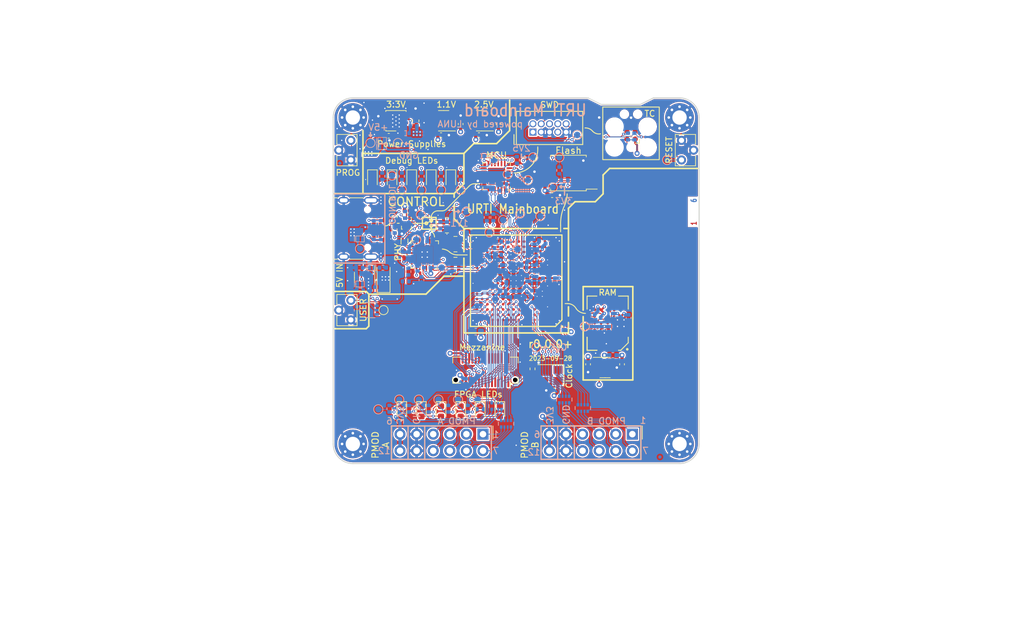
<source format=kicad_pcb>
(kicad_pcb (version 20221018) (generator pcbnew)
  (title_block (title "URTI Mainboard") (date "${DATE}") (rev "${VERSION}") (company "Copyright 2023 Great Scott Gadgets") (comment 1 "Licensed under the CERN-OHL-P v2"))
  (layers (0 "F.Cu" signal) (1 "In1.Cu" signal) (2 "In2.Cu" signal) (3 "In3.Cu" signal) (4 "In4.Cu" signal) (31 "B.Cu" signal) (34 "B.Paste" user) (35 "F.Paste" user) (36 "B.SilkS" user "B.Silkscreen") (37 "F.SilkS" user "F.Silkscreen") (38 "B.Mask" user) (39 "F.Mask" user) (44 "Edge.Cuts" user))
  (property "DATE" "2023-09-28")
  (property "VERSION" "0.0.0+")
  (net 0 "")
  (net 1 "+3V3")
  (net 2 "GND")
  (net 3 "+5V")
  (net 4 "+2V5")
  (net 5 "+1V1")
  (net 6 "VCCRAM")
  (net 7 "/Debugger/~{BTN_PROGRAM}")
  (net 8 "/Debugger/LED10")
  (net 9 "/Debugger/LED11")
  (net 10 "/Debugger/LED12")
  (net 11 "/Debugger/LED13")
  (net 12 "/Debugger/LED14")
  (net 13 "/FPGA Bank 8 and Configuration Flash/D2")
  (net 14 "/Debugger/FPGA_JTAG.TDO")
  (net 15 "/FPGA Bank 8 and Configuration Flash/D3")
  (net 16 "/FPGA Bank 8 and Configuration Flash/~{CS_DI}")
  (net 17 "/FPGA Bank 8 and Configuration Flash/FPGA_FLASH_CLK")
  (net 18 "/FPGA Bank 8 and Configuration Flash/FPGA_CFG0")
  (net 19 "/Debugger/FPGA_CONFIG.DONE")
  (net 20 "/FPGA Bank 8 and Configuration Flash/FPGA_CFG1")
  (net 21 "/Debugger/FPGA_CONFIG.~{PROGRAM}")
  (net 22 "/FPGA Bank 8 and Configuration Flash/FPGA_CFG2")
  (net 23 "Net-(D6-K)")
  (net 24 "Net-(D13-A)")
  (net 25 "Net-(D14-A)")
  (net 26 "Net-(D16-A)")
  (net 27 "Net-(D17-A)")
  (net 28 "/Debugger/FPGA_JTAG.TDI")
  (net 29 "/Debugger/FPGA_ADV")
  (net 30 "CONTROL_VBUS")
  (net 31 "/FPGA Bank 8 and Configuration Flash/D1")
  (net 32 "/FPGA Bank 8 and Configuration Flash/D0")
  (net 33 "/CONTROL Port/CONTROL_CC1")
  (net 34 "/CONTROL Port/CONTROL_CC2")
  (net 35 "/CONTROL Port/CONTROL_RESET_DETECT")
  (net 36 "/CONTROL Port/CONTROL_D+")
  (net 37 "/CONTROL Port/CONTROL_D-")
  (net 38 "/CONTROL Port/CONTROL_SWITCH")
  (net 39 "/CONTROL Port/CONTROL_MCU_D-")
  (net 40 "/CONTROL Port/CONTROL_MCU_D+")
  (net 41 "/Clock and Miscellaneous/CLOCK_60MHZ")
  (net 42 "/Expansion Interfaces/PMOD_A1")
  (net 43 "Net-(Y1-OUT)")
  (net 45 "/Debugger/FPGA_CONFIG.~{INIT}")
  (net 46 "/CONTROL Port/CONTROL PHY/VDD18")
  (net 48 "/CONTROL Port/CONTROL PHY/PHY_D+")
  (net 49 "/CONTROL Port/CONTROL PHY/D+")
  (net 50 "/CONTROL Port/CONTROL PHY/PHY_D-")
  (net 51 "/CONTROL Port/CONTROL PHY/D-")
  (net 52 "/CONTROL Port/CONTROL PHY/RBIAS")
  (net 53 "/CONTROL Port/CONTROL PHY/VBUS_SENSE")
  (net 54 "/CONTROL Port/CONTROL PHY/NXT")
  (net 55 "/CONTROL Port/CONTROL PHY/DIR")
  (net 56 "/CONTROL Port/CONTROL PHY/STP")
  (net 57 "/CONTROL Port/CONTROL PHY/CLK")
  (net 58 "/CONTROL Port/CONTROL PHY/DATA3")
  (net 59 "/CONTROL Port/CONTROL PHY/DATA2")
  (net 60 "/CONTROL Port/CONTROL PHY/DATA1")
  (net 61 "/CONTROL Port/CONTROL PHY/DATA0")
  (net 62 "/CONTROL Port/CONTROL PHY/DATA7")
  (net 63 "/CONTROL Port/CONTROL PHY/DATA6")
  (net 64 "/CONTROL Port/CONTROL PHY/DATA5")
  (net 65 "/CONTROL Port/CONTROL PHY/DATA4")
  (net 66 "/Expansion Interfaces/PMOD_A4")
  (net 67 "/Expansion Interfaces/PMOD_A0")
  (net 68 "/Expansion Interfaces/PMOD_A7")
  (net 69 "/Expansion Interfaces/PMOD_A3")
  (net 70 "/Expansion Interfaces/PMOD_A5")
  (net 71 "/Expansion Interfaces/PMOD_A6")
  (net 72 "/Expansion Interfaces/PMOD_A2")
  (net 73 "/Expansion Interfaces/A0")
  (net 74 "/Expansion Interfaces/A1")
  (net 75 "/Expansion Interfaces/A2")
  (net 76 "/Expansion Interfaces/A3")
  (net 77 "/Expansion Interfaces/A4")
  (net 78 "/Expansion Interfaces/A5")
  (net 79 "/Expansion Interfaces/A6")
  (net 80 "/Expansion Interfaces/A7")
  (net 81 "/Expansion Interfaces/B0")
  (net 82 "/Expansion Interfaces/B1")
  (net 83 "/Expansion Interfaces/B2")
  (net 84 "/Expansion Interfaces/B3")
  (net 85 "/Expansion Interfaces/B4")
  (net 86 "/Expansion Interfaces/B5")
  (net 87 "/Expansion Interfaces/B6")
  (net 88 "/Expansion Interfaces/B7")
  (net 89 "/Debugger/FPGA_JTAG.TCK")
  (net 90 "/Debugger/FPGA_JTAG.TMS")
  (net 91 "/FPGA Bank 8 and Configuration Flash/~{FPGA_SELF_PROGRAM}")
  (net 92 "/Debugger/MCU_SWDIO")
  (net 93 "/Debugger/MCU_SWDCLK")
  (net 94 "Net-(U2-PA28{slash}~{RST})")
  (net 95 "/Expansion Interfaces/PMOD_B5")
  (net 96 "/Expansion Interfaces/PMOD_B6")
  (net 97 "/Expansion Interfaces/PMOD_B7")
  (net 98 "/FPGA Banks 0 and 1/LED3")
  (net 99 "/Expansion Interfaces/PMOD_B0")
  (net 100 "/Expansion Interfaces/PMOD_B1")
  (net 101 "/Expansion Interfaces/PMOD_B2")
  (net 102 "/Expansion Interfaces/PMOD_B3")
  (net 103 "/FPGA Banks 0 and 1/LED2")
  (net 104 "/Expansion Interfaces/PMOD_B4")
  (net 105 "/FPGA Banks 0 and 1/LED5")
  (net 106 "/FPGA Banks 0 and 1/LED1")
  (net 107 "/FPGA Banks 0 and 1/LED4")
  (net 108 "/FPGA Banks 0 and 1/LED0")
  (net 109 "/FPGA Banks 2 and 3/~{BTN_USER}")
  (net 110 "/Expansion Interfaces/MEZZANINE4")
  (net 111 "/Expansion Interfaces/MEZZANINE6")
  (net 112 "/Expansion Interfaces/MEZZANINE28")
  (net 113 "/Expansion Interfaces/MEZZANINE26")
  (net 114 "/Expansion Interfaces/MEZZANINE24")
  (net 115 "/Expansion Interfaces/MEZZANINE22")
  (net 116 "/Expansion Interfaces/MEZZANINE3")
  (net 117 "/Expansion Interfaces/MEZZANINE5")
  (net 118 "/Expansion Interfaces/MEZZANINE7")
  (net 119 "/Expansion Interfaces/MEZZANINE27")
  (net 120 "/Expansion Interfaces/MEZZANINE23")
  (net 121 "/Expansion Interfaces/MEZZANINE21")
  (net 122 "/Expansion Interfaces/MEZZANINE20")
  (net 123 "/Expansion Interfaces/MEZZANINE9")
  (net 124 "/Expansion Interfaces/MEZZANINE19")
  (net 125 "/Expansion Interfaces/MEZZANINE18")
  (net 126 "/Expansion Interfaces/MEZZANINE25")
  (net 127 "/Expansion Interfaces/MEZZANINE8")
  (net 128 "/Expansion Interfaces/MEZZANINE11")
  (net 129 "/Expansion Interfaces/MEZZANINE10")
  (net 130 "/Expansion Interfaces/MEZZANINE13")
  (net 131 "/Expansion Interfaces/MEZZANINE12")
  (net 132 "/CONTROL Port/CONTROL_PHY.CLK")
  (net 133 "/CONTROL Port/CONTROL_PHY.STP")
  (net 134 "/CONTROL Port/CONTROL_PHY.~{RESET}")
  (net 135 "/CONTROL Port/CONTROL_PHY.NXT")
  (net 136 "/CONTROL Port/CONTROL_PHY.DIR")
  (net 137 "/CONTROL Port/CONTROL_PHY.DATA1")
  (net 138 "/CONTROL Port/CONTROL_PHY.DATA0")
  (net 139 "/CONTROL Port/CONTROL_PHY.DATA7")
  (net 140 "/CONTROL Port/CONTROL_PHY.DATA3")
  (net 141 "/CONTROL Port/CONTROL_PHY.DATA2")
  (net 142 "/CONTROL Port/CONTROL_PHY.DATA5")
  (net 143 "/CONTROL Port/CONTROL_PHY.DATA4")
  (net 144 "/Debugger/~{BTN_RESET}")
  (net 145 "/CONTROL Port/CONTROL_PHY.DATA6")
  (net 146 "/FPGA Banks 6 and 7/RAM.DQ1")
  (net 147 "/FPGA Banks 6 and 7/RAM.~{CS}")
  (net 148 "/FPGA Banks 6 and 7/RAM.~{RESET}")
  (net 149 "/FPGA Banks 6 and 7/RAM.DQ2")
  (net 150 "/FPGA Banks 6 and 7/RAM.CK")
  (net 151 "/FPGA Banks 6 and 7/RAM.RWDS")
  (net 152 "/FPGA Banks 6 and 7/RAM.~{CK}")
  (net 153 "/FPGA Banks 6 and 7/RAM.DQ3")
  (net 154 "/FPGA Banks 6 and 7/RAM.DQ5")
  (net 155 "/FPGA Banks 6 and 7/RAM.DQ4")
  (net 156 "/FPGA Banks 6 and 7/RAM.DQ0")
  (net 157 "/FPGA Banks 6 and 7/RAM.DQ6")
  (net 158 "/FPGA Banks 6 and 7/RAM.DQ7")
  (net 226 "Net-(Q2A-B1)")
  (net 230 "Net-(U2-PA07)")
  (net 231 "Net-(U4-ADJ{slash}NC)")
  (net 232 "Net-(R22-Pad2)")
  (net 233 "Net-(R31-Pad2)")
  (net 245 "Net-(D1-K)")
  (net 246 "Net-(D2-K)")
  (net 247 "Net-(D3-K)")
  (net 248 "Net-(D4-K)")
  (net 249 "Net-(D5-K)")
  (net 250 "Net-(D7-A)")
  (net 251 "Net-(D9-A)")
  (net 252 "Net-(D10-A)")
  (net 253 "Net-(D11-A)")
  (net 254 "Net-(D12-A)")
  (net 255 "Net-(D17-K)")
  (footprint "LED_SMD:LED_0603_1608Metric" (layer "F.Cu") (at 122 76.5 -90)
    (fp_text reference "D14" hide)
    (fp_text value "ICE BLUE" hide)
  )
  (footprint "LED_SMD:LED_0603_1608Metric" (layer "F.Cu") (at 113 76.5 -90)
    (fp_text reference "D11" hide)
    (fp_text value "PINK" hide)
  )
  (footprint "Package_DFN_QFN:QFN-24-1EP_4x4mm_P0.5mm_EP2.6x2.6mm" (layer "F.Cu") (at 129 76 90)
    (fp_text reference "U2" hide)
    (fp_text value "ATSAMD11" hide)
  )
  (footprint "Capacitor_SMD:C_0402_1005Metric" (layer "F.Cu") (at 126.3 69.7)
    (fp_text reference "C39" hide)
    (fp_text value "1uF" hide)
  )
  (footprint "Capacitor_SMD:C_0402_1005Metric" (layer "F.Cu") (at 129.3 68 90)
    (fp_text reference "C37" hide)
    (fp_text value "1uF" hide)
  )
  (footprint "Package_DFN_QFN:DFN-8-1EP_3x3mm_P0.65mm_EP1.55x2.4mm" (layer "F.Cu") (at 113.6 67.5 180)
    (fp_text reference "U4" hide)
    (fp_text value "3V3REG" hide)
  )
  (footprint "LED_SMD:LED_0603_1608Metric" (layer "F.Cu") (at 116 76.5 -90)
    (fp_text reference "D12" hide)
    (fp_text value "WHITE" hide)
  )
  (footprint "LED_SMD:LED_0603_1608Metric" (layer "F.Cu") (at 119 76.5 -90)
    (fp_text reference "D13" hide)
    (fp_text value "PINK" hide)
  )
  (footprint "LED_SMD:LED_0603_1608Metric" (layer "F.Cu") (at 110 76.5 -90)
    (fp_text reference "D10" hide)
    (fp_text value "ICE BLUE" hide)
  )
  (footprint "mainboard:D_SOD-123FL" (layer "F.Cu") (at 111.7 91.6 90)
    (fp_text reference "D9" hide)
    (fp_text value "D" hide)
  )
  (footprint "Capacitor_SMD:C_0402_1005Metric" (layer "F.Cu") (at 114.9 88.1 -90)
    (fp_text reference "C50" hide)
    (fp_text value "0.1uF" hide)
  )
  (footprint "Capacitor_SMD:C_0402_1005Metric" (layer "F.Cu") (at 112.5 69.8)
    (fp_text reference "C36" hide)
    (fp_text value "1uF" hide)
  )
  (footprint "Capacitor_SMD:C_0603_1608Metric" (layer "F.Cu") (at 116.6 67.5 90)
    (fp_text reference "C34" hide)
    (fp_text value "2.2uF" hide)
  )
  (footprint "Package_TO_SOT_SMD:SOT-23-5" (layer "F.Cu") (at 126.7 67.5 180)
    (fp_text reference "U6" hide)
    (fp_text value "2V5REG" hide)
  )
  (footprint "Capacitor_SMD:C_0402_1005Metric" (layer "F.Cu") (at 120.5 69.7)
    (fp_text reference "C35" hide)
    (fp_text value "1uF" hide)
  )
  (footprint "Crystal:Crystal_SMD_3225-4Pin_3.2x2.5mm" (layer "F.Cu") (at 137.3 106.5 180)
    (fp_text reference "Y1" hide)
    (fp_text value "Osc60MHz" hide)
  )
  (footprint "Capacitor_SMD:C_0402_1005Metric" (layer "F.Cu") (at 123.5 68 90)
    (fp_text reference "C33" hide)
    (fp_text value "0.1uF" hide)
  )
  (footprint "Package_SO:SOIC-8_5.23x5.23mm_P1.27mm" (layer "F.Cu") (at 140 75.5 180)
    (fp_text reference "U10" hide)
    (fp_text value "W25Q32JVSS" hide)
  )
  (footprint "Package_TO_SOT_SMD:SOT-23-5" (layer "F.Cu") (at 120.9 67.5 180)
    (fp_text reference "U5" hide)
    (fp_text value "1V15REG" hide)
  )
  (footprint "Capacitor_SMD:C_0402_1005Metric" (layer "F.Cu") (at 137.9 108.8 180)
    (fp_text reference "C56" hide)
    (fp_text value "0.1uF" hide)
  )
  (footprint "LED_SMD:LED_0603_1608Metric" (layer "F.Cu") (at 129.5 112 -90)
    (fp_text reference "D6" hide)
    (fp_text value "PURPLE" hide)
  )
  (footprint "LED_SMD:LED_0603_1608Metric" (layer "F.Cu") (at 120.5 112 -90)
    (fp_text reference "D3" hide)
    (fp_text value "YELLOW" hide)
  )
  (footprint "LED_SMD:LED_0603_1608Metric" (layer "F.Cu") (at 117.5 112 -90)
    (fp_text reference "D4" hide)
    (fp_text value "ORANGE" hide)
  )
  (footprint "LED_SMD:LED_0603_1608Metric" (layer "F.Cu") (at 123.5 112 -90)
    (fp_text reference "D2" hide)
    (fp_text value "GREEN" hide)
  )
  (footprint "LED_SMD:LED_0603_1608Metric" (layer "F.Cu") (at 114.5 112 -90)
    (fp_text reference "D5" hide)
    (fp_text value "RED" hide)
  )
  (footprint "LED_SMD:LED_0603_1608Metric" (layer "F.Cu") (at 126.5 112 -90)
    (fp_text reference "D1" hide)
    (fp_text value "BLUE" hide)
  )
  (footprint "Package_DFN_QFN:VQFN-24-1EP_4x4mm_P0.5mm_EP2.45x2.45mm" (layer "F.Cu") (at 118 88 180)
    (fp_text reference "U9" hide)
    (fp_text value "USB3343-CP" hide)
  )
  (footprint "Capacitor_SMD:C_0402_1005Metric" (layer "F.Cu") (at 137.5 78.9)
    (fp_text reference "C55" hide)
    (fp_text value "0.1uF" hide)
  )
  (footprint "mainboard:SW_Tactile_SPST_Angled_TC-1109DE-B-F" (layer "F.Cu") (at 157.3 73.5 -90)
    (fp_text reference "SW2" hide)
    (fp_text value "BTN_RESET" hide)
  )
  (footprint "mainboard:SW_Tactile_SPST_Angled_TC-1109DE-B-F" (layer "F.Cu") (at 106.7 70.5 90)
    (fp_text reference "SW1" hide)
    (fp_text value "BTN_PROGRAM" hide)
  )
  (footprint "Connector:Tag-Connect_TC2030-IDC-FP_2x03_P1.27mm_Vertical" (layer "F.Cu") (at 149.58 69.03 90)
    (fp_text reference "J3" hide)
    (fp_text value "TC_SWD" hide)
  )
  (footprint "mainboard:PinSocket_2x06_P2.54mm_PMOD" (layer "F.Cu") (at 126.92 115.5 90)
    (fp_text reference "J4" hide)
    (fp_text value "PMOD_A" hide)
  )
  (footprint "mainboard:PinSocket_2x06_P2.54mm_PMOD" (layer "F.Cu") (at 149.78 115.5 90)
    (fp_text reference "J5" hide)
    (fp_text value "PMOD_B" hide)
  )
  (footprint "mainboard:lattice_cabga256" (layer "F.Cu") (at 132 92 180)
    (fp_text reference "U1" hide)
    (fp_text value "ECP5-BGA256" hide)
  )
  (footprint "mainboard:USB_C_Receptacle_HRO_TYPE-C-31-M-12" (layer "F.Cu") (at 106.65 84 -90)
    (fp_text reference "J1" hide)
    (fp_text value "USB_C" hide)
  )
  (footprint "mainboard:BGA-24_5x5_6.0x8.0mm" (layer "F.Cu") (at 146 98.5 180)
    (fp_text reference "U8")
    (fp_text value "HyperRAM" hide)
  )
  (footprint "mainboard:SWD_CONNECTOR_LARGE_BOX" (layer "F.Cu") (at 137.1 68.6)
    (fp_text reference "J2" hide)
    (fp_text value "MCU_SWD" hide)
  )
  (footprint "Capacitor_SMD:C_0402_1005Metric" (layer "F.Cu") (at 143 104.8 -90)
    (fp_text reference "C38" hide)
    (fp_text value "1uF" hide)
  )
  (footprint "Package_TO_SOT_SMD:SOT-23-5" (layer "F.Cu") (at 145.6 105.3)
    (fp_text reference "U7" hide)
    (fp_text value "1V8REG" hide)
  )
  (footprint "Resistor_SMD:R_Array_Convex_4x0402" (layer "F.Cu") (at 122.7 86.4 180)
    (fp_text reference "RN1" hide)
    (fp_text value "330" hide)
  )
  (footprint "Resistor_SMD:R_0402_1005Metric" (layer "F.Cu") (at 134.5 105.5 -90)
    (fp_text reference "R45" hide)
    (fp_text value "330" hide)
  )
  (footprint "Fiducial:Fiducial_0.5mm_Mask1mm" (layer "F.Cu") (at 153 117)
    (fp_text reference "FID2" hide)
    (fp_text value "Fiducial" hide)
  )
  (footprint "Package_TO_SOT_SMD:SOT-23-3" (layer "F.Cu") (at 108.8 91.5 -90)
    (fp_text reference "Q1" hide)
    (fp_text value "PMOS" hide)
  )
  (footprint "mainboard:Amphenol_10132798-03" (layer "F.Cu") (at 127.3 105.7 180)
    (fp_text reference "J6" hide)
    (fp_text value "MEZZANINE" hide)
  )
  (footprint "Capacitor_SMD:C_0402_1005Metric" (layer "F.Cu") (at 148.2 104.8 -90)
    (fp_text reference "C40" hide)
    (fp_text value "1uF" hide)
  )
  (footprint "mainboard:L_CommonModeChoke_Murata_DLM0NS" (layer "F.Cu") (at 114.9 85.9 90)
    (fp_text reference "FL1" hide)
    (fp_text value "Filter_EMI_CommonMode" hide)
  )
  (footprint "Capacitor_SMD:C_0402_1005Metric" (layer "F.Cu") (at 115.4 81.3)
    (fp_text reference "C4" hide)
    (fp_text value "0.1uF" hide)
  )
  (footprint "MountingHole:MountingHole_2.2mm_M2_Pad_Via" (layer "F.Cu") (at 157 117)
    (fp_text reference "H4" hide)
    (fp_text value "MountingHole" hide)
  )
  (footprint "Resistor_SMD:R_0402_1005Metric" (layer "F.Cu") (at 113.4 84.2 90)
    (fp_text reference "R8" hide)
    (fp_text value "820k" hide)
  )
  (footprint "TestPoint:TestPoint_Pad_D1.0mm" (layer "F.Cu") (at 111.7 96.5)
    (fp_text reference "TP5" hide)
    (fp_text value "TestPoint" hide)
  )
  (footprint "MountingHole:MountingHole_2.2mm_M2_Pad_Via" (layer "F.Cu") (at 107 67)
    (fp_text reference "H2" hide)
    (fp_text value "MountingHole" hide)
  )
  (footprint "Resistor_SMD:R_Array_Convex_4x0402" (layer "F.Cu") (at 121.4 83.5 180)
    (fp_text reference "RN2" hide)
    (fp_text value "330" hide)
  )
  (footprint "mainboard:SW_Tactile_SPST_Angled_TC-1109DE-B-F" (layer "F.Cu") (at 106.7 95 90)
    (fp_text reference "SW3" hide)
    (fp_text value "BTN_USER" hide)
  )
  (footprint "Resistor_SMD:R_Array_Convex_4x0402" (layer "F.Cu") (at 122.7 89.6 180)
    (fp_text reference "RN3" hide)
    (fp_text value "330" hide)
  )
  (footprint "MountingHole:MountingHole_2.2mm_M2_Pad_Via" (layer "F.Cu") (at 157 67)
    (fp_text reference "H3" hide)
    (fp_text value "MountingHole" hide)
  )
  (footprint "MountingHole:MountingHole_2.2mm_M2_Pad_Via" (layer "F.Cu") (at 107 117)
    (fp_text reference "H1" hide)
    (fp_text value "MountingHole" hide)
  )
  (footprint "Resistor_SMD:R_0402_1005Metric" (layer "F.Cu") (at 113.4 82.2 90)
    (fp_text reference "R7" hide)
    (fp_text value "820k" hide)
  )
  (footprint "mainboard:Diodes_10-TQFN_ZL" (layer "F.Cu") (at 115.2 83.2)
    (fp_text reference "U3" hide)
    (fp_text value "PI3USB102G" hide)
  )
  (footprint "Fiducial:Fiducial_0.5mm_Mask1mm" (layer "F.Cu") (at 110 65)
    (fp_text reference "FID1" hide)
    (fp_text value "Fiducial" hide)
  )
  (footprint "Capacitor_SMD:C_0402_1005Metric" (layer "B.Cu") (at 135.1 87.7 90)
    (fp_text reference "C16" hide)
    (fp_text value "1uF" hide)
  )
  (footprint "Resistor_SMD:R_0402_1005Metric" (layer "B.Cu") (at 117.9 89.5 90)
    (fp_text reference "R21" hide)
    (fp_text value "10k" hide)
  )
  (footprint "TestPoint:TestPoint_Pad_D1.0mm" (layer "B.Cu") (at 130 82.7)
    (fp_text reference "TP33" hide)
    (fp_text value "TestPoint" hide)
  )
  (footprint "TestPoint:TestPoint_Pad_D1.0mm" (layer "B.Cu") (at 135.7 82.1)
    (fp_text reference "TP27" hide)
    (fp_text value "TestPoint" hide)
  )
  (footprint "Resistor_SMD:R_0402_1005Metric" (layer "B.Cu") (at 127.5 82.3 -90)
    (fp_text reference "R44" hide)
    (fp_text value "2.2k" hide)
  )
  (footprint "Resistor_SMD:R_0402_1005Metric" (layer "B.Cu") (at 128.5 82.3 90)
    (fp_text reference "R43" hide)
    (fp_text value "5.1k" hide)
  )
  (footprint "Capacitor_SMD:C_0402_1005Metric" (layer "B.Cu") (at 132.6 93.1 90)
    (fp_text reference "C11" hide)
    (fp_text value "0.1uF" hide)
  )
  (footprint "Capacitor_SMD:C_0402_1005Metric" (layer "B.Cu") (at 129.5 91 90)
    (fp_text reference "C25" hide)
    (fp_text value "1uF" hide)
  )
  (footprint "Resistor_SMD:R_0402_1005Metric" (layer "B.Cu") (at 113.6 88.5)
    (fp_text reference "R19" hide)
    (fp_text value "20k" hide)
  )
  (footprint "Capacitor_SMD:C_0402_1005Metric" (layer "B.Cu") (at 129.3 89.6 180)
    (fp_text reference "C21" hide)
    (fp_text value "1uF" hide)
  )
  (footprint "TestPoint:TestPoint_Pad_D1.0mm" (layer "B.Cu") (at 137.6 77.7)
    (fp_text reference "TP8" hide)
    (fp_text value "TestPoint" hide)
  )
  (footprint "Capacitor_SMD:C_0402_1005Metric" (layer "B.Cu") (at 149.2 97.7 -90)
    (fp_text reference "C41" hide)
    (fp_text value "0.1uF" hide)
  )
  (footprint "Capacitor_SMD:C_0402_1005Metric" (layer "B.Cu") (at 127.1 77.18 90)
    (fp_text reference "C3" hide)
    (fp_text value "1uF" hide)
  )
  (footprint "Capacitor_SMD:C_0402_1005Metric" (layer "B.Cu") (at 118.9 89.5 90)
    (fp_text reference "C49" hide)
    (fp_text value "1uF" hide)
  )
  (footprint "Capacitor_SMD:C_0402_1005Metric" (layer "B.Cu") (at 118.4 86.5 -90)
    (fp_text reference "C51" hide)
    (fp_text value "0.1uF" hide)
  )
  (footprint "TestPoint:TestPoint_Pad_D1.0mm" (layer "B.Cu") (at 134.6 73.1 180)
    (fp_text reference "TP10" hide)
    (fp_text value "TestPoint" hide)
  )
  (footprint "Capacitor_SMD:C_0402_1005Metric" (layer "B.Cu") (at 135.1 90.9 90)
    (fp_text reference "C23" hide)
    (fp_text value "0.1uF" hide)
  )
  (footprint "Capacitor_SMD:C_0603_1608Metric" (layer "B.Cu") (at 125.1 84.7)
    (fp_text reference "C8" hide)
    (fp_text value "2.2uF" hide)
  )
  (footprint "TestPoint:TestPoint_Pad_D1.0mm" (layer "B.Cu") (at 135.1 102.2)
    (fp_text reference "TP34" hide)
    (fp_text value "TestPoint" hide)
  )
  (footprint "Capacitor_SMD:C_0402_1005Metric" (layer "B.Cu") (at 135.6 89.5)
    (fp_text reference "C22" hide)
    (fp_text value "0.1uF" hide)
  )
  (footprint "Capacitor_SMD:C_0402_1005Metric" (layer "B.Cu") (at 132.7 90 -90)
    (fp_text reference "C10" hide)
    (fp_text value "0.1uF" hide)
  )
  (footprint "Resistor_SMD:R_0402_1005Metric" (layer "B.Cu") (at 116.9 90 -90)
    (fp_text reference "R20" hide)
    (fp_text value "8.06k±1%" hide)
  )
  (footprint "Capacitor_SMD:C_0402_1005Metric" (layer "B.Cu") (at 131.2 89 90)
    (fp_text reference "C12" hide)
    (fp_text value "0.1uF" hide)
  )
  (footprint "Capacitor_SMD:C_0402_1005Metric" (layer "B.Cu") (at 133.8 88.5 90)
    (fp_text reference "C18" hide)
    (fp_text value "0.1uF" hide)
  )
  (footprint "Capacitor_SMD:C_0402_1005Metric" (layer "B.Cu") (at 143.52 97.2 180)
    (fp_text reference "C42" hide)
    (fp_text value "0.1uF" hide)
  )
  (footprint "Resistor_SMD:R_0402_1005Metric" (layer "B.Cu") (at 115 81.9 -90)
    (fp_text reference "R6" hide)
    (fp_text value "10k" hide)
  )
  (footprint "Capacitor_SMD:C_0603_1608Metric" (layer "B.Cu") (at 139.4 98.9 90)
    (fp_text reference "C20" hide)
    (fp_text value "2.2uF" hide)
  )
  (footprint "Capacitor_SMD:C_0402_1005Metric" (layer "B.Cu") (at 116.1 87.6)
    (fp_text reference "C48" hide)
    (fp_text value "1uF" hide)
  )
  (footprint "Capacitor_SMD:C_0402_1005Metric" (layer "B.Cu") (at 133.8 94.5 180)
    (fp_text reference "C26" hide)
    (fp_text value "1uF" hide)
  )
  (footprint "Capacitor_SMD:C_0402_1005Metric" (layer "B.Cu") (at 131.6 94.5)
    (fp_text reference "C24" hide)
    (fp_text value "0.1uF" hide)
  )
  (footprint "TestPoint:TestPoint_Pad_D1.0mm" (layer "B.Cu") (at 124.4 81.4)
    (fp_text reference "TP9" hide)
    (fp_text value "TestPoint" hide)
  )
  (footprint "Resistor_SMD:R_0402_1005Metric" (layer "B.Cu") (at 129.2 88 180)
    (fp_text reference "R39" hide)
    (fp_text value "330" hide)
  )
  (footprint "Resistor_SMD:R_Array_Convex_4x0402" (layer "B.Cu") (at 129 111.2 -90)
    (fp_text reference "RN5" hide)
    (fp_text value "33" hide)
  )
  (footprint "Resistor_SMD:R_Array_Convex_4x0402" (layer "B.Cu") (at 130.45 113.9 -90)
    (fp_text reference "RN4" hide)
    (fp_text value "33" hide)
  )
  (footprint "Resistor_SMD:R_0402_1005Metric" (layer "B.Cu") (at 129.2 86 180)
    (fp_text reference "R41" hide)
    (fp_text value "330" hide)
  )
  (footprint "Resistor_SMD:R_0402_1005Metric" (layer "B.Cu") (at 129.2 87 180)
    (fp_text reference "R40" hide)
    (fp_text value "5.1k" hide)
  )
  (footprint "Resistor_SMD:R_0402_1005Metric" (layer "B.Cu") (at 121.6 111.6 90)
    (fp_text reference "R27" hide)
    (fp_text value "10k" hide)
  )
  (footprint "Resistor_SMD:R_0402_1005Metric" (layer "B.Cu") (at 126.5 111.7 180)
    (fp_text reference "R29" hide)
    (fp_text value "2.2k" hide)
  )
  (footprint "Resistor_SMD:R_0402_1005Metric" (layer "B.Cu") (at 112.6 111.6 90)
    (fp_text reference "R24" hide)
    (fp_text value "1k" hide)
  )
  (footprint "Resistor_SMD:R_0402_1005Metric" (layer "B.Cu") (at 118.6 111.6 90)
    (fp_text reference "R26" hide)
    (fp_text value "1k" hide)
  )
  (footprint "Resistor_SMD:R_0402_1005Metric" (layer "B.Cu") (at 115.6 111.6 90)
    (fp_text reference "R25" hide)
    (fp_text value "1k" hide)
  )
  (footprint "Resistor_SMD:R_0402_1005Metric" (layer "B.Cu") (at 124.6 111.6 90)
    (fp_text reference "R28" hide)
    (fp_text value "2.2k" hide)
  )
  (footprint "Resistor_SMD:R_0402_1005Metric" (layer "B.Cu") (at 114.5 76 -90)
    (fp_text reference "R32" hide)
    (fp_text value "2.2k" hide)
  )
  (footprint "Resistor_SMD:R_0402_1005Metric" (layer "B.Cu") (at 111.5 76 -90)
    (fp_text reference "R30" hide)
    (fp_text value "5.1k" hide)
  )
  (footprint "Resistor_SMD:R_0402_1005Metric" (layer "B.Cu") (at 123.5 76 -90)
    (fp_text reference "R36" hide)
    (fp_text value "5.1k" hide)
  )
  (footprint "Resistor_SMD:R_0402_1005Metric" (layer "B.Cu") (at 120.5 76 -90)
    (fp_text reference "R35" hide)
    (fp_text value "2.2k" hide)
  )
  (footprint "Resistor_SMD:R_0402_1005Metric" (layer "B.Cu") (at 117.5 76 -90)
    (fp_text reference "R34" hide)
    (fp_text value "2.2k" hide)
  )
  (footprint "TestPoint:TestPoint_Pad_D1.0mm" (layer "B.Cu") (at 132.2 87.2)
    (fp_text reference "TP32" hide)
    (fp_text value "TestPoint" hide)
  )
  (footprint "TestPoint:TestPoint_Pad_D1.0mm" (layer "B.Cu") (at 138.6 73.1)
    (fp_text reference "TP26" hide)
    (fp_text value "TestPoint" hide)
  )
  (footprint "Capacitor_SMD:C_0402_1005Metric" (layer "B.Cu") (at 131.6 90.9 -90)
    (fp_text reference "C15" hide)
    (fp_text value "1uF" hide)
  )
  (footprint "Capacitor_SMD:C_0603_1608Metric" (layer "B.Cu") (at 125.1 86.6)
    (fp_text reference "C9" hide)
    (fp_text value "2.2uF" hide)
  )
  (footprint "Resistor_SMD:R_0402_1005Metric" (layer "B.Cu") (at 150.1 69.9 90)
    (fp_text reference "R3" hide)
    (fp_text value "820k" hide)
  )
  (footprint "Capacitor_SMD:C_0603_1608Metric" (layer "B.Cu") (at 125.825 99.8 180)
    (fp_text reference "C19" hide)
    (fp_text value "2.2uF" hide)
  )
  (footprint "Capacitor_SMD:C_0402_1005Metric" (layer "B.Cu") (at 130.5 91.7 90)
    (fp_text reference "C17" hide)
    (fp_text value "0.1uF" hide)
  )
  (footprint "Capacitor_SMD:C_0402_1005Metric" (layer "B.Cu") (at 134.9 93.5)
    (fp_text reference "C14" hide)
    (fp_text value "0.1uF" hide)
  )
  (footprint "Capacitor_SMD:C_0402_1005Metric" (layer "B.Cu") (at 131.6 93.1 90)
    (fp_text reference "C13" hide)
    (fp_text value "1uF" hide)
  )
  (footprint "Resistor_SMD:R_Array_Convex_4x0402" (layer "B.Cu") (at 142.2 111.5 -90)
    (fp_text reference "RN7" hide)
    (fp_text value "33" hide)
  )
  (footprint "Resistor_SMD:R_Array_Convex_4x0402" (layer "B.Cu") (at 139.35 110.2 -90)
    (fp_text reference "RN6" hide)
    (fp_text value "33" hide)
  )
  (footprint "TestPoint:TestPoint_Pad_D1.0mm" (layer "B.Cu") (at 120.6 90)
    (fp_text reference "TP12" hide)
    (fp_text value "TestPoint" hide)
  )
  (footprint "TestPoint:TestPoint_Pad_D1.0mm" (layer "B.Cu") (at 155.1 73.5)
    (fp_text reference "TP1" hide)
    (fp_text value "TestPoint" hide)
  )
  (footprint "TestPoint:TestPoint_Pad_D1.0mm" (layer "B.Cu") (at 130.7 75.7)
    (fp_text reference "TP28" hide)
    (fp_text value "TestPoint" hide)
  )
  (footprint "TestPoint:TestPoint_Pad_D1.0mm" (layer "B.Cu") (at 109.7 70.9 90)
    (fp_text reference "TP7" hide)
    (fp_text value "TestPoint" hide)
  )
  (footprint "TestPoint:TestPoint_Pad_D1.0mm" (layer "B.Cu") (at 113.9 70.9)
    (fp_text reference "TP6" hide)
    (fp_text value "TestPoint" hide)
  )
  (footprint "TestPoint:TestPoint_Pad_D1.0mm" (layer "B.Cu") (at 108.1 87.1)
    (fp_text reference "TP4" hide)
    (fp_text value "TestPoint" hide)
  )
  (footprint "TestPoint:TestPoint_Pad_D1.0mm" (layer "B.Cu") (at 141.335 69.67)
    (fp_text reference "TP3" hide)
    (fp_text value "TestPoint" hide)
  )
  (footprint "TestPoint:TestPoint_Pad_D1.0mm" (layer "B.Cu") (at 128.6 73.5)
    (fp_text reference "TP2" hide)
    (fp_text value "TestPoint" hide)
  )
  (footprint "TestPoint:TestPoint_Pad_D1.0mm" (layer "B.Cu") (at 132.6 81.7)
    (fp_text reference "TP30" hide)
    (fp_text value "TestPoint" hide)
  )
  (footprint "TestPoint:TestPoint_Pad_D1.0mm" (layer "B.Cu") (at 127.9 84.6)
    (fp_text reference "TP29" hide)
    (fp_text value "TestPoint" hide)
  )
  (footprint "Capacitor_SMD:C_0402_1005Metric" (layer "B.Cu") (at 110.2 83.3 -90)
    (fp_text reference "C6" hide)
    (fp_text value "330pF" hide)
  )
  (footprint "Resistor_SMD:R_0402_1005Metric" (layer "B.Cu") (at 111.3 83.3 90)
    (fp_text reference "R9" hide)
    (fp_text value "5.1k" hide)
  )
  (footprint "Resistor_SMD:R_0402_1005Metric" (layer "B.Cu") (at 111.3 85.2 -90)
    (fp_text reference "R10" hide)
    (fp_text value "5.1k" hide)
  )
  (footprint "Capacitor_SMD:C_0402_1005Metric" (layer "B.Cu") (at 110.2 85.2 90)
    (fp_text reference "C7" hide)
    (fp_text value "330pF" hide)
  )
  (footprint "mainboard:DSN1006-2" (layer "B.Cu") (at 111.5 71.5)
    (fp_text reference "D7" hide)
    (fp_text value "SCHOTTKY" hide)
  )
  (footprint "TestPoint:TestPoint_Pad_D1.0mm" (layer "B.Cu") (at 133.8 76.6)
    (fp_text reference "TP31" hide)
    (fp_text value "TestPoint" hide)
  )
  (footprint "mainboard:DFN1006-2" (layer "B.Cu") (at 111.5 70.5)
    (fp_text reference "D15" hide)
    (fp_text value "6.2±2%" hide)
  )
  (footprint "Capacitor_SMD:C_0402_1005Metric" (layer "B.Cu") (at 146.8 97.5 -90)
    (fp_text reference "C44" hide)
    (fp_text value "0.1uF" hide)
  )
  (footprint "Resistor_SMD:R_0402_1005Metric" (layer "B.Cu") (at 115.5 90.6 -90)
    (fp_text reference "R22" hide)
    (fp_text value "10k" hide)
  )
  (footprint "Capacitor_SMD:C_0603_1608Metric" (layer "B.Cu") (at 128.3 77.1 90)
    (fp_text reference "C2" hide)
    (fp_text value "2.2uF" hide)
  )
  (footprint "Resistor_SMD:R_0402_1005Metric" (layer "B.Cu") (at 111.6 90)
    (fp_text reference "R15" hide)
    (fp_text value "18.7k±1%" hide)
  )
  (footprint "TestPoint:TestPoint_Pad_D1.0mm" (layer "B.Cu") (at 126.1 110.2 180)
    (fp_text reference "TP19" hide)
    (fp_text value "TestPoint" hide)
  )
  (footprint "Capacitor_SMD:C_0402_1005Metric" (layer "B.Cu") (at 124.3 107.5 -90)
    (fp_text reference "C52" hide)
    (fp_text value "1uF" hide)
  )
  (footprint "Resistor_SMD:R_0402_1005Metric" (layer "B.Cu") (at 120.4 83.5 -90)
    (fp_text reference "R33" hide)
    (fp_text value "18.7k±1%" hide)
  )
  (footprint "Resistor_SMD:R_0402_1005Metric" (layer "B.Cu") (at 110.4 93.5 90)
    (fp_text reference "R13" hide)
    (fp_text value "33k" hide)
  )
  (footprint "Capacitor_SMD:C_0402_1005Metric" (layer "B.Cu") (at 117.5 91.9 -90)
    (fp_text reference "C53" hide)
    (fp_text value "1uF" hide)
  )
  (footprint "Resistor_SMD:R_0402_1005Metric" (layer "B.Cu") (at 130 77.2 180)
    (fp_text reference "R2" hide)
    (fp_text value "8.06k±1%" hide)
  )
  (footprint "Capacitor_SMD:C_0402_1005Metric" (layer "B.Cu") (at 129.9 93.5 180)
    (fp_text reference "C27" hide)
    (fp_text value "1uF" hide)
  )
  (footprint "TestPoint:TestPoint_Pad_D1.0mm" (layer "B.Cu") (at 113 75.9 180)
    (fp_text reference "TP21" hide)
    (fp_text value "TestPoint" hide)
  )
  (footprint "mainboard:DFN1006-2" (layer "B.Cu") (at 109.9 90)
    (fp_text reference "D17" hide)
    (fp_text value "5.6±2%" hide)
  )
  (footprint "Capacitor_SMD:C_0402_1005Metric" (layer "B.Cu") (at 137 86.3)
    (fp_text reference "C30" hide)
    (fp_text value "1uF" hide)
  )
  (footprint "Capacitor_SMD:C_0402_1005Metric" (layer "B.Cu") (at 144.8 99.5 -90)
    (fp_text reference "C43" hide)
    (fp_text value "0.1uF" hide)
  )
  (footprint "TestPoint:TestPoint_Pad_D1.0mm" (layer "B.Cu") (at 117.5 78.1 180)
    (fp_text reference "TP23" hide)
    (fp_text value "TestPoint" hide)
  )
  (footprint "Resistor_SMD:R_0402_1005Metric" (layer "B.Cu") (at 115.1 69.4 180)
    (fp_text reference "R17" hide)
    (fp_text value "18.7k±1%" hide)
  )
  (footprint "Capacitor_SMD:C_0402_1005Metric" (layer "B.Cu") (at 133.7 91.6 90)
    (fp_text reference "C46" hide)
    (fp_text value "1uF" hide)
  )
  (footprint "Resistor_SMD:R_0402_1005Metric" (layer "B.Cu") (at 108 90)
    (fp_text reference "R11" hide)
    (fp_text value "18.7k±1%" hide)
  )
  (footprint "Resistor_SMD:R_0402_1005Metric" (layer "B.Cu") (at 146.8 103.4)
    (fp_text reference "R18" hide)
    (fp_text value "0" hide)
  )
  (footprint "Capacitor_SMD:C_0402_1005Metric" (layer "B.Cu") (at 135.5 85.3 90)
    (fp_text reference "C29" hide)
    (fp_text value "1uF" hide)
  )
  (footprint "Capacitor_SMD:C_0402_1005Metric" (layer "B.Cu") (at 146.2 99.5 -90)
    (fp_text reference "C47" hide)
    (fp_text value "1uF" hide)
  )
  (footprint "Resistor_SMD:R_0402_1005Metric" (layer "B.Cu") (at 149.1 69.9 90)
    (fp_text reference "R5" hide)
    (fp_text value "10k" hide)
  )
  (footprint "Package_TO_SOT_SMD:SOT-363_SC-70-6" (layer "B.Cu") (at 109.7 96.5 180)
    (fp_text reference "Q2" hide)
    (fp_text value "2PNP" hide)
  )
  (footprint "mainboard:DFN1006-2" (layer "B.Cu") (at 108.1 85.6)
    (fp_text reference "D8" hide)
    (fp_text value "TVS" hide)
  )
  (footprint "TestPoint:TestPoint_Pad_D1.0mm" (layer "B.Cu") (at 117.1 110.2 180)
    (fp_text reference "TP16" hide)
    (fp_text value "TestPoint" hide)
  )
  (footprint "TestPoint:TestPoint_Pad_D1.0mm" (layer "B.Cu") (at 123.5 78.1 180)
    (fp_text reference "TP25" hide)
    (fp_text value "TestPoint" hide)
  )
  (footprint "mainboard:DFN1006-2" (layer "B.Cu") (at 108.1 92.5)
    (fp_text reference "D16" hide)
    (fp_text value "6.2±2%" hide)
  )
  (footprint "TestPoint:TestPoint_Pad_D1.0mm" (layer "B.Cu") (at 116.7 85.7 180)
    (fp_text reference "TP13" hide)
    (fp_text value "TestPoint" hide)
  )
  (footprint "Capacitor_SMD:C_0402_1005Metric" (layer "B.Cu") (at 145.4 97.7)
    (fp_text reference "C45" hide)
    (fp_text value "1uF" hide)
  )
  (footprint "Capacitor_SMD:C_0402_1005Metric" (layer "B.Cu") (at 137.9 92.1 -90)
    (fp_text reference "C31" hide)
    (fp_text value "1uF" hide)
  )
  (footprint "Fiducial:Fiducial_0.5mm_Mask1mm" (layer "B.Cu") (at 154 119 180)
    (fp_text reference "FID4" hide)
    (fp_text value "Fiducial" hide)
  )
  (footprint "TestPoint:TestPoint_Pad_D1.0mm" (layer "B.Cu") (at 120.5 78.1 180)
    (fp_text reference "TP24" hide)
    (fp_text value "TestPoint" hide)
  )
  (footprint "Resistor_SMD:R_0402_1005Metric" (layer "B.Cu") (at 119.4 83.5 90)
    (fp_text reference "R31" hide)
    (fp_text value "8.06k±1%" hide)
  )
  (footprint "Resistor_SMD:R_0402_1005Metric" (layer "B.Cu") (at 108.1 93.5)
    (fp_text reference "R12" hide)
    (fp_text value "820k" hide)
  )
  (footprint "Capacitor_SMD:C_0402_1005Metric" (layer "B.Cu") (at 127 88.1 180)
    (fp_text reference "C28" hide)
    (fp_text value "1uF" hide)
  )
  (footprint "Resistor_SMD:R_0402_1005Metric" (layer "B.Cu") (at 130 78.2)
    (fp_text reference "R1" hide)
    (fp_text value "DNP" hide)
  )
  (footprint "Resistor_SMD:R_0402_1005Metric" (layer "B.Cu") (at 138.6 75.1 90)
    (fp_text reference "R37" hide)
    (fp_text value "5.1k" hide)
  )
  (footprint "Capacitor_SMD:C_0402_1005Metric" (layer "B.Cu") (at 126.62 72.9 180)
    (fp_text reference "C1" hide)
    (fp_text value "1uF" hide)
  )
  (footprint "Capacitor_SMD:C_0402_1005Metric" (layer "B.Cu") (at 121.4 83.5 -90)
    (fp_text reference "C54" hide)
    (fp_text value "1uF" hide)
  )
  (footprint "TestPoint:TestPoint_Pad_D1.0mm" (layer "B.Cu") (at 114.1 110.2 180)
    (fp_text reference "TP15" hide)
    (fp_text value "TestPoint" hide)
  )
  (footprint "TestPoint:TestPoint_Pad_D1.0mm" (layer "B.Cu") (at 114.5 78.1 180)
    (fp_text reference "TP22" hide)
    (fp_text value "TestPoint" hide)
  )
  (footprint "Resistor_SMD:R_0402_1005Metric" (layer "B.Cu") (at 116.3 68.325 180)
    (fp_text reference "R16" hide)
    (fp_text value "57.6k±1%" hide)
  )
  (footprint "TestPoint:TestPoint_Pad_D1.0mm" (layer "B.Cu") (at 123.1 110.2 180)
    (fp_text reference "TP18" hide)
    (fp_text value "TestPoint" hide)
  )
  (footprint "Resistor_SMD:R_0402_1005Metric" (layer "B.Cu") (at 139.4 76.6)
    (fp_text reference "R38" hide)
    (fp_text value "10k" hide)
  )
  (footprint "Fiducial:Fiducial_0.5mm_Mask1mm" (layer "B.Cu") (at 105 74 180)
    (fp_text reference "FID3" hide)
    (fp_text value "Fiducial" hide)
  )
  (footprint "TestPoint:TestPoint_Pad_D1.0mm" (layer "B.Cu") (at 117.4 81.9 180)
    (fp_text reference "TP20" hide)
    (fp_text value "TestPoint" hide)
  )
  (footprint "Resistor_SMD:R_0402_1005Metric" (layer "B.Cu") (at 132.1 73.5 90)
    (fp_text reference "R4" hide)
    (fp_text value "8.06k±1%" hide)
  )
  (footprint "TestPoint:TestPoint_Pad_D1.0mm" (layer "B.Cu") (at 110.9 111.7 180)
    (fp_text reference "TP14" hide)
    (fp_text value "TestPoint" hide)
  )
  (footprint "Resistor_SMD:R_0402_1005Metric" (layer "B.Cu") (at 130.7 85.6 90)
    (fp_text reference "R42" hide)
    (fp_text value "2.2k" hide)
  )
  (footprint "Resistor_SMD:R_0402_1005Metric" (layer "B.Cu") (at 115.1 92.1 180)
    (fp_text reference "R23" hide)
    (fp_text value "33k" hide)
  )
  (footprint "Capacitor_SMD:C_0402_1005Metric" (layer "B.Cu") (at 136.1 92.1 -90)
    (fp_text reference "C32" hide)
    (fp_text value "1uF" hide)
  )
  (footprint "Resistor_SMD:R_0402_1005Metric" (layer "B.Cu") (at 107.6 96.5 -90)
    (fp_text reference "R14" hide)
    (fp_text value "33k" hide)
  )
  (footprint "TestPoint:TestPoint_Pad_D1.0mm" (layer "B.Cu") (at 142.5 99 180)
    (fp_text reference "TP11" hide)
    (fp_text value "TestPoint" hide)
  )
  (footprint "TestPoint:TestPoint_Pad_D1.0mm" (layer "B.Cu") (at 120.1 110.2 180)
    (fp_text reference "TP17" hide)
    (fp_text value "TestPoint" hide)
  )
  (footprint "Capacitor_SMD:C_0402_1005Metric" (layer "B.Cu") (at 113.4 84.2 90)
    (fp_text reference "C5" hide)
    (fp_text value "1nF" hide)
  )
  (gr_line (start 122.6 82.3) (end 122.6 81.4) (stroke (width 0.2032)) (layer "B.SilkS"))
  (gr_line (start 118 114.25) (end 118 119.35) (stroke (width 0.2032)) (layer "B.SilkS"))
  (gr_line (start 115.45 119.35) (end 115.45 114.25) (stroke (width 0.2032)) (layer "B.SilkS"))
  (gr_line (start 112.9 114.25) (end 118 114.25) (stroke (width 0.2032)) (layer "B.SilkS"))
  (gr_line (start 118 119.35) (end 112.9 119.35) (stroke (width 0.2032)) (layer "B.SilkS"))
  (gr_line (start 112.9 119.35) (end 112.9 114.25) (stroke (width 0.2032)) (layer "B.SilkS"))
  (gr_line (start 128.2 114.25) (end 118 114.25) (stroke (width 0.2032)) (layer "B.SilkS"))
  (gr_line (start 136.823 102.2) (end 136.223 102.2) (stroke (width 0.2032)) (layer "B.SilkS"))
  (gr_line (start 151.1 119.35) (end 151.1 114.25) (stroke (width 0.2032)) (layer "B.SilkS"))
  (gr_line (start 140.9 114.25) (end 140.9 119.35) (stroke (width 0.2032)) (layer "B.SilkS"))
  (gr_line (start 140.9 119.35) (end 135.8 119.35) (stroke (width 0.2032)) (layer "B.SilkS"))
  (gr_line (start 151.1 114.25) (end 140.9 114.25) (stroke (width 0.2032)) (layer "B.SilkS"))
  (gr_line (start 135.8 119.35) (end 135.8 114.25) (stroke (width 0.2032)) (layer "B.SilkS"))
  (gr_line (start 135.8 114.25) (end 140.9 114.25) (stroke (width 0.2032)) (layer "B.SilkS"))
  (gr_line (start 138.35 119.35) (end 138.35 114.25) (stroke (width 0.2032)) (layer "B.SilkS"))
  (gr_line (start 140.9 119.35) (end 151.1 119.35) (stroke (width 0.2032)) (layer "B.SilkS"))
  (gr_line (start 136.423 102.4) (end 136.223 102.2) (stroke (width 0.2032)) (layer "B.SilkS"))
  (gr_line (start 123.1 81.2) (end 123.3 81.4) (stroke (width 0.2032)) (layer "B.SilkS"))
  (gr_line (start 133.3 72.9) (end 133.5 73.1) (stroke (width 0.2032)) (layer "B.SilkS"))
  (gr_line (start 138.9 77.8) (end 138.7 77.6) (stroke (width 0.2032)) (layer "B.SilkS"))
  (gr_line (start 115.2 70.8) (end 115 71) (stroke (width 0.2032)) (layer "B.SilkS"))
  (gr_line (start 115.2 71.2) (end 115.2 70.8) (stroke (width 0.2032)) (layer "B.SilkS"))
  (gr_line (start 138.7 77.6) (end 138.9 77.4) (stroke (width 0.2032)) (layer "B.SilkS"))
  (gr_line (start 109.9 69.7) (end 109.7 69.9) (stroke (width 0.2032)) (layer "B.SilkS"))
  (gr_line (start 132.8 72.6) (end 132.8 73.1) (stroke (width 0.2032)) (layer "B.SilkS"))
  (gr_line (start 132.8 73.1) (end 133.5 73.1) (stroke (width 0.2032)) (layer "B.SilkS"))
  (gr_line (start 138.9 77.4) (end 138.9 77.8) (stroke (width 0.2032)) (layer "B.SilkS"))
  (gr_line (start 111.9 89.3) (end 104.2 89.3) (stroke (width 0.2032)) (layer "B.SilkS"))
  (gr_line (start 123.1 81.6) (end 123.1 81.2) (stroke (width 0.2032)) (layer "B.SilkS"))
  (gr_line (start 109.5 69.7) (end 109.9 69.7) (stroke (width 0.2032)) (layer "B.SilkS"))
  (gr_line (start 111.9 78.7) (end 111.9 89.3) (stroke (width 0.2032)) (layer "B.SilkS"))
  (gr_line (start 133.5 73.1) (end 133.3 73.3) (stroke (width 0.2032)) (layer "B.SilkS"))
  (gr_line (start 104.2 78.7) (end 111.9 78.7) (stroke (width 0.2032)) (layer "B.SilkS"))
  (gr_line (start 136.423 102) (end 136.423 102.4) (stroke (width 0.2032)) (layer "B.SilkS"))
  (gr_line (start 115 71) (end 115.7 71) (stroke (width 0.2032)) (layer "B.SilkS"))
  (gr_line (start 118 119.35) (end 128.2 119.35) (stroke (width 0.2032)) (layer "B.SilkS"))
  (gr_line (start 128.2 119.35) (end 128.2 114.25) (stroke (width 0.2032)) (layer "B.SilkS"))
  (gr_line (start 115 71) (end 115.2 71.2) (stroke (width 0.2032)) (layer "B.SilkS"))
  (gr_line (start 115.7 71) (end 115.7 71.8) (stroke (width 0.2032)) (layer "B.SilkS"))
  (gr_line (start 109.7 69.9) (end 109.5 69.7) (stroke (width 0.2032)) (layer "B.SilkS"))
  (gr_line (start 123.3 81.4) (end 123.1 81.6) (stroke (width 0.2032)) (layer "B.SilkS"))
  (gr_line (start 139.4 78.9) (end 139.4 77.6) (stroke (width 0.2032)) (layer "B.SilkS"))
  (gr_line (start 138.7 77.6) (end 139.4 77.6) (stroke (width 0.2032)) (layer "B.SilkS"))
  (gr_line (start 122.6 81.4) (end 123.3 81.4) (stroke (width 0.2032)) (layer "B.SilkS"))
  (gr_line (start 133.3 73.3) (end 133.3 72.9) (stroke (width 0.2032)) (layer "B.SilkS"))
  (gr_line (start 109.7 69.3) (end 109.7 69.9) (stroke (width 0.2032)) (layer "B.SilkS"))
  (gr_line (start 136.223 102.2) (end 136.423 102) (stroke (width 0.2032)) (layer "B.SilkS"))
  (gr_line (start 138.8 83.5) (end 138.8 84.5) (stroke (width 0.15)) (layer "F.SilkS"))
  (gr_line (start 140 100) (end 124 100) (stroke (width 0.25)) (layer "F.SilkS"))
  (gr_circle (center 119 82.8) (end 119 82.7) (stroke (width 0.2032)) (fill none) (layer "F.SilkS"))
  (gr_arc (start 123 88.05) (mid 122.392355 87.943854) (end 121.85 87.65) (stroke (width 0.15)) (layer "F.SilkS"))
  (gr_line (start 131 69) (end 131 64.35) (stroke (width 0.25)) (layer "F.SilkS"))
  (gr_line (start 120.95 91.3) (end 124 91.3) (stroke (width 0.25)) (layer "F.SilkS"))
  (gr_circle (center 119 83.6) (end 119 83.5) (stroke (width 0.2032)) (fill none) (layer "F.SilkS"))
  (gr_line (start 140 95) (end 140 80.9) (stroke (width 0.25)) (layer "F.SilkS"))
  (gr_arc (start 119.2 84.6) (mid 119.41404 84.922554) (end 119.5 85.3) (stroke (width 0.15)) (layer "F.SilkS"))
  (gr_arc (start 144.9 69.5) (mid 144.249277 69.45217) (end 143.7 69.1) (stroke (width 0.15)) (layer "F.SilkS"))
  (gr_line (start 139.5 95.5) (end 139.9 95.5) (stroke (width 0.15)) (layer "F.SilkS"))
  (gr_arc (start 112.5 83.4) (mid 112.729584 83.248961) (end 113 83.2) (stroke (width 0.15)) (layer "F.SilkS"))
  (gr_line (start 124 77.15) (end 124 72.5) (stroke (width 0.25)) (layer "F.SilkS"))
  (gr_line (start 125.5 71) (end 129 71) (stroke (width 0.25)) (layer "F.SilkS"))
  (gr_line (start 145.3 78.7) (end 145.3 75.8) (stroke (width 0.25)) (layer "F.SilkS"))
  (gr_line (start 104.3 99.35) (end 109.05 99.35) (stroke (width 0.25)) (layer "F.SilkS"))
  (gr_line (start 141 79.9) (end 144.1 79.9) (stroke (width 0.25)) (layer "F.SilkS"))
  (gr_line (start 144.1 79.9) (end 145.3 78.7) (stroke (width 0.25)) (layer "F.SilkS"))
  (gr_line (start 125.6 77.15) (end 126.3 77.15) (stroke (width 0.15)) (layer "F.SilkS"))
  (gr_rect (start 117.65 82.3) (end 119.75 84.1) (stroke (width 0.2032)) (fill none) (layer "F.SilkS"))
  (gr_line (start 140 97.4) (end 140 96) (stroke (width 0.25)) (layer "F.SilkS"))
  (gr_line (start 124 87.55) (end 124 84) (stroke (width 0.25)) (layer "F.SilkS"))
  (gr_line (start 135.3 71.8) (end 135.3 71.5) (stroke (width 0.15)) (layer "F.SilkS"))
  (gr_line (start 139.3 84) (end 140 84) (stroke (width 0.25)) (layer "F.SilkS"))
  (gr_circle (center 118.25 83.2) (end 118.25 83.1) (stroke (width 0.2032)) (fill none) (layer "F.SilkS"))
  (gr_arc (start 142.533333 68.6) (mid 143.175203 68.713415) (end 143.7 69.1) (stroke (width 0.15)) (layer "F.SilkS"))
  (gr_line (start 109.45 98.95) (end 109.05 99.35) (stroke (width 0.25)) (layer "F.SilkS"))
  (gr_line (start 149.85 107.2) (end 142.25 107.2) (stroke (width 0.25)) (layer "F.SilkS"))
  (gr_line (start 122.5 78.65) (end 124 77.15) (stroke (width 0.25)) (layer "F.SilkS"))
  (gr_line (start 124.8 77.5) (end 121.357107 81.007107) (stroke (width 0.15)) (layer "F.SilkS"))
  (gr_line (start 113.8 83.2) (end 114.1 83.2) (stroke (width 0.15)) (layer "F.SilkS"))
  (gr_line (start 124 100) (end 124 88.55) (stroke (width 0.25)) (layer "F.SilkS"))
  (gr_line (start 129 71) (end 131 69) (stroke (width 0.25)) (layer "F.SilkS"))
  (gr_line (start 109.45 94.05) (end 118.2 94.05) (stroke (width 0.25)) (layer "F.SilkS"))
  (gr_line (start 149.85 92.9) (end 149.85 107.2) (stroke (width 0.25)) (layer "F.SilkS"))
  (gr_line (start 125.5 71) (end 124 72.5) (stroke (width 0.25)) (layer "F.SilkS"))
  (gr_arc (start 120.7 87.15) (mid 121.320284 87.295848) (end 121.85 87.65) (stroke (width 0.15)) (layer "F.SilkS"))
  (gr_arc (start 119 82.3) (mid 119.292893 81.592893) (end 120 81.3) (stroke (width 0.15)) (layer "F.SilkS"))
  (gr_line (start 145.3 75.8) (end 146.3 74.8) (stroke (width 0.25)) (layer "F.SilkS"))
  (gr_line (start 140 100) (end 140 98.4) (stroke (width 0.25)) (layer "F.SilkS"))
  (gr_line (start 109.45 98.95) (end 109.45 94.05) (stroke (width 0.25)) (layer "F.SilkS"))
  (gr_line (start 140 80.9) (end 141 79.9) (stroke (width 0.25)) (layer "F.SilkS"))
  (gr_rect (start 145.25 65.4) (end 153.9 73.45) (stroke (width 0.15)) (fill none) (layer "F.SilkS"))
  (gr_arc (start 121.357107 81.007107) (mid 121.032684 81.22388) (end 120.65 81.3) (stroke (width 0.15)) (layer "F.SilkS"))
  (gr_line (start 104.3 93.65) (end 109.05 93.65) (stroke (width 0.25)) (layer "F.SilkS"))
  (gr_arc (start 135.3 71.8) (mid 134.279637 74.408565) (end 131.7 75.5) (stroke (width 0.15)) (layer "F.SilkS"))
  (gr_arc (start 142.6 97) (mid 141.817376 96.815248) (end 141.2 96.3) (stroke (width 0.15)) (layer "F.SilkS"))
  (gr_line (start 108.55 78.65) (end 108.55 69) (stroke (width 0.25)) (layer "F.SilkS"))
  (gr_line (start 118.25 83.2) (end 119.05 82.8) (stroke (width 0.15)) (layer "F.SilkS"))
  (gr_line (start 124 84) (end 138.3 84) (stroke (width 0.25)) (layer "F.SilkS"))
  (gr_line (start 118.25 83.2) (end 116.3 83.2) (stroke (width 0.15)) (layer "F.SilkS"))
  (gr_line (start 119 83.6) (end 119 84.1) (stroke (width 0.15)) (layer "F.SilkS"))
  (gr_line (start 146.3 74.8) (end 159.8 74.8) (stroke (width 0.25)) (layer "F.SilkS"))
  (gr_arc (start 119.2 84.6) (mid 119.051854 84.369258) (end 119 84.1) (stroke (width 0.15)) (layer "F.SilkS"))
  (gr_line (start 122.5 82.5) (end 122.5 80.4) (stroke (width 0.25)) (layer "F.SilkS"))
  (gr_line (start 123 88.05) (end 124.5 88.05) (stroke (width 0.15)) (layer "F.SilkS"))
  (gr_line (start 118.2 94.05) (end 120.95 91.3) (stroke (width 0.25)) (layer "F.SilkS"))
  (gr_arc (start 124.8 77.5) (mid 125.164765 77.244463) (end 125.6 77.15) (stroke (width 0.15)) (layer "F.SilkS"))
  (gr_arc (start 139.8 78.7) (mid 139.663474 79.728368) (end 139.3 80.7) (stroke (width 0.15)) (layer "F.SilkS"))
  (gr_line (start 142.25 92.9) (end 149.85 92.9) (stroke (width 0.25)) (layer "F.SilkS"))
  (gr_arc (start 139.9 95.5) (mid 140.656984 95.726151) (end 141.2 96.3) (stroke (width 0.15)) (layer "F.SilkS"))
  (gr_line (start 124 84) (end 122.5 82.5) (stroke (width 0.25)) (layer "F.SilkS"))
  (gr_line (start 104.25 78.65) (end 122.5 78.65) (stroke (width 0.25)) (layer "F.SilkS"))
  (gr_line (start 122.5 79.2) (end 122.5 78.65) (stroke (width 0.25)) (layer "F.SilkS"))
  (gr_line (start 120.75 81.3) (end 120 81.3) (stroke (width 0.15)) (layer "F.SilkS"))
  (gr_line (start 142.25 107.2) (end 142.25 97.5) (stroke (width 0.25)) (layer "F.SilkS"))
  (gr_arc (start 112.5 83.4) (mid 112.217066 83.551189) (end 111.9 83.6) (stroke (width 0.15)) (layer "F.SilkS"))
  (gr_line (start 109.45 94.05) (end 109.05 93.65) (stroke (width 0.25)) (layer "F.SilkS"))
  (gr_arc (start 138.8 83.5) (mid 138.901747 82.073526) (end 139.3 80.7) (stroke (width 0.15)) (layer "F.SilkS"))
  (gr_line (start 124 72.5) (end 108.6 72.5) (stroke (width 0.25)) (layer "F.SilkS"))
  (gr_line (start 119 82.8) (end 119 82.3) (stroke (width 0.15)) (layer "F.SilkS"))
  (gr_line (start 142.25 96.5) (end 142.25 92.9) (stroke (width 0.25)) (layer "F.SilkS"))
  (gr_line (start 107 120) (end 157 120) (stroke (width 0.15)) (layer "Edge.Cuts"))
  (gr_line (start 143 64) (end 107 64) (stroke (width 0.15)) (layer "Edge.Cuts"))
  (gr_line (start 145 65) (end 143 64) (stroke (width 0.15)) (layer "Edge.Cuts"))
  (gr_line (start 151 65) (end 145 65) (stroke (width 0.15)) (layer "Edge.Cuts"))
  (gr_line (start 104 67) (end 104 117) (stroke (width 0.15)) (layer "Edge.Cuts"))
  (gr_line (start 157 64) (end 153 64) (stroke (width 0.15)) (layer "Edge.Cuts"))
  (gr_arc (start 160 117) (mid 159.12132 119.12132) (end 157 120) (stroke (width 0.15)) (layer "Edge.Cuts"))
  (gr_arc (start 107 120) (mid 104.87868 119.12132) (end 104 117) (stroke (width 0.15)) (layer "Edge.Cuts"))
  (gr_line (start 160 117) (end 160 67) (stroke (width 0.15)) (layer "Edge.Cuts"))
  (gr_arc (start 104 67) (mid 104.87868 64.87868) (end 107 64) (stroke (width 0.15)) (layer "Edge.Cuts"))
  (gr_line (start 153 64) (end 151 65) (stroke (width 0.15)) (layer "Edge.Cuts"))
  (gr_arc (start 157 64) (mid 159.12132 64.87868) (end 160 67) (stroke (width 0.15)) (layer "Edge.Cuts"))
  (gr_text "1" (at 159.2 83.2 90) (layer "F.Cu") (effects (font (size 0.8 0.6))))
  (gr_text "6" (at 159.2 79.7 90) (layer "B.Cu") (effects (font (size 0.8 0.6))))
  (gr_text "CLK" (at 138.4 102.2) (layer "B.SilkS") (effects (font (size 1 1)) (justify mirror)))
  (gr_text "1V1" (at 123.3 83.2) (layer "B.SilkS") (effects (font (size 1 1)) (justify mirror)))
  (gr_text "3V3" (at 139.3 79.8) (layer "B.SilkS") (effects (font (size 1 1)) (justify mirror)))
  (gr_text "2V5" (at 132.8 71.7) (layer "B.SilkS") (effects (font (size 1 1)) (justify mirror)))
  (gr_text "GND" (at 116.7 112.5 270) (layer "B.SilkS") (effects (font (size 1 1)) (justify mirror)))
  (gr_text "PMOD A" (at 122.9 113.5) (layer "B.SilkS") (effects (font (size 1 1)) (justify mirror)))
  (gr_text "1" (at 128.9 115.55) (layer "B.SilkS") (effects (font (size 1 1)) (justify mirror)))
  (gr_text "7" (at 128.9 118.05) (layer "B.SilkS") (effects (font (size 1 1)) (justify mirror)))
  (gr_text "12" (at 111.8 118.05) (layer "B.SilkS") (effects (font (size 1 1)) (justify mirror)))
  (gr_text "6" (at 112.6 113.5) (layer "B.SilkS") (effects (font (size 1 1)) (justify mirror)))
  (gr_text "3V3" (at 114.2 112.6 270) (layer "B.SilkS") (effects (font (size 1 1)) (justify mirror)))
  (gr_text "1" (at 151.4 113.4) (layer "B.SilkS") (effects (font (size 1 1)) (justify mirror)))
  (gr_text "7" (at 151.8 118.05) (layer "B.SilkS") (effects (font (size 1 1)) (justify mirror)))
  (gr_text "PMOD B" (at 145.8 113.5) (layer "B.SilkS") (effects (font (size 1 1)) (justify mirror)))
  (gr_text "12" (at 134.7 118.25) (layer "B.SilkS") (effects (font (size 1 1)) (justify mirror)))
  (gr_text "GND" (at 139.6 112.5 270) (layer "B.SilkS") (effects (font (size 1 1)) (justify mirror)))
  (gr_text "3V3" (at 137.1 112.6 270) (layer "B.SilkS") (effects (font (size 1 1)) (justify mirror)))
  (gr_text "6" (at 135.2 115.55) (layer "B.SilkS") (effects (font (size 1 1)) (justify mirror)))
  (gr_text "GND" (at 115.6 72.8) (layer "B.SilkS") (effects (font (size 1 1)) (justify mirror)))
  (gr_text "+5V" (at 110.9 68.5) (layer "B.SilkS") (effects (font (size 1 1)) (justify mirror)))
  (gr_text "CONTROL" (at 113 80.3 270) (layer "B.SilkS") (effects (font (size 0.9144 0.9144)) (justify mirror)))
  (gr_text "URTI Mainboard" (at 133.4 65.9) (layer "B.SilkS") (effects (font (size 1.8 1.6) (thickness 0.25)) (justify mirror)))
  (gr_text "powered by LUNA" (at 126.5 68) (layer "B.SilkS") (effects (font (size 1 1)) (justify mirror)))
  (gr_text "Clock" (at 140.1 106.6 90) (layer "F.SilkS") (effects (font (size 0.9144 0.9144))))
  (gr_text "FPGA LEDs" (at 126.2 109.4) (layer "F.SilkS") (effects (font (size 0.9144 0.9238))))
  (gr_text "r${VERSION}" (at 137.25 101.7) (layer "F.SilkS") (effects (font (size 1.2 1.2) (thickness 0.2))))
  (gr_text "${DATE}" (at 137.25 103.9) (layer "F.SilkS") (effects (font (size 0.7 0.65) (thickness 0.125))))
  (gr_text "Debug LEDs" (at 116 73.6) (layer "F.SilkS") (effects (font (size 0.9144 0.9144))))
  (gr_text "Power Supplies" (at 116 71.05) (layer "F.SilkS") (effects (font (size 0.9144 0.9144))))
  (gr_text "SWD" (at 137.1 65.05) (layer "F.SilkS") (effects (font (size 0.9144 0.9144))))
  (gr_text "PMOD\nA" (at 111.25 117.15 90) (layer "F.SilkS") (effects (font (size 1 1))))
  (gr_text "RAM" (at 146 93.8) (layer "F.SilkS") (effects (font (size 0.9144 0.9144))))
  (gr_text "USER" (at 108.6 96.5 90) (layer "F.SilkS") (effects (font (size 0.9144 0.9144))))
  (gr_text "2.5V" (at 127.05 65) (layer "F.SilkS") (effects (font (size 0.9144 0.9144))))
  (gr_text "PMOD\nB" (at 134.1 117.15 90) (layer "F.SilkS") (effects (font (size 1 1))))
  (gr_text "3.3V" (at 113.6 65) (layer "F.SilkS") (effects (font (size 0.9144 0.9144))))
  (gr_text "1.1V" (at 121.3 65) (layer "F.SilkS") (effects (font (size 0.9144 0.9144))))
  (gr_text "TC" (at 152.45 66.4) (layer "F.SilkS") (effects (font (size 0.9144 0.9144))))
  (gr_text "CONTROL" (at 116.7 79.9) (layer "F.SilkS") (effects (font (size 1.3 1.3) (thickness 0.2))))
  (gr_text "Flash" (at 140 72.05) (layer "F.SilkS") (effects (font (size 1 1))))
  (gr_text "RESET" (at 155.4 72 90) (layer "F.SilkS") (effects (font (size 0.9144 0.9144))))
  (gr_text "PROG" (at 106.25 75.45) (layer "F.SilkS") (effects (font (size 0.9144 0.9144))))
  (gr_text "Mezzanine" (at 126.8 102.2) (layer "F.SilkS") (effects (font (size 0.9144 0.9144))))
  (gr_text "MCU" (at 129 72.8) (layer "F.SilkS") (effects (font (size 1 1))))
  (gr_text "5V IN" (at 105 91.2 90) (layer "F.SilkS") (effects (font (size 0.9144 0.9144))))
  (gr_text "PHY" (at 113.9 87.6 90) (layer "F.SilkS") (effects (font (size 0.9144 0.9144))))
  (gr_text "URTI Mainboard" (at 131.5 81) (layer "F.SilkS") (effects (font (size 1.4 1.2) (thickness 0.2) bold)))
  (segment (start 143 104.32) (end 144.4325 104.32) (width 0.508) (layer "F.Cu") (net 1))
  (segment (start 123.8 106.86) (end 123.4 106.46) (width 0.3048) (layer "F.Cu") (net 1))
  (segment (start 129.2 90) (end 130 90.8) (width 0.3048) (layer "F.Cu") (net 1))
  (segment (start 124.32 66.42) (end 124.32 67.66) (width 0.2032) (layer "F.Cu") (net 1))
  (segment (start 122.0675 68.48) (end 122.0375 68.45) (width 0.3048) (layer "F.Cu") (net 1))
  (segment (start 123.5 68.48) (end 122.0675 68.48) (width 0.508) (layer "F.Cu") (net 1))
  (segment (start 134 94.8) (end 133.6 95.2) (width 0.3048) (layer "F.Cu") (net 1))
  (segment (start 130.8 94) (end 130.4 94.4) (width 0.3048) (layer "F.Cu") (net 1))
  (segment (start 129.2 90.8) (end 130 90) (width 0.3048) (layer "F.Cu") (net 1))
  (segment (start 129.2 91.6) (end 130 90.8) (width 0.3048) (layer "F.Cu") (net 1))
  (segment (start 130.8 94.8) (end 131.2 95.2) (width 0.3048) (layer "F.Cu") (net 1))
  (segment (start 118.25 85.04) (end 118.33 84.96) (width 0.2032) (layer "F.Cu") (net 1))
  (segment (start 134.8 86.8) (end 135.2 86.4) (width 0.3048) (layer "F.Cu") (net 1))
  (segment (start 115.2 82.425) (end 115.2 81.58) (width 0.1524) (layer "F.Cu") (net 1))
  (segment (start 129.2 90) (end 129.6 89.6) (width 0.3048) (layer "F.Cu") (net 1))
  (segment (start 130 94.8) (end 130.4 94.4) (width 0.3048) (layer "F.Cu") (net 1))
  (segment (start 133.2 94.8) (end 133.6 95.2) (width 0.3048) (layer "F.Cu") (net 1))
  (segment (start 114.34 87.62) (end 114.25 87.53) (width 0.508) (layer "F.Cu") (net 1))
  (segment (start 114.9 87.62) (end 114.9 87.39) (width 0.508) (layer "F.Cu") (net 1))
  (segment (start 115.28 88.05) (end 115.28 87.75) (width 0.2032) (layer "F.Cu") (net 1))
  (segment (start 138.4 105.65) (end 138.4 107.35) (width 0.508) (layer "F.Cu") (net 1))
  (segment (start 129.6 92) (end 130 91.6) (width 0.3048) (layer "F.Cu") (net 1))
  (segment (start 116.4 68.475) (end 116.6 68.275) (width 0.3048) (layer "F.Cu") (net 1))
  (segment (start 136.4 78.2) (end 136.4 78.28) (width 0.508) (layer "F.Cu") (net 1))
  (segment (start 138.38 108.8) (end 138.38 107.37) (width 0.508) (layer "F.Cu") (net 1))
  (segment (start 114.4375 112.85) (end 114.5 112.7875) (width 0.127) (layer "F.Cu") (net 1))
  (segment (start 138.38 109.02) (end 137.8 109.6) (width 0.508) (layer "F.Cu") (net 1))
  (segment (start 114.62 87.16) (end 114.25 87.53) (width 0.508) (layer "F.Cu") (net 1))
  (segment (start 115.48 88.25) (end 115.28 88.05) (width 0.2032) (layer "F.Cu") (net 1))
  (segment (start 128.4 87.6) (end 128.8 88) (width 0.3048) (layer "F.Cu") (net 1))
  (segment (start 130 89.2) (end 130.4 89.6) (width 0.3048) (layer "F.Cu") (net 1))
  (segment (start 128.4 88.4) (end 128 88.8) (width 0.3048) (layer "F.Cu") (net 1))
  (segment (start 135.6 89.2) (end 136 89.6) (width 0.3048) (layer "F.Cu") (net 1))
  (segment (start 128.4 88.4) (end 128 88) (width 0.3048) (layer "F.Cu") (net 1))
  (segment (start 135.2 89.6) (end 135.6 89.2) (width 0.3048) (layer "F.Cu") (net 1))
  (segment (start 123.5565 112.731) (end 123.5 112.7875) (width 0.127) (layer "F.Cu") (net 1))
  (segment (start 115.28 87.75) (end 115.03 87.75) (width 0.2032) (layer "F.Cu") (net 1))
  (segment (start 133.2 91.6) (end 134 91.6) (width 0.3048) (layer "F.Cu") (net 1))
  (segment (start 122.0375 66.55) (end 122.35 66.55) (width 0.2032) (layer "F.Cu") (net 1))
  (segment (start 113.52 112.85) (end 114.4375 112.85) (width 0.127) (layer "F.Cu") (net 1))
  (segment (start 128.25 66.55) (end 128.7 66.1) (width 0.2032) (layer "F.Cu") (net 1))
  (segment (start 114.92 81.3) (end 114.92 80.61) (width 0.508) (layer "F.Cu") (net 1))
  (segment (start 134.8 89.2) (end 135.2 89.6) (width 0.3048) (layer "F.Cu") (net 1))
  (segment (start 126.57 77.25) (end 126.21 77.61) (width 0.2032) (layer "F.Cu") (net 1))
  (segment (start 127.8375 66.55) (end 128.25 66.55) (width 0.2032) (layer "F.Cu") (net 1))
  (segment (start 133.3 93.9) (end 133.3 94.1) (width 0.3048) (layer "F.Cu") (net 1))
  (segment (start 117.5575 112.73) (end 117.5 112.7875) (width 0.127) (layer "F.Cu") (net 1))
  (segment (start 114.9 87.39) (end 114.62 87.11) (width 0.508) (layer "F.Cu") (net 1))
  (segment (start 133.3 93.9) (end 133.6 93.6) (width 0.3048) (layer "F.Cu") (net 1))
  (segment (start 115.03 87.75) (end 114.9 87.62) (width 0.2032) (layer "F.Cu") (net 1))
  (segment (start 116.0125 89.25) (end 116.0125 89.6625) (width 0.127) (layer "F.Cu") (net 1))
  (segment (start 129.2 91.6) (end 128.8 92) (width 0.3048) (layer "F.Cu") (net 1))
  (segment (start 134.8 86.8) (end 135.6 87.6) (width 0.3048) (layer "F.Cu") (net 1))
  (segment (start 138.38 107.37) (end 138.4 107.35) (width 0.508) (layer "F.Cu") (net 1))
  (segment (start 114.9 87.62) (end 114.34 87.62) (width 0.508) (layer "F.Cu") (net 1))
  (segment (start 130 94) (end 130.4 94.4) (width 0.3048) (layer "F.Cu") (net 1))
  (segment (start 134.8 88.4) (end 135.2 88.8) (width 0.3048) (layer "F.Cu") (net 1))
  (segment (start 143 104.32) (end 143 103.6) (width 0.508) (layer "F.Cu") (net 1))
  (segment (start 129.2 90.8) (end 130 91.6) (width 0.3048) (layer "F.Cu") (net 1))
  (segment (start 126.4435 112.731) (end 126.5 112.7875) (width 0.127) (layer "F.Cu") (net 1))
  (segment (start 130 92.4) (end 129.6 92.8) (width 0.3048) (layer "F.Cu") (net 1))
  (segment (start 119.3 112.73) (end 117.5575 112.73) (width 0.127) (layer "F.Cu") (net 1))
  (segment (start 135.6 87.6) (end 136 87.2) (width 0.3048) (layer "F.Cu") (net 1))
  (segment (start 150.215 70.915) (end 150.5 71.2) (width 0.3048) (layer "F.Cu") (net 1))
  (segment (start 122.9 66) (end 123.9 66) (width 0.2032) (layer "F.Cu") (net 1))
  (segment (start 124.851 112.731) (end 123.5565 112.731) (width 0.127) (layer "F.Cu") (net 1))
  (segment (start 134.8 89.2) (end 135.2 88.8) (width 0.3048) (layer "F.Cu") (net 1))
  (segment (start 129.5 66.1) (end 130 66.6) (width 0.2032) (layer "F.Cu") (net 1))
  (segment (start 130 92.4) (end 129.6 92) (width 0.3048) (layer "F.Cu") (net 1))
  (segment (start 124.851 112.731) (end 126.4435 112.731) (width 0.127) (layer "F.Cu") (net 1))
  (segment (start 133.2 94.8) (end 134 94) (width 0.3048) (layer "F.Cu") (net 1))
  (segment (start 116.0125 87.75) (end 115.28 87.75) (width 0.2032) (layer "F.Cu") (net 1))
  (segment (start 123.8 107.5) (end 123.8 106.86) (width 0.3048) (layer "F.Cu") (net 1))
  (segment (start 150.215 70.3) (end 150.215 70.915) (width 0.3048) (layer "F.Cu") (net 1))
  (segment (start 133.3 94.1) (end 134 94.8) (width 0.3048) (layer "F.Cu") (net 1))
  (segment (start 134.8 89.2) (end 134.4 88.8) (width 0.3048) (layer "F.Cu") (net 1))
  (segment (start 119.3 112.73) (end 120.4425 112.73) (width 0.127) (layer "F.Cu") (net 1))
  (segment (start 123.9 66) (end 124.32 66.42) (width 0.2032) (layer "F.Cu") (net 1))
  (segment (start 123.8 103.9) (end 123.8 103.39) (width 0.3048) (layer "F.Cu") (net 1))
  (segment (start 130.8 95.6) (end 131.2 95.2) (width 0.3048) (layer "F.Cu") (net 1))
  (segment (start 115.15 68.475) (end 116.4 68.475) (width 0.3048) (layer "F.Cu") (net 1))
  (segment (start 119.9875 88.75) (end 120.83 88.75) (width 0.127) (layer "F.Cu") (net 1))
  (segment (start 129.3 68.48) (end 129.3 69.2) (width 0.508) (layer "F.Cu") (net 1))
  (segment (start 134 89.2) (end 134.4 89.6) (width 0.3048) (layer "F.Cu") (net 1))
  (segment (start 144.7 106.4875) (end 144.4625 106.25) (width 0.2032) (layer "F.Cu") (net 1))
  (segment (start 134 86.8) (end 134.4 86.4) (width 0.3048) (layer "F.Cu") (net 1))
  (segment (start 114.62 87.11) (end 114.62 87.16) (width 0.508) (layer "F.Cu") (net 1))
  (segment (start 114.92 80.61) (end 114.95 80.58) (width 0.508) (layer "F.Cu") (net 1))
  (segment (start 136.4 78.28) (end 137.02 78.9) (width 0.508) (layer "F.Cu") (net 1))
  (segment (start 138.38 108.8) (end 138.38 109.02) (width 0.508) (layer "F.Cu") (net 1))
  (segment (start 116.0125 89.6625) (end 116.07 89.72) (width 0.127) (layer "F.Cu") (net 1))
  (segment (start 129.2 91.6) (end 129.6 92) (width 0.3048) (layer "F.Cu") (net 1))
  (segment (start 134 91.6) (end 134.4 91.2) (width 0.3048) (layer "F.Cu") (net 1))
  (segment (start 130.4 94.4) (end 130.8 94.8) (width 0.3048) (layer "F.Cu") (net 1))
  (segment (start 144.4325 104.32) (end 144.4625 104.35) (width 0.508) (layer "F.Cu") (net 1))
  (segment (start 129.32 68.48) (end 129.3 68.48) (width 0.2032) (layer "F.Cu") (net 1))
  (segment (start 135.6 89.2) (end 136 88.8) (width 0.3048) (layer "F.Cu") (net 1))
  (segment (start 116.0125 88.25) (end 115.48 88.25) (width 0.2032) (layer "F.Cu") (net 1))
  (segment (start 134.8 86.8) (end 134.4 86.4) (width 0.3048) (layer "F.Cu") (net 1))
  (segment (start 123.8 103.39) (end 123.52 103.11) (width 0.3048) (layer "F.Cu") (net 1))
  (segment (start 130 94) (end 129.6 94.4) (width 0.3048) (layer "F.Cu") (net 1))
  (segment (start 134 90) (end 134.4 89.6) (width 0.3048) (layer "F.Cu") (net 1))
  (segment (start 122.35 66.55) (end 122.9 66) (width 0.2032) (layer "F.Cu") (net 1))
  (segment (start 120.4425 112.73) (end 120.5 112.7875) (width 0.127) (layer "F.Cu") (net 1))
  (segment (start 133.2 94) (end 133.3 93.9) (width 0.3048) (layer "F.Cu") (net 1))
  (segment (start 135.2 88.8) (end 135.6 89.2) (width 0.3048) (layer "F.Cu") (net 1))
  (segment (start 136.4 77.405) (end 136.4 78.2) (width 0.508) (layer "F.Cu") (net 1))
  (segment (start 128.4 87.6) (end 128 88) (width 0.3048) (layer "F.Cu") (net 1))
  (segment (start 129.6 89.6) (end 130 89.2) (width 0.3048) (layer "F.Cu") (net 1))
  (segment (start 130 67.8) (end 129.32 68.48) (width 0.2032) (layer "F.Cu") (net 1))
  (segment (start 118.25 86.0125) (end 118.25 85.04) (width 0.2032) (layer "F.Cu") (net 1))
  (segment (start 129.3 68.48) (end 127.8675 68.48) (width 0.508) (layer "F.Cu") (net 1))
  (segment (start 123.5 68.48) (end 123.5 69.2) (width 0.508) (layer "F.Cu") (net 1))
  (segment (start 135.2 89.6) (end 135.6 90) (width 0.3048) (layer "F.Cu") (net 1))
  (segment (start 130 90) (end 130.4 89.6) (width 0.3048) (layer "F.Cu") (net 1))
  (segment (start 115.2 81.58) (end 114.92 81.3) (width 0.1524) (layer "F.Cu") (net 1))
  (segment (start 126.5 112.7875) (end 129.5 112.7875) (width 0.127) (layer "F.Cu") (net 1))
  (segment (start 124.32 67.66) (end 123.5 68.48) (width 0.2032) (layer "F.Cu") (net 1))
  (segment (start 129.6 94.4) (end 130 94.8) (width 0.3048) (layer "F.Cu") (net 1))
  (segment (start 128.7 66.1) (end 129.5 66.1) (width 0.2032) (layer "F.Cu") (net 1))
  (segment (start 130 87.6) (end 129.2 87.6) (width 0.3048) (layer "F.Cu") (net 1))
  (segment (start 134 89.2) (end 134.4 88.8) (width 0.3048) (layer "F.Cu") (net 1))
  (segment (start 136 89.6) (end 135.6 90) (width 0.3048) (layer "F.Cu") (net 1))
  (segment (start 123.52 103.11) (end 121.88 103.11) (width 0.3048) (layer "F.Cu") (net 1))
  (segment (start 129.2 94) (end 129.6 94.4) (width 0.3048) (layer "F.Cu") (net 1))
  (segment (start 130 90) (end 129.6 89.6) (width 0.3048) (layer "F.Cu") (net 1))
  (segment (start 128.4 88.4) (end 128.8 88) (width 0.3048) (layer "F.Cu") (net 1))
  (segment (start 128.8 88) (end 129.2 87.6) (width 0.3048) (layer "F.Cu") (net 1))
  (segment (start 134.4 88.8) (end 134.8 88.4) (width 0.3048) (layer "F.Cu") (net 1))
  (segment (start 127.8675 68.48) (end 127.8375 68.45) (width 0.508) (layer "F.Cu") (net 1))
  (segment (start 134 94) (end 133.6 93.6) (width 0.3048) (layer "F.Cu") (net 1))
  (segment (start 130 66.6) (end 130 67.8) (width 0.2032) (layer "F.Cu") (net 1))
  (segment (start 150.5 71.2) (end 150.5 72.5) (width 0.3048) (layer "F.Cu") (net 1))
  (segment (start 134.8 89.2) (end 134.4 89.6) (width 0.3048) (layer "F.Cu") (net 1))
  (segment (start 144.7 107.9) (end 144.7 106.4875) (width 0.2032) (layer "F.Cu") (net 1))
  (segment (start 127.0625 77.25) (end 126.57 77.25) (width 0.2032) (layer "F.Cu") (net 1))
  (via (at 117.5 74.8) (size 0.4572) (drill 0.2032) (layers "F.Cu" "B.Cu") (net 1))
  (via (at 128 88) (size 0.41) (drill 0.15) (layers "F.Cu" "B.Cu") (net 1))
  (via (at 123.5 74.8) (size 0.4572) (drill 0.2032) (layers "F.Cu" "B.Cu") (net 1))
  (via (at 114.5 74.8) (size 0.4572) (drill 0.2032) (layers "F.Cu" "B.Cu") (net 1))
  (via (at 135.2 86.4) (size 0.41) (drill 0.15) (layers "F.Cu" "B.Cu") (net 1))
  (via (at 121.88 103.11) (size 0.762) (drill 0.381) (layers "F.Cu" "B.Cu") (net 1))
  (via (at 124.851 112.731) (size 0.4572) (drill 0.2032) (layers "F.Cu" "B.Cu") (net 1))
  (via (at 117.3 69.7) (size 0.4572) (drill 0.2032) (layers "F.Cu" "B.Cu") (net 1))
  (via (at 123.4 106.46) (size 0.762) (drill 0.381) (layers "F.Cu" "B.Cu") (net 1))
  (via (at 120.5 74.8) (size 0.4572) (drill 0.2032) (layers "F.Cu" "B.Cu") (net 1))
  (via (at 129.3 69.2) (size 0.762) (drill 0.381) (layers "F.Cu" "B.Cu") (net 1))
  (via (at 129.6 92.8) (size 0.41) (drill 0.15) (layers "F.Cu" "B.Cu") (net 1))
  (via (at 137.8 109.6) (size 0.762) (drill 0.381) (layers "F.Cu" "B.Cu") (net 1))
  (via (at 136.4 78.2) (size 0.762) (drill 0.381) (layers "F.Cu" "B.Cu") (net 1))
  (via (at 114.25 87.53) (size 0.41) (drill 0.15) (layers "F.Cu" "B.Cu") (net 1))
  (via (at 143 103.6) (size 0.762) (drill 0.381) (layers "F.Cu" "B.Cu") (net 1))
  (via (at 128.8 92) (size 0.41) (drill 0.15) (layers "F.Cu" "B.Cu") (net 1))
  (via (at 116.3 69.7) (size 0.4572) (drill 0.2032) (layers "F.Cu" "B.Cu") (net 1))
  (via (at 150.5 72.5) (size 0.762) (drill 0.381) (layers "F.Cu" "B.Cu") (net 1))
  (via (at 128.5 83.46) (size 0.4572) (drill 0.2032) (layers "F.Cu" "B.Cu") (net 1))
  (via (at 129.6 94.4) (size 0.41) (drill 0.15) (layers "F.Cu" "B.Cu") (net 1))
  (via (at 128 88.8) (size 0.41) (drill 0.15) (layers "F.Cu" "B.Cu") (net 1))
  (via (at 114.62 87.11) (size 0.41) (drill 0.15) (layers "F.Cu" "B.Cu") (net 1))
  (via (at 130.4 94.4) (size 0.41) (drill 0.15) (layers "F.Cu" "B.Cu") (net 1))
  (via (at 136 87.2) (size 0.41) (drill 0.15) (layers "F.Cu" "B.Cu") (net 1))
  (via (at 135.2 88.8) (size 0.41) (drill 0.15) (layers "F.Cu" "B.Cu") (net 1))
  (via (at 136 88.8) (size 0.41) (drill 0.15) (layers "F.Cu" "B.Cu") (net 1))
  (via (at 145.5 103.4) (size 0.762) (drill 0.381) (layers "F.Cu" "B.Cu") (net 1))
  (via (at 144.7 107.9) (size 0.762) (drill 0.381) (layers "F.Cu" "B.Cu") (net 1))
  (via (at 119.3 112.73) (size 0.4572) (drill 0.2032) (layers "F.Cu" "B.Cu") (net 1))
  (via (at 140.41 99.82) (size 0.762) (drill 0.381) (layers "F.Cu" "B.Cu") (net 1))
  (via (at 116.8 69.2) (size 0.4572) (drill 0.2032) (layers "F.Cu" "B.Cu") (net 1))
  (via (at 134.4 86.4) (size 0.41) (drill 0.15) (layers "F.Cu" "B.Cu") (net 1))
  (via (at 117.3 69.2) (size 0.4572) (drill 0.2032) (layers "F.Cu" "B.Cu") (net 1))
  (via (at 134.4 89.6) (size 0.41) (drill 0.15) (layers "F.Cu" "B.Cu") (net 1))
  (via (at 129.6 92) (size 0.41) (drill 0.15) (layers "F.Cu" "B.Cu") (net 1))
  (via (at 126.6 100.7) (size 0.762) (drill 0.381) (layers "F.Cu" "B.Cu") (net 1))
  (via (at 136.04 112.77) (size 0.762) (drill 0.381) (layers "F.Cu" "B.Cu") (net 1))
  (via (at 120.83 88.75) (size 0.4572) (drill 0.2032) (layers "F.Cu" "B.Cu") (net 1))
  (via (at 113.52 112.85) (size 0.4572) (drill 0.2032) (layers "F.Cu" "B.Cu") (net 1))
  (via (at 116.8 69.7) (size 0.4572) (drill 0.2032) (layers "F.Cu" "B.Cu") (net 1))
  (via (at 116.3 69.2) (size 0.4572) (drill 0.2032) (layers "F.Cu" "B.Cu") (net 1))
  (via (at 118.33 84.96) (size 0.762) (drill 0.381) (layers "F.Cu" "B.Cu") (net 1))
  (via (at 130.4 89.6) (size 0.41) (drill 0.15) (layers "F.Cu" "B.Cu") (net 1))
  (via (at 134.4 91.2) (size 0.41) (drill 0.15) (layers "F.Cu" "B.Cu") (net 1))
  (via (at 131.2 95.2) (size 0.41) (drill 0.15) (layers "F.Cu" "B.Cu") (net 1))
  (via (at 123.5 69.2) (size 0.762) (drill 0.381) (layers "F.Cu" "B.Cu") (net 1))
  (via (at 111.5 74.8) (size 0.4572) (drill 0.2032) (layers "F.Cu" "B.Cu") (net 1))
  (via (at 116.07 89.72) (size 0.41) (drill 0.15) (layers "F.Cu" "B.Cu") (net 1))
  (via (at 133.6 95.2) (size 0.41) (drill 0.15) (layers "F.Cu" "B.Cu") (net 1))
  (via (at 126.21 77.61) (size 0.762) (drill 0.381) (layers "F.Cu" "B.Cu") (net 1))
  (via (at 133.6 93.6) (size 0.41) (drill 0.15) (layers "F.Cu" "B.Cu") (net 1))
  (via (at 114.95 80.58) (size 0.762) (drill 0.381) (layers "F.Cu" "B.Cu") (net 1))
  (segment (start 137.1 78.2) (end 137.6 77.7) (width 0.508) (layer "B.Cu") (net 1))
  (segment (start 114.22 115.5) (end 114.22 113.55) (width 0.508) (layer "B.Cu") (net 1))
  (segment (start 115.62 90.09) (end 115.5 90.09) (width 0.127) (layer "B.Cu") (net 1))
  (segment (start 150.1 70.41) (end 150.5 70.81) (width 0.127) (layer "B.Cu") (net 1))
  (segment (start 123.96 107.02) (end 123.4 106.46) (width 0.508) (layer "B.Cu") (net 1))
  (segment (start 134.58 91.38) (end 134.4 91.2) (width 0.508) (layer "B.Cu") (net 1))
  (segment (start 114.22 113.55) (end 113.52 112.85) (width 0.508) (layer "B.Cu") (net 1))
  (segment (start 114.5 75.49) (end 114.5 74.8) (width 0.127) (layer "B.Cu") (net 1))
  (segment (start 111.5 75.49) (end 111.5 74.8) (width 0.127) (layer "B.Cu") (net 1))
  (segment (start 134.28 94.41) (end 134.28 94.5) (width 0.508) (layer "B.Cu") (net 1))
  (segment (start 118.4 85.03) (end 118.33 84.96) (width 0.508) (layer "B.Cu") (net 1))
  (segment (start 126.6 99.8) (end 126.6 100.7) (width 0.508) (layer "B.Cu") (net 1))
  (segment (start 128.8 92) (end 128.98 92) (width 0.508) (layer "B.Cu") (net 1))
  (segment (start 128.69 87) (end 128.2 87) (width 0.127) (layer "B.Cu") (net 1))
  (segment (start 131.12 94.5) (end 130.5 94.5) (width 0.508) (layer "B.Cu") (net 1))
  (segment (start 135.2 89.42) (end 135.12 89.5) (width 0.3048) (layer "B.Cu") (net 1))
  (segment (start 114.95 80.58) (end 114.95 81.34) (width 0.127) (layer "B.Cu") (net 1))
  (segment (start 130.4 94.4) (end 129.6 94.4) (width 0.508) (layer "B.Cu") (net 1))
  (segment (start 115.99 89.72) (end 115.62 90.09) (width 0.127) (layer "B.Cu") (net 1))
  (segment (start 136 86.82) (end 136.52 86.3) (width 0.508) (layer "B.Cu") (net 1))
  (segment (start 114.57 87.53) (end 114.25 87.53) (width 0.508) (layer "B.Cu") (net 1))
  (segment (start 137.08 118.04) (end 137.08 115.5) (width 0.508) (layer "B.Cu") (net 1))
  (segment (start 137.08 115.5) (end 137.08 113.81) (width 0.508) (layer "B.Cu") (net 1))
  (segment (start 115.62 87.6) (end 115.62 86.78) (width 0.508) (layer "B.Cu") (net 1))
  (segment (start 123.5 75.49) (end 123.5 74.8) (width 0.127) (layer "B.Cu") (net 1))
  (segment (start 130.38 93.5) (end 130.38 94.38) (width 0.508) (layer "B.Cu") (net 1))
  (segment (start 114.95 81.34) (end 115 81.39) (width 0.127) (layer "B.Cu") (net 1))
  (segment (start 126.26 77.66) (end 126.21 77.61) (width 0.508) (layer "B.Cu") (net 1))
  (segment (start 150.5 70.81) (end 150.5 72.5) (width 0.127) (layer "B.Cu") (net 1))
  (segment (start 137.79 77.7) (end 138.89 76.6) (width 0.127) (layer "B.Cu") (net 1))
  (segment (start 133.6 93.6) (end 133.6 93.73) (width 0.508) (layer "B.Cu") (net 1))
  (segment (start 120.5 75.49) (end 120.5 74.8) (width 0.127) (layer "B.Cu") (net 1))
  (segment (start 146.29 103.4) (end 145.5 103.4) (width 0.508) (layer "B.Cu") (net 1))
  (segment (start 116.8 68.335) (end 116.81 68.325) (width 0.508) (layer "B.Cu") (net 1))
  (segment (start 135.1 91.38) (end 134.58 91.38) (width 0.508) (layer "B.Cu") (net 1))
  (segment (start 138.89 75.9) (end 138.6 75.61) (width 0.127) (layer "B.Cu") (net 1))
  (segment (start 136.4 78.2) (end 137.1 78.2) (width 0.508) (layer "B.Cu") (net 1))
  (segment (start 137.08 113.81) (end 136.04 112.77) (width 0.508) (layer "B.Cu") (net 1))
  (segment (start 115.62 86.78) (end 116.7 85.7) (width 0.508) (layer "B.Cu") (net 1))
  (segment (start 135.5 86.1) (end 135.2 86.4) (width 0.508) (layer "B.Cu") (net 1))
  (segment (start 139.4 99.675) (end 140.265 99.675) (width 0.508) (layer "B.Cu") (net 1))
  (segment (start 129.78 89.6) (end 130.4 89.6) (width 0.508) (layer "B.Cu") (net 1))
  (segment (start 138.89 76.6) (end 138.89 75.9) (width 0.127) (layer "B.Cu") (net 1))
  (segment (start 116.07 89.72) (end 115.99 89.72) (width 0.127) (layer "B.Cu") (net 1))
  (segment (start 128.085 77.66) (end 128.3 77.875) (width 0.508) (layer "B.Cu") (net 1))
  (segment (start 129.49 78.2) (end 128.625 78.2) (width 0.127) (layer "B.Cu") (net 1))
  (segment (start 128 88.62) (end 127.48 88.1) (width 0.508) (layer "B.Cu") (net 1))
  (segment (start 140.265 99.675) (end 140.41 99.82) (width 0.508) (layer "B.Cu") (net 1))
  (segment (start 127.1 77.66) (end 126.26 77.66) (width 0.508) (layer "B.Cu") (net 1))
  (segment (start 128.98 92) (end 129.5 91.48) (width 0.508) (layer "B.Cu") (net 1))
  (segment (start 127.9 88.1) (end 128 88) (width 0.508) (layer "B.Cu") (net 1))
  (segment (start 130.5 94.5) (end 130.4 94.4) (width 0.508) (layer "B.Cu") (net 1))
  (segment (start 134.28 94.52) (end 134.28 94.5) (width 0.3048) (layer "B.Cu") (net 1))
  (segment (start 116.8 69.2) (end 116.8 68.335) (width 0.508) (layer "B.Cu") (net 1))
  (segment (start 128.625 78.2) (end 128.3 77.875) (width 0.127) (layer "B.Cu") (net 1))
  (segment (start 124.3 107.02) (end 123.96 107.02) (width 0.508) (layer "B.Cu") (net 1))
  (segment (start 114.62 87.58) (end 114.57 87.53) (width 0.508) (layer "B.Cu") (net 1))
  (segment (start 137.6 77.7) (end 137.79 77.7) (width 0.127) (layer "B.Cu") (net 1))
  (segment (start 114.62 87.58) (end 114.6 87.6) (width 0.508) (layer "B.Cu") (net 1))
  (segment (start 118.4 86.02) (end 118.4 85.03) (width 0.508) (layer "B.Cu") (net 1))
  (segment (start 129.5 91.9) (end 129.6 92) (width 0.508) (layer "B.Cu") (net 1))
  (segment (start 114.62 87.11) (end 114.62 87.58) (width 0.508) (layer "B.Cu") (net 1))
  (segment (start 127.1 77.66) (end 128.085 77.66) (width 0.508) (layer "B.Cu") (net 1))
  (segment (start 133.6 95.2) (end 134.28 94.52) (width 0.3048) (layer "B.Cu") (net 1))
  (segment (start 128.5 82.81) (end 128.5 83.46) (width 0.127) (layer "B.Cu") (net 1))
  (segment (start 114.22 118.04) (end 114.22 115.5) (width 0.508) (layer "B.Cu") (net 1))
  (segment (start 115.62 87.6) (end 114.6 87.6) (width 0.508) (layer "B.Cu") (net 1))
  (segment (start 119.31 84.01) (end 119.4 84.01) (width 0.127) (layer "B.Cu") (net 1))
  (segment (start 133.6 93.73) (end 134.28 94.41) (width 0.508) (layer "B.Cu") (net 1))
  (segment (start 118.33 84.96) (end 118.36 84.96) (width 0.127) (layer "B.Cu") (net 1))
  (segment (start 135.12 89.5) (end 135.02 89.6) (width 0.508) (layer "B.Cu") (net 1))
  (segment (start 135.2 88.8) (end 135.2 89.42) (width 0.3048) (layer "B.Cu") (net 1))
  (segment (start 135.5 85.78) (end 135.5 86.1) (width 0.508) (layer "B.Cu") (net 1))
  (segment (start 149.1 70.41) (end 150.1 70.41) (width 0.127) (layer "B.Cu") (net 1))
  (segment (start 127.48 88.1) (end 127.9 88.1) (width 0.508) (layer "B.Cu") (net 1))
  (segment (start 131.2 95.2) (end 131.2 94.58) (width 0.3048) (layer "B.Cu") (net 1))
  (segment (start 118.36 84.96) (end 119.31 84.01) (width 0.127) (layer "B.Cu") (net 1))
  (segment (start 134.4 86.4) (end 135.2 86.4) (width 0.508) (layer "B.Cu") (net 1))
  (segment (start 129.5 91.48) (end 129.5 91.9) (width 0.508) (layer "B.Cu") (net 1))
  (segment (start 117.5 75.49) (end 117.5 74.8) (width 0.127) (layer "B.Cu") (net 1))
  (segment (start 128.2 87) (end 128 87.2) (width 0.127) (layer "B.Cu") (net 1))
  (segment (start 131.2 94.58) (end 131.12 94.5) (width 0.3048) (layer "B.Cu") (net 1))
  (segment (start 128 87.2) (end 128 88) (width 0.127) (layer "B.Cu") (net 1))
  (segment (start 136 87.2) (end 136 86.82) (width 0.508) (layer "B.Cu") (net 1))
  (segment (start 130.38 94.38) (end 130.4 94.4) (width 0.508) (layer "B.Cu") (net 1))
  (segment (start 128 88.8) (end 128 88.62) (width 0.508) (layer "B.Cu") (net 1))
  (segment (start 135.02 89.6) (end 134.4 89.6) (width 0.508) (layer "B.Cu") (net 1))
  (segment (start 131.2 92) (end 131.6 92.4) (width 0.3048) (layer "F.Cu") (net 2))
  (segment (start 132.4 94) (end 132.5 93.9) (width 0.3048) (layer "F.Cu") (net 2))
  (segment (start 130.3 103.9) (end 130.3 102.74) (width 0.2032) (layer "F.Cu") (net 2))
  (segment (start 123.5 67.52) (end 123.5 66.7) (width 0.508) (layer "F.Cu") (net 2))
  (segment (start 130.8 93.2) (end 131.2 92.8) (width 0.3048) (layer "F.Cu") (net 2))
  (segment (start 115.6 82.425) (end 115.6 81.58) (width 0.1524) (layer "F.Cu") (net 2))
  (segment (start 111.3 88.3) (end 111.3 88.8) (width 0.508) (layer "F.Cu") (net 2))
  (segment (start 138.37 92.4) (end 138.55 92.58) (width 0.3048) (layer "F.Cu") (net 2))
  (segment (start 131.2 91.2) (end 131.6 90.8) (width 0.3048) (layer "F.Cu") (net 2))
  (segment (start 116.4 66.55) (end 116.6 66.75) (width 0.3048) (layer "F.Cu") (net 2))
  (segment (start 126 98) (end 126 98.5) (width 0.3048) (layer "F.Cu") (net 2))
  (segment (start 136 93.6) (end 136.4 93.2) (width 0.3048) (layer "F.Cu") (net 2))
  (segment (start 130.8 91.6) (end 131.2 92) (width 0.3048) (layer "F.Cu") (net 2))
  (segment (start 126 86) (end 125.5 86) (width 0.3048) (layer "F.Cu") (net 2))
  (segment (start 135.43 104.88) (end 135.43 104.55) (width 0.508) (layer "F.Cu") (net 2))
  (segment (start 129.2 86) (end 129.2 85.4) (width 0.3048) (layer "F.Cu") (net 2))
  (segment (start 131.6 92.4) (end 132 92.8) (width 0.3048) (layer "F.Cu") (net 2))
  (segment (start 126 85.5) (end 125.9 85.4) (width 0.3048) (layer "F.Cu") (net 2))
  (segment (start 136.4 90) (end 136.8 89.6) (width 0.3048) (layer "F.Cu") (net 2))
  (segment (start 130.3 102.74) (end 130.29 102.73) (width 0.2032) (layer "F.Cu") (net 2))
  (segment (start 115.88 81.3) (end 116.53 81.3) (width 0.508) (layer "F.Cu") (net 2))
  (segment (start 116.4 66.525) (end 116.6 66.725) (width 0.3048) (layer "F.Cu") (net 2))
  (segment (start 126.78 69.7) (end 127.5 69.7) (width 0.508) (layer "F.Cu") (net 2))
  (segment (start 126 98) (end 125.5 98) (width 0.3048) (layer "F.Cu") (net 2))
  (segment (start 114.8 83.975) (end 114.8 84.5) (width 0.1524) (layer "F.Cu") (net 2))
  (segment (start 134.4 88) (end 134.8 87.6) (width 0.3048) (layer "F.Cu") (net 2))
  (segment (start 126.78 68.09) (end 127.37 67.5) (width 0.508) (layer "F.Cu") (net 2))
  (segment (start 115.6 81.58) (end 115.88 81.3) (width 0.1524) (layer "F.Cu") (net 2))
  (segment (start 150.215 67.665) (end 149.58 67.03) (width 0.3048) (layer "F.Cu") (net 2))
  (segment (start 110.695 80.75) (end 111.15 80.75) (width 0.508) (layer "F.Cu") (net 2))
  (segment (start 130.8 92.4) (end 131.2 92) (width 0.3048) (layer "F.Cu") (net 2))
  (segment (start 132.4 91.6) (end 132.8 92) (width 0.3048) (layer "F.Cu") (net 2))
  (segment (start 122.0575 67.52) (end 122.0375 67.5) (width 0.3048) (layer "F.Cu") (net 2))
  (segment (start 114.8 84.5) (end 114.5 84.8) (width 0.1524) (layer "F.Cu") (net 2))
  (segment (start 115.15 66.525) (end 116.4 66.525) (width 0.3048) (layer "F.Cu") (net 2))
  (segment (start 128.8 88.8) (end 129.2 89.2) (width 0.3048) (layer "F.Cu") (net 2))
  (segment (start 136.4 93.2) (end 136.8 92.8) (width 0.3048) (layer "F.Cu") (net 2))
  (segment (start 134.8 94.8) (end 135.2 94.4) (width 0.3048) (layer "F.Cu") (net 2))
  (segment (start 136.4 89.2) (end 136.8 89.6) (width 0.3048) (layer "F.Cu") (net 2))
  (segment (start 123.5 67.52) (end 122.0575 67.52) (width 0.508) (layer "F.Cu") (net 2))
  (segment (start 132.4 94.8) (end 132.8 94.4) (width 0.3048) (layer "F.Cu") (net 2))
  (segment (start 132.8 91.2) (end 132.4 91.6) (width 0.3048) (layer "F.Cu") (net 2))
  (segment (start 143.8 96.3) (end 143.8 95.97) (width 0.3048) (layer "F.Cu") (net 2))
  (segment (start 132.4 90.8) (end 132.8 91.2) (width 0.3048) (layer "F.Cu") (net 2))
  (segment (start 132 91.2) (end 131.6 91.6) (width 0.3048) (layer "F.Cu") (net 2))
  (segment (start 138 98) (end 138.5 98) (width 0.3048) (layer "F.Cu") (net 2))
  (segment (start 127.37 67.5) (end 127.8375 67.5) (width 0.508) (layer "F.Cu") (net 2))
  (segment (start 137.2 93.2) (end 136.8 92.8) (width 0.3048) (layer "F.Cu") (net 2))
  (segment (start 132.4 94) (end 132.8 94.4) (width 0.3048) (layer "F.Cu") (net 2))
  (segment (start 111.15 80.75) (end 111.3 80.6) (width 0.508) (layer "F.Cu") (net 2))
  (segment (start 111.3 80.6) (end 111.3 80.2) (width 0.508) (layer "F.Cu") (net 2))
  (segment (start 114.9 89.01) (end 114.8 89.11) (width 0.508) (layer "F.Cu") (net 2))
  (segment (start 124.3 103.9) (end 124.3 102.73) (width 0.2032) (layer "F.Cu") (net 2))
  (segment (start 134 87.6) (end 134.4 88) (width 0.3048) (layer "F.Cu") (net 2))
  (segment (start 126 92.4) (end 125.4 92.4) (width 0.3048) (layer "F.Cu") (net 2))
  (segment (start 132.4 91.6) (end 132 92) (width 0.3048) (layer "F.Cu") (net 2))
  (segment (start 137.2 88.4) (end 136.8 88.8) (width 0.3048) (layer "F.Cu") (net 2))
  (segment (start 143 105.28) (end 144.4425 105.28) (width 0.508) (layer "F.Cu") (net 2))
  (segment (start 131.6 91.6) (end 131.2 92) (width 0.3048) (layer "F.Cu") (net 2))
  (segment (start 143.6 73.595) (end 142.285 73.595) (width 0.3048) (layer "F.Cu") (net 2))
  (segment (start 132 91.2) (end 131.6 90.8) (width 0.3048) (layer "F.Cu") (net 2))
  (segment (start 147.4 105.3) (end 144.4625 105.3) (width 0.508) (layer "F.Cu") (net 2))
  (segment (start 148 98.5) (end 148.5 98) (width 0.3048) (layer "F.Cu") (net 2))
  (segment (start 134.4 87.2) (end 134 87.6) (width 0.3048) (layer "F.Cu") (net 2))
  (segment (start 131.6 94.8) (end 132.4 94) (width 0.3048) (layer "F.Cu") (net 2))
  (segment (start 110.695 87.25) (end 111.15 87.25) (width 0.508) (layer "F.Cu") (net 2))
  (segment (start 148.2 105.28) (end 147.42 105.28) (width 0.508) (layer "F.Cu") (net 2))
  (segment (start 111.3 80.2) (end 111.3 79.7) (width 0.508) (layer "F.Cu") (net 2))
  (segment (start 125.5 98) (end 125.4 98.1) (width 0.3048) (layer "F.Cu") (net 2))
  (segment (start 138 85.5) (end 138.1 85.4) (width 0.3048) (layer "F.Cu") (net 2))
  (segment (start 132 91.2) (end 132.4 91.6) (width 0.3048) (layer "F.Cu") (net 2))
  (segment (start 138 86) (end 138.5 86) (width 0.3048) (layer "F.Cu") (net 2))
  (segment (start 111.3 79.7) (end 111.3 79.2) (width 0.508) (layer "F.Cu") (net 2))
  (segment (start 131.6 91.6) (end 132 92) (width 0.3048) (layer "F.Cu") (net 2))
  (segment (start 132.4 90.8) (end 132 91.2) (width 0.3048) (layer "F.Cu") (net 2))
  (segment (start 129.2 88.4) (end 129.6 88.8) (width 0.3048) (layer "F.Cu") (net 2))
  (segment (start 131.6 92.4) (end 131.2 92.8) (width 0.3048) (layer "F.Cu") (net 2))
  (segment (start 132.5 93.3) (end 132.4 93.2) (width 0.3048) (layer "F.Cu") (net 2))
  (segment (start 132 92) (end 132.4 92.4) (width 0.3048) (layer "F.Cu") (net 2))
  (segment (start 143 105.28) (end 143 106) (width 0.508) (layer "F.Cu") (net 2))
  (segment (start 134.8 90) (end 134.4 90.4) (width 0.3048) (layer "F.Cu") (net 2))
  (segment (start 121.5 67.5) (end 122.0375 67.5) (width 0.508) (layer "F.Cu") (net 2))
  (segment (start 126.8 88.4) (end 127.2 88.8) (width 0.3048) (layer "F.Cu") (net 2))
  (segment (start 138 98.5) (end 138.1 98.6) (width 0.3048) (layer "F.Cu") (net 2))
  (segment (start 126.17 76.75) (end 126.13 76.71) (width 0.2032) (layer "F.Cu") (net 2))
  (segment (start 138.5 98) (end 138.6 98.1) (width 0.3048) (layer "F.Cu") (net 2))
  (segment (start 131.6 94.8) (end 131.2 94.4) (width 0.3048) (layer "F.Cu") (net 2))
  (segment (start 120.98 68.02) (end 121.5 67.5) (width 0.508) (layer "F.Cu") (net 2))
  (segment (start 130.8 92.4) (end 131.2 92.8) (width 0.3048) (layer "F.Cu") (net 2))
  (segment (start 132 92.8) (end 132.4 92.4) (width 0.3048) (layer "F.Cu") (net 2))
  (segment (start 132 92.8) (end 132.4 93.2) (width 0.3048) (layer "F.Cu") (net 2))
  (segment (start 125.5 86) (end 125.4 85.9) (width 0.3048) (layer "F.Cu") (net 2))
  (segment (start 134.4 87.2) (end 134.8 87.6) (width 0.3048) (layer "F.Cu") (net 2))
  (segment (start 134 90.8) (end 133.8 91) (width 0.3048) (layer "F.Cu") (net 2))
  (segment (start 129.2 89.2) (end 129.6 88.8) (width 0.3048) (layer "F.Cu") (net 2))
  (segment (start 144.4425 105.28) (end 144.4625 105.3) (width 0.508) (layer "F.Cu") (net 2))
  (segment (start 137.2 95.6) (end 136.8 96) (width 0.3048) (layer "F.Cu") (net 2))
  (segment (start 128.8 88.8) (end 129.2 88.4) (width 0.3048) (layer "F.Cu") (net 2))
  (segment (start 148 98.5) (end 148.5 99) (width 0.3048) (layer "F.Cu") (net 2))
  (segment (start 133.8 91) (end 133.4 91) (width 0.3048) (layer "F.Cu") (net 2))
  (segment (start 144 96.5) (end 143.3 96.5) (width 0.3048) (layer "F.Cu") (net 2))
  (segment (start 131.2 91.2) (end 130.8 91.6) (width 0.3048) (layer "F.Cu") (net 2))
  (segment (start 144 96.5) (end 143.8 96.3) (width 0.3048) (layer "F.Cu") (net 2))
  (segment (start 132.8 91.2) (end 133.2 90.8) (width 0.3048) (layer "F.Cu") (net 2))
  (segment (start 138 98) (end 138 98.5) (width 0.3048) (layer "F.Cu") (net 2))
  (segment (start 129.2 94.8) (end 128.8 94.4) (width 0.3048) (layer "F.Cu") (net 2))
  (segment (start 131.2 91.2) (end 131.6 91.6) (width 0.3048) (layer "F.Cu") (net 2))
  (segment (start 131.2 94.4) (end 131.6 94) (width 0.3048) (layer "F.Cu") (net 2))
  (segment (start 126 98.5) (end 125.9 98.6) (width 0.3048) (layer "F.Cu") (net 2))
  (segment (start 116.53 81.3) (end 116.64 81.19) (width 0.508) (layer "F.Cu") (net 2))
  (segment (start 114.9 88.58) (end 114.9 89.01) (width 0.508) (layer "F.Cu") (net 2))
  (segment (start 127.0625 76.75) (end 126.17 76.75) (width 0.2032) (layer "F.Cu") (net 2))
  (segment (start 146 99.5) (end 145.5 100) (width 0.3048) (layer "F.Cu") (net 2))
  (segment (start 128.8 88.8) (end 128.4 89.2) (width 0.3048) (layer "F.Cu") (net 2))
  (segment (start 137.42 108.8) (end 136.6 108.8) (width 0.508) (layer "F.Cu") (net 2))
  (segment (start 130.8 90.8) (end 130.4 90.4) (width 0.3048) (layer "F.Cu") (net 2))
  (segment (start 137.2 92.4) (end 138 92.4) (width 0.3048) (layer "F.Cu") (net 2))
  (segment (start 137.98 78.9) (end 138.7 78.9) (width 0.508) (layer "F.Cu") (net 2))
  (segment (start 126.8 95.6) (end 126.4 96) (width 0.3048) (layer "F.Cu") (net 2))
  (segment (start 148 98.5) (end 147.5 98) (width 0.3048) (layer "F.Cu") (net 2))
  (segment (start 111.3 87.4) (end 111.3 87.8) (width 0.508) (layer "F.Cu") (net 2))
  (segment (start 131.6 94) (end 132.4 94.8) (width 0.3048) (layer "F.Cu") (net 2))
  (segment (start 116.6 66.75) (end 116.6 65.625) (width 0.508) (layer "F.Cu") (net 2))
  (segment (start 132.4 92.4) (end 132.8 92) (width 0.3048) (layer "F.Cu") (net 2))
  (segment (start 129.3 67.52) (end 127.8575 67.52) (width 0.508) (layer "F.Cu") (net 2))
  (segment (start 135.6 94) (end 136 93.6) (width 0.3048) (layer "F.Cu") (net 2))
  (segment (start 129.2 94.8) (end 128.8 95.2) (width 0.3048) (layer "F.Cu") (net 2))
  (segment (start 134.8 86) (end 134.8 85.4) (width 0.3048) (layer "F.Cu") (net 2))
  (segment (start 135.6 94) (end 135.2 94.4) (width 0.3048) (layer "F.Cu") (net 2))
  (segment (start 111.15 87.25) (end 111.3 87.4) (width 0.508) (layer "F.Cu") (net 2))
  (segment (start 135.6 94) (end 136 94.4) (width 0.3048) (layer "F.Cu") (net 2))
  (segment (start 129.6 88.8) (end 130 88.4) (width 0.3048) (layer "F.Cu") (net 2))
  (segment (start 130.3 107.5) (end 130.3 106.3246) (width 0.127) (layer "F.Cu") (net 2))
  (segment (start 147.42 105.28) (end 147.4 105.3) (width 0.508) (layer "F.Cu") (net 2))
  (segment (start 120.98 69.7) (end 121.7 69.7) (width 0.508) (layer "F.Cu") (net 2))
  (segment (start 131.6 92.4) (end 132 92) (width 0.3048) (layer "F.Cu") (net 2))
  (segment (start 148 98.5) (end 147.5 99) (width 0.3048) (layer "F.Cu") (net 2))
  (segment (start 142.285 73.595) (end 142.28 73.6) (width 0.3048) (layer "F.Cu") (net 2))
  (segment (start 126 86) (end 126 85.5) (width 0.3048) (layer "F.Cu") (net 2))
  (segment (start 150.215 67.76) (end 150.215 67.665) (width 0.3048) (layer "F.Cu") (net 2))
  (segment (start 133.4 91) (end 133.2 90.8) (width 0.3048) (layer "F.Cu") (net 2))
  (segment (start 136.2 105.65) (end 135.43 104.88) (width 0.508) (layer "F.Cu") (net 2))
  (segment (start 138.5 86) (end 138.6 85.9) (width 0.3048) (layer "F.Cu") (net 2))
  (segment (start 134 90.8) (end 134.4 90.4) (width 0.3048) (layer "F.Cu") (net 2))
  (segment (start 127.8575 67.52) (end 127.8375 67.5) (width 0.508) (layer "F.Cu") (net 2))
  (segment (start 132.5 93.9) (end 132.5 93.3) (width 0.3048) (layer "F.Cu") (net 2))
  (segment (start 129.3 67.52) (end 129.3 66.8) (width 0.508) (layer "F.Cu") (net 2))
  (segment (start 136.4 89.2) (end 136.8 88.8) (width 0.3048) (layer "F.Cu") (net 2))
  (segment (start 130.8 90.8) (end 131.2 91.2) (width 0.3048) (layer "F.Cu") (net 2))
  (segment (start 136.4 92.4) (end 136.8 92.8) (width 0.3048) (layer "F.Cu") (net 2))
  (segment (start 128.4 94) (end 128.8 94.4) (width 0.3048) (layer "F.Cu") (net 2))
  (segment (start 124.3 107.5) (end 124.3 108.67) (width 0.2032) (layer "F.Cu") (net 2))
  (segment (start 126.78 69.7) (end 126.78 68.09) (width 0.508) (layer "F.Cu") (net 2))
  (segment (start 120.98 69.7) (end 120.98 68.02) (width 0.508) (layer "F.Cu") (net 2))
  (segment (start 134 88.4) (end 134.4 88) (width 0.3048) (layer "F.Cu") (net 2))
  (segment (start 138 92.4) (end 138.37 92.4) (width 0.3048) (layer "F.Cu") (net 2))
  (segment (start 111.3 87.8) (end 111.3 88.3) (width 0.508) (layer "F.Cu") (net 2))
  (segment (start 137.2 92.4) (end 136.8 92.8) (width 0.3048) (layer "F.Cu") (net 2))
  (segment (start 138 86) (end 138 85.5) (width 0.3048) (layer "F.Cu") (net 2))
  (via (at 116.6 65.625) (size 0.762) (drill 0.381) (layers "F.Cu" "B.Cu") (net 2))
  (via (at 108.1 71.8) (size 0.4572) (drill 0.2032) (layers "F.Cu" "B.Cu") (net 2))
  (via (at 132.63 101.7) (size 0.4572) (drill 0.2032) (layers "F.Cu" "B.Cu") (net 2))
  (via (at 129.2 85.4) (size 0.4572) (drill 0.2032) (layers "F.Cu" "B.Cu") (net 2))
  (via (at 138.6 85.9) (size 0.4572) (drill 0.2032) (layers "F.Cu" "B.Cu") (net 2))
  (via (at 144.16 103.1) (size 0.4572) (drill 0.2032) (layers "F.Cu" "B.Cu") (net 2))
  (via (at 145.5 100) (size 0.4572) (drill 0.2032) (layers "F.Cu" "B.Cu") (net 2))
  (via (at 131.2 92) (size 0.41) (drill 0.15) (layers "F.Cu" "B.Cu") (net 2))
  (via (at 136 94.4) (size 0.41) (drill 0.15) (layers "F.Cu" "B.Cu") (net 2))
  (via (at 136.8 88.8) (size 0.41) (drill 0.15) (layers "F.Cu" "B.Cu") (net 2))
  (via (at 114.1 67.825) (size 0.4572) (drill 0.2032) (layers "F.Cu" "B.Cu") (net 2))
  (via (at 131.2 92.8) (size 0.41) (drill 0.15) (layers "F.Cu" "B.Cu") (net 2))
  (via (at 128.8 88.8) (size 0.41) (drill 0.15) (layers "F.Cu" "B.Cu") (net 2))
  (via (at 147.5 99) (size 0.4572) (drill 0.2032) (layers "F.Cu" "B.Cu") (net 2))
  (via (at 125.4 92.4) (size 0.41) (drill 0.15) (layers "F.Cu" "B.Cu") (net 2))
  (via (at 128.8 94.4) (size 0.41) (drill 0.15) (layers "F.Cu" "B.Cu") (net 2))
  (via (at 132 117.2) (size 0.4572) (drill 0.2032) (layers "F.Cu" "B.Cu") (net 2))
  (via (at 105.3 70.5) (size 0.4572) (drill 0.2032) (layers "F.Cu" "B.Cu") (net 2))
  (via (at 111.3 79.2) (size 0.4572) (drill 0.2032) (layers "F.Cu" "B.Cu") (net 2))
  (via (at 124.3 108.67) (size 0.4572) (drill 0.2032) (layers "F.Cu" "B.Cu") (net 2))
  (via (at 126.4 96) (size 0.41) (drill 0.15) (layers "F.Cu" "B.Cu") (net 2))
  (via (at 136.8 92.8) (size 0.41) (drill 0.15) (layers "F.Cu" "B.Cu") (net 2))
  (via (at 114.1 66.625) (size 0.4572) (drill 0.2032) (layers "F.Cu" "B.Cu") (net 2))
  (via (at 113.6 68.125) (size 0.4572) (drill 0.2032) (layers "F.Cu" "B.Cu") (net 2))
  (via (at 113.1 66.625) (size 0.4572) (drill 0.2032) (layers "F.Cu" "B.Cu") (net 2))
  (via (at 116.64 81.19) (size 0.762) (drill 0.381) (layers "F.Cu" "B.Cu") (net 2))
  (via (at 113.6 67.525) (size 0.4572) (drill 0.2032) (layers "F.Cu" "B.Cu") (net 2))
  (via (at 128.8 95.2) (size 0.41) (drill 0.15) (layers "F.Cu" "B.Cu") (net 2))
  (via (at 117.6 88.4) (size 0.4572) (drill 0.2032) (layers "F.Cu" "B.Cu") (net 2))
  (via (at 129.3 66.8) (size 0.762) (drill 0.381) (layers "F.Cu" "B.Cu") (net 2))
  (via (at 124.3 102.73) (size 0.4572) (drill 0.2032) (layers "F.Cu" "B.Cu") (net 2))
  (via (at 139.4 81.19) (size 0.4572) (drill 0.2032) (layers "F.Cu" "B.Cu") (net 2))
  (via (at 110.3 69.6) (size 0.4572) (drill 0.2032) (layers "F.Cu" "B.Cu") (net 2))
  (via (at 148.5 98) (size 0.4572) (drill 0.2032) (layers "F.Cu" "B.Cu") (net 2))
  (via (at 118.4 87.6) (size 0.4572) (drill 0.2032) (layers "F.Cu" "B.Cu") (net 2))
  (via (at 111.3 80.2) (size 0.4572) (drill 0.2032) (layers "F.Cu" "B.Cu") (net 2))
  (via (at 134.4 90.4) (size 0.41) (drill 0.15) (layers "F.Cu" "B.Cu") (net 2))
  (via (at 136.9 83.5) (size 0.4572) (drill 0.2032) (layers "F.Cu" "B.Cu") (net 2))
  (via (at 134.4 88) (size 0.41) (drill 0.15) (layers "F.Cu" "B.Cu") (net 2))
  (via (at 125.6 96) (size 0.41) (drill 0.15) (layers "F.Cu" "B.Cu") (net 2))
  (via (at 136 93.6) (size 0.41) (drill 0.15) (layers "F.Cu" "B.Cu") (net 2))
  (via (at 117.9 64.8) (size 0.4572) (drill 0.2032) (layers "F.Cu" "B.Cu") (net 2))
  (via (at 136.8 96) (size 0.41) (drill 0.15) (layers "F.Cu" "B.Cu") (net 2))
  (via (at 130.3 102.73) (size 0.4572) (drill 0.2032) (layers "F.Cu" "B.Cu") (net 2))
  (via (at 131.2 91.2) (size 0.41) (drill 0.15) (layers "F.Cu" "B.Cu") (net 2))
  (via (at 134.8 85.4) (size 0.4572) (drill 0.2032) (layers "F.Cu" "B.Cu") (net 2))
  (via (at 114.9 71.4) (size 0.4572) (drill 0.2032) (layers "F.Cu" "B.Cu") (net 2))
  (via (at 138.55 92.58) (size 0.4572) (drill 0.2032) (layers "F.Cu" "B.Cu") (net 2))
  (via (at 134.8 75.3) (size 0.762) (drill 0.381) (layers "F.Cu" "B.Cu") (net 2))
  (via (at 145.8 101.65) (size 0.4572) (drill 0.2032) (layers "F.Cu" "B.Cu") (net 2))
  (via (at 135.43 104.55) (size 0.762) (drill 0.381) (layers "F.Cu" "B.Cu") (net 2))
  (via (at 114.5 84.8) (size 0.762) (drill 0.381) (layers "F.Cu" "B.Cu") (net 2))
  (via (at 114.1 67.225) (size 0.4572) (drill 0.2032) (layers "F.Cu" "B.Cu") (net 2))
  (via (at 135.2 94.4) (size 0.41) (drill 0.15) (layers "F.Cu" "B.Cu") (net 2))
  (via (at 118.4 88.4) (size 0.4572) (drill 0.2032) (layers "F.Cu" "B.Cu") (net 2))
  (via (at 111.3 88.3) (size 0.4572) (drill 0.2032) (layers "F.Cu" "B.Cu") (net 2))
  (via (at 113.9 69.4) (size 0.4572) (drill 0.2032) (layers "F.Cu" "B.Cu") (net 2))
  (via (at 132.88 98.75) (size 0.4572) (drill 0.2032) (layers "F.Cu" "B.Cu") (net 2))
  (via (at 115.28 74.66) (size 0.41) (drill 0.15) (layers "F.Cu" "B.Cu") (net 2))
  (via (at 111.3 79.7) (size 0.4572) (drill 0.2032) (layers "F.Cu" "B.Cu") (net 2))
  (via (at 125.9 85.4) (size 0.4572) (drill 0.2032) (layers "F.Cu" "B.Cu") (net 2))
  (via (at 130.4 90.4) (size 0.41) (drill 0.15) (layers "F.Cu" "B.Cu") (net 2))
  (via (at 148.5 99) (size 0.4572) (drill 0.2032) (layers "F.Cu" "B.Cu") (net 2))
  (via (at 132.8 94.4) (size 0.41) (drill 0.15) (layers "F.Cu" "B.Cu") (net 2))
  (via (at 118.52 80.06) (size 0.41) (drill 0.15) (layers "F.Cu" "B.Cu") (net 2))
  (via (at 132.6 104.46) (size 0.4572) (drill 0.2032) (layers "F.Cu" "B.Cu") (net 2))
  (via (at 120.05 81.97) (size 0.41) (drill 0.15) (layers "F.Cu" "B.Cu") (net 2))
  (via (at 130.3 106.3246) (size 0.4572) (drill 0.2032) (layers "F.Cu" "B.Cu") (net 2))
  (via (at 138.99 80.22) (size 0.4572) (drill 0.2032) (layers "F.Cu" "B.Cu") (net 2))
  (via (at 104.6 68.7) (size 0.4572) (drill 0.2032) (layers "F.Cu" "B.Cu") (net 2))
  (via (at 138.7 78.9) (size 0.762) (drill 0.381) (layers "F.Cu" "B.Cu") (net 2))
  (via (at 112.6 70.5) (size 0.762) (drill 0.381) (layers "F.Cu" "B.Cu") (net 2))
  (via (at 123.5 66.7) (size 0.762) (drill 0.381) (layers "F.Cu" "B.Cu") (net 2))
  (via (at 121.36 74.63) (size 0.41) (drill 0.15) (layers "F.Cu" "B.Cu") (net 2))
  (via (at 108.1 69.7) (size 0.4572) (drill 0.2032) (layers "F.Cu" "B.Cu") (net 2))
  (via (at 108.7 64.7) (size 0.4572) (drill 0.2032) (layers "F.Cu" "B.Cu") (net 2))
  (via (at 108.87 85.01) (size 0.4572) (drill 0.2032) (layers "F.Cu" "B.Cu") (net 2))
  (via (at 126.13 76.71) (size 0.762) (drill 0.381) (layers "F.Cu" "B.Cu") (net 2))
  (via (at 129.6 88.8) (size 0.41) (drill 0.15) (layers "F.Cu" "B.Cu") (net 2))
  (via (at 117.9 67.8) (size 0.4572) (drill 0.2032) (layers "F.Cu" "B.Cu") (net 2))
  (via (at 113.6 66.925) (size 0.4572) (drill 0.2032) (layers "F.Cu" "B.Cu") (net 2))
  (via (at 116.3 92.46) (size 0.4572) (drill 0.2032) (layers "F.Cu" "B.Cu") (net 2))
  (via (at 147.4 105.3) (size 0.762) (drill 0.381) (layers "F.Cu" "B.Cu") (net 2))
  (via (at 134.4 87.2) (size 0.41) (drill 0.15) (layers "F.Cu" "B.Cu") (net 2))
  (via (at 111.3 88.8) (size 0.4572) (drill 0.2032) (layers "F.Cu" "B.Cu") (net 2))
  (via (at 113.1 67.825) (size 0.4572) (drill 0.2032) (layers "F.Cu" "B.Cu") (net 2))
  (via (at 114.8 89.11) (size 0.41) (drill 0.15) (layers "F.Cu" "B.Cu") (net 2))
  (via (at 125.4 98.1) (size 0.4572) (drill 0.2032) (layers "F.Cu" "B.Cu") (net 2))
  (via (at 127.2 88.8) (size 0.41) (drill 0.15) (layers "F.Cu" "B.Cu") (net 2))
  (via (at 121.7 69.7) (size 0.762) (drill 0.381) (layers "F.Cu" "B.Cu") (net 2))
  (via (at 131.2 88) (size 0.41) (drill 0.15) (layers "F.Cu" "B.Cu") (net 2))
  (via (at 113.1 68.425) (size 0.4572) (drill 0.2032) (layers "F.Cu" "B.Cu") (net 2))
  (via (at 112.8 85.6) (size 0.41) (drill 0.15) (layers "F.Cu" "B.Cu") (net 2))
  (via (at 143.8 95.97) (size 0.4572) (drill 0.2032) (layers "F.Cu" "B.Cu") (net 2))
  (via (at 132 92.8) (size 0.41) (drill 0.15) (layers "F.Cu" "B.Cu") (net 2))
  (via (at 125.9 98.6) (size 0.4572) (drill 0.2032) (layers "F.Cu" "B.Cu") (net 2))
  (via (at 132 92) (size 0.41) (drill 0.15) (layers "F.Cu" "B.Cu") (net 2))
  (via (at 117.6 87.6) (size 0.4572) (drill 0.2032) (layers "F.Cu" "B.Cu") (net 2))
  (via (at 136.8 89.6) (size 0.41) (drill 0.15) (layers "F.Cu" "B.Cu") (net 2))
  (via (at 121.99 90.98) (size 0.4572) (drill 0.2032) (layers "F.Cu" "B.Cu") (net 2))
  (via (at 111.9 65.6) (size 0.4572) (drill 0.2032) (layers "F.Cu" "B.Cu") (net 2))
  (via (at 143 106) (size 0.762) (drill 0.381) (layers "F.Cu" "B.Cu") (net 2))
  (via (at 125.4 85.9) (size 0.4572) (drill 0.2032) (layers "F.Cu" "B.Cu") (net 2))
  (via (at 132.8 91.2) (size 0.41) (drill 0.15) (layers "F.Cu" "B.Cu") (net 2))
  (via (at 122.86 105.7) (size 0.4572) (drill 0.2032) (layers "F.Cu" "B.Cu") (net 2))
  (via (at 108.96 76.5) (size 0.41) (drill 0.15) (layers "F.Cu" "B.Cu") (net 2))
  (via (at 138.1 98.6) (size 0.4572) (drill 0.2032) (layers "F.Cu" "B.Cu") (net 2))
  (via (at 142.28 73.6) (size 0.762) (drill 0.381) (layers "F.Cu" "B.Cu") (net 2))
  (via (at 114.1 68.425) (size 0.4572) (drill 0.2032) (layers "F.Cu" "B.Cu") (net 2))
  (via (at 138.1 85.4) (size 0.4572) (drill 0.2032) (layers "F.Cu" "B.Cu") (net 2))
  (via (at 149.58 67.03) (size 0.762) (drill 0.381) (layers "F.Cu" "B.Cu") (net 2))
  (via (at 127.5 69.7) (size 0.762) (drill 0.381) (layers "F.Cu" "B.Cu") (net 2))
  (via (at 138.6 98.1) (size 0.4572) (drill 0.2032) (layers "F.Cu" "B.Cu") (net 2))
  (via (at 147.5 98) (size 0.4572) (drill 0.2032) (layers "F.Cu" "B.Cu") (net 2))
  (via (at 121.4 84.86) (size 0.41) (drill 0.15) (layers "F.Cu" "B.Cu") (net 2))
  (via (at 126.2 73.6) (size 0.4572) (drill 0.2032) (layers "F.Cu" "B.Cu") (net 2))
  (via (at 113.1 67.225) (size 0.4572) (drill 0.2032) (layers "F.Cu" "B.Cu") (net 2))
  (via (at 120.83 80.05) (size 0.41) (drill 0.15) (layers "F.Cu" "B.Cu") (net 2))
  (via (at 111.3 87.8) (size 0.4572) (drill 0.2032) (layers "F.Cu" "B.Cu") (net 2))
  (via (at 110 67.4) (size 0.4572) (drill 0.2032) (layers "F.Cu" "B.Cu") (net 2))
  (via (at 132.8 92) (size 0.41) (drill 0.15) (layers "F.Cu" "B.Cu") (net 2))
  (via (at 115.1 65.6) (size 0.4572) (drill 0.2032) (layers "F.Cu" "B.Cu") (net 2))
  (via (at 110.9 66.8) (size 0.762) (drill 0.381) (layers "F.Cu" "B.Cu") (net 2))
  (via (at 113.2 64.8) (size 0.4572) (drill 0.2032) (layers "F.Cu" "B.Cu") (net 2))
  (via (at 136.6 108.8) (size 0.762) (drill 0.381) (layers "F.Cu" "B.Cu") (net 2))
  (via (at 117.2 70.6) (size 0.4572) (drill 0.2032) (layers "F.Cu" "B.Cu") (net 2))
  (via (at 143.3 96.5) (size 0.4572) (drill 0.2032) (layers "F.Cu" "B.Cu") (net 2))
  (via (at 118.5 71.9) (size 0.4572) (drill 0.2032) (layers "F.Cu" "B.Cu") (net 2))
  (via (at 132 91.2) (size 0.41) (drill 0.15) (layers "F.Cu" "B.Cu") (net 2))
  (via (at 144.7 67) (size 0.762) (drill 0.381) (layers "F.Cu" "B.Cu") (net 2))
  (via (at 139.4 89.1) (size 0.4572) (drill 0.2032) (layers "F.Cu" "B.Cu") (net 2))
  (segment (start 145.48 99.98) (end 145.5 100) (width 0.508) (layer "B.Cu") (net 2))
  (segment (start 125.4 85.9) (end 125.9 85.4) (width 0.508) (layer "B.Cu") (net 2))
  (segment (start 129.5 90.52) (end 130.28 90.52) (width 0.508) (layer "B.Cu") (net 2))
  (segment (start 143.04 97.2) (end 143.04 96.76) (width 0.508) (layer "B.Cu") (net 2))
  (segment (start 129.42 93.68) (end 129.42 93.5) (width 0.3048) (layer "B.Cu") (net 2))
  (segment (start 125.875 85.375) (end 125.9 85.4) (width 0.508) (layer "B.Cu") (net 2))
  (segment (start 131.2 91.2) (end 130.78 91.2) (width 0.508) (layer "B.Cu") (net 2))
  (segment (start 143.04 96.76) (end 143.3 96.5) (width 0.508) (layer "B.Cu") (net 2))
  (segment (start 132 92.8) (end 132.18 92.62) (width 0.508) (layer "B.Cu") (net 2))
  (segment (start 132.88 91.12) (end 132.8 91.2) (width 0.508) (layer "B.Cu") (net 2))
  (segment (start 135.38 84.82) (end 135.5 84.82) (width 0.508) (layer "B.Cu") (net 2))
  (segment (start 131.82 92.62) (end 131.6 92.62) (width 0.508) (layer "B.Cu") (net 2))
  (segment (start 130.5 91.22) (end 130.5 90.5) (width 0.508) (layer "B.Cu") (net 2))
  (segment (start 139.4 98.125) (end 140.065 98.125) (width 0.127) (layer "B.Cu") (net 2))
  (segment (start 147.48 97.98) (end 147.5 98) (width 0.508) (layer "B.Cu") (net 2))
  (segment (start 146.2 99.98) (end 145.52 99.98) (width 0.508) (layer "B.Cu") (net 2))
  (segment (start 131.38 91.38) (end 131.6 91.38) (width 0.508) (layer "B.Cu") (net 2))
  (segment (start 137.48 86.02) (end 137.48 86.3) (width 0.508) (layer "B.Cu") (net 2))
  (segment (start 130.7 85.09) (end 129.51 85.09) (width 0.127) (layer "B.Cu") (net 2))
  (segment (start 136 93.6) (end 136.1 93.5) (width 0.508) (layer "B.Cu") (net 2))
  (segment (start 128.8 94.3) (end 129.42 93.68) (width 0.3048) (layer "B.Cu") (net 2))
  (segment (start 111.27 83.78) (end 111.3 83.81) (width 0.2032) (layer "B.Cu") (net 2))
  (segment (start 127.925 76.7) (end 128.3 76.325) (width 0.508) (layer "B.Cu") (net 2))
  (segment (start 128.8 95.2) (end 128.8 94.4) (width 0.508) (layer "B.Cu") (net 2))
  (segment (start 129.49 77.2) (end 129.49 76.67) (width 0.127) (layer "B.Cu") (net 2))
  (segment (start 136.8 89.6) (end 136.8 88.8) (width 0.508) (layer "B.Cu") (net 2))
  (segment (start 108.45 85.6) (end 108.45 85.43) (width 0.3048) (layer "B.Cu") (net 2))
  (segment (start 117.42 92.46) (end 117.5 92.38) (width 0.127) (layer "B.Cu") (net 2))
  (segment (start 132 91.2) (end 131.82 91.38) (width 0.508) (layer "B.Cu") (net 2))
  (segment (start 127.1 88.8) (end 126.52 88.22) (width 0.508) (layer "B.Cu") (net 2))
  (segment (start 112.1 90) (end 111.3 89.2) (width 0.127) (layer "B.Cu") (net 2))
  (segment (start 131.2 92.8) (end 131.38 92.62) (width 0.508) (layer "B.Cu") (net 2))
  (segment (start 132.8 90.48) (end 132.8 91.2) (width 0.508) (layer "B.Cu") (net 2))
  (segment (start 132.08 94.5) (end 132.7 94.5) (width 0.508) (layer "B.Cu") (net 2))
  (segment (start 126.13 76.71) (end 126.14 76.7) (width 0.508) (layer "B.Cu") (net 2))
  (segment (start 129.145 76.325) (end 128.3 76.325) (width 0.127) (layer "B.Cu") (net 2))
  (segment (start 132.7 94.5) (end 132.8 94.4) (width 0.508) (layer "B.Cu") (net 2))
  (segment (start 124.3 107.98) (end 124.3 108.67) (width 0.508) (layer "B.Cu") (net 2))
  (segment (start 125.4 86.125) (end 125.875 86.6) (width 0.508) (layer "B.Cu") (net 2))
  (segment (start 113.42 83.72) (end 114.5 84.8) (width 0.127) (layer "B.Cu") (net 2))
  (segment (start 125.4 85.9) (end 125.4 86.125) (width 0.508) (layer "B.Cu") (net 2))
  (segment (start 149.02 98) (end 149.2 98.18) (width 0.508) (layer "B.Cu") (net 2))
  (segment (start 134.42 90.42) (end 134.4 90.4) (width 0.508) (layer "B.Cu") (net 2))
  (segment (start 144.8 99.98) (end 145.48 99.98) (width 0.508) (layer "B.Cu") (net 2))
  (segment (start 109.16 84.72) (end 110.2 84.72) (width 0.2032) (layer "B.Cu") (net 2))
  (segment (start 110.2 83.78) (end 111.27 83.78) (width 0.2032) (layer "B.Cu") (net 2))
  (segment (start 112.11 90) (end 112.1 90) (width 0.127) (layer "B.Cu") (net 2))
  (segment (start 131.82 91.38) (end 131.6 91.38) (width 0.508) (layer "B.Cu") (net 2))
  (segment (start 128.8 94.4) (end 128.8 94.3) (width 0.3048) (layer "B.Cu") (net 2))
  (segment (start 130.28 90.52) (end 130.4 90.4) (width 0.508) (layer "B.Cu") (net 2))
  (segment (start 116.3 92.46) (end 117.42 92.46) (width 0.127) (layer "B.Cu") (net 2))
  (segment (start 129.51 85.09) (end 129.2 85.4) (width 0.127) (layer "B.Cu") (net 2))
  (segment (start 108.87 85.01) (end 109.16 84.72) (width 0.2032) (layer "B.Cu") (net 2))
  (segment (start 126.52 88.22) (end 126.52 88.1) (width 0.508) (layer "B.Cu") (net 2))
  (segment (start 133.32 94.5) (end 132.9 94.5) (width 0.508) (layer "B.Cu") (net 2))
  (segment (start 121.4 83.98) (end 121.4 84.86) (width 0.127) (layer "B.Cu") (net 2))
  (segment (start 134.4 87.2) (end 135.08 87.2) (width 0.508) (layer "B.Cu") (net 2))
  (segment (start 127.1 76.7) (end 127.925 76.7) (width 0.508) (layer "B.Cu") (net 2))
  (segment (start 138.1 85.4) (end 137.48 86.02) (width 0.508) (layer "B.Cu") (net 2))
  (segment (start 136.08 89.5) (end 136.7 89.5) (width 0.508) (layer "B.Cu") (net 2))
  (segment (start 132 91.2) (end 132.8 91.2) (width 0.508) (layer "B.Cu") (net 2))
  (segment (start 132 92.8) (end 131.82 92.62) (width 0.508) (layer "B.Cu") (net 2))
  (segment (start 127.2 88.8) (end 127.1 88.8) (width 0.508) (layer "B.Cu") (net 2))
  (segment (start 131.2 88) (end 131.2 88.52) (width 0.508) (layer "B.Cu") (net 2))
  (segment (start 128.69 85.955) (end 128.69 86) (width 0.127) (layer "B.Cu") (net 2))
  (segment (start 129.2 85.445) (end 128.69 85.955) (width 0.127) (layer "B.Cu") (net 2))
  (segment (start 128.82 89.6) (end 128.82 88.82) (width 0.508) (layer "B.Cu") (net 2))
  (segment (start 136.7 89.5) (end 136.8 89.6) (width 0.508) (layer "B.Cu") (net 2))
  (segment (start 148.5 98) (end 149.02 98) (width 0.508) (layer "B.Cu") (net 2))
  (segment (start 113.4 83.72) (end 113.42 83.72) (width 0.127) (layer "B.Cu") (net 2))
  (segment (start 136.1 93.5) (end 136.1 92.58) (width 0.508) (layer "B.Cu") (net 2))
  (segment (start 126.14 73.54) (end 126.2 73.6) (width 0.127) (layer "B.Cu") (net 2))
  (segment (start 125.875 84.7) (end 125.875 85.375) (width 0.508) (layer "B.Cu") (net 2))
  (segment (start 130.5 90.5) (end 130.4 90.4) (width 0.508) (layer "B.Cu") (net 2))
  (segment (start 138.6 98.1) (end 139.375 98.1) (width 0.508) (layer "B.Cu") (net 2))
  (segment (start 131.2 91.2) (end 131.38 91.38) (width 0.508) (layer "B.Cu") (net 2))
  (segment (start 110.2 84.72) (end 110.2 83.78) (width 0.2032) (layer "B.Cu") (net 2))
  (segment (start 128.82 88.82) (end 128.8 88.8) (width 0.508) (layer "B.Cu") (net 2))
  (segment (start 146.8 97.98) (end 147.48 97.98) (width 0.508) (layer "B.Cu") (net 2))
  (segment (start 135.9 93.5) (end 136 93.6) (width 0.508) (layer "B.Cu") (net 2))
  (segment (start 139.375 98.1) (end 139.4 98.125) (width 0.508) (layer "B.Cu") (net 2))
  (segment (start 129.2 85.4) (end 129.2 85.445) (width 0.127) (layer "B.Cu") (net 2))
  (segment (start 133.82 88) (end 133.8 88.02) (width 0.508) (layer "B.Cu") (net 2))
  (segment (start 129.49 76.67) (end 129.145 76.325) (width 0.127) (layer "B.Cu") (net 2))
  (segment (start 111.3 89.2) (end 111.3 88.8) (width 0.127) (layer "B.Cu") (net 2))
  (segment (start 138.1 85.4) (end 138.6 85.9) (width 0.508) (layer "B.Cu") (net 2))
  (segment (start 132.9 94.5) (end 132.8 94.4) (width 0.508) (layer "B.Cu") (net 2))
  (segment (start 146.16 97.98) (end 146.8 97.98) (width 0.508) (layer "B.Cu") (net 2))
  (segment (start 135.1 90.42) (end 134.42 90.42) (width 0.508) (layer "B.Cu") (net 2))
  (segment (start 135.08 87.2) (end 135.1 87.22) (width 0.508) (layer "B.Cu") (net 2))
  (segment (start 106.7 98) (end 106.7 97.91) (width 0.2032) (layer "B.Cu") (net 2))
  (segment (start 138.55 92.58) (end 137.9 92.58) (width 0.508) (layer "B.Cu") (net 2))
  (segment (start 125.05 99.8) (end 125.9 98.95) (width 0.508) (layer "B.Cu") (net 2))
  (segment (start 128.8 88.11) (end 128.69 88) (width 0.127) (layer "B.Cu") (net 2))
  (segment (start 111.85 70.5) (end 112.6 70.5) (width 0.3048) (layer "B.Cu") (net 2))
  (segment (start 108.45 85.43) (end 108.87 85.01) (width 0.3048) (layer "B.Cu") (net 2))
  (segment (start 125.9 98.6) (end 125.4 98.1) (width 0.508) (layer "B.Cu") (net 2))
  (segment (start 128.8 88.8) (end 128.8 88.11) (width 0.127) (layer "B.Cu") (net 2))
  (segment (start 111.27 84.72) (end 111.3 84.69) (width 0.2032) (layer "B.Cu") (net 2))
  (segment (start 129.6 88.8) (end 128.8 88.8) (width 0.508) (layer "B.Cu") (net 2))
  (segment (start 125.9 98.95) (end 125.9 98.6) (width 0.508) (layer "B.Cu") (net 2))
  (segment (start 138.6 98.1) (end 138.1 98.6) (width 0.508) (layer "B.Cu") (net 2))
  (segment (start 127.1 76.7) (end 126.14 76.7) (width 0.508) (layer "B.Cu") (net 2))
  (segment (start 126.14 72.9) (end 126.14 73.54) (width 0.127) (layer "B.Cu") (net 2))
  (segment (start 133.7 91.12) (end 132.88 91.12) (width 0.508) (layer "B.Cu") (net 2))
  (segment (start 134.4 88) (end 133.82 88) (width 0.508) (layer "B.Cu") (net 2))
  (segment (start 156.49 95.61) (end 156.5 95.6) (width 0.127) (layer "B.Cu") (net 2))
  (segment (start 135.38 93.5) (end 135.9 93.5) (width 0.508) (layer "B.Cu") (net 2))
  (segment (start 134.8 85.4) (end 135.38 84.82) (width 0.508) (layer "B.Cu") (net 2))
  (segment (start 145.52 99.98) (end 145.5 100) (width 0.508) (layer "B.Cu") (net 2))
  (segment (start 140.065 98.125) (end 140.59 97.6) (width 0.127) (layer "B.Cu") (net 2))
  (segment (start 110.2 84.72) (end 111.27 84.72) (width 0.2032) (layer "B.Cu") (net 2))
  (segment (start 131.38 92.62) (end 131.6 92.62) (width 0.508) (layer "B.Cu") (net 2))
  (segment (start 106.7 97.91) (end 107.6 97.01) (width 0.2032) (layer "B.Cu") (net 2))
  (segment (start 134.4 88) (end 134.4 87.2) (width 0.508) (layer "B.Cu") (net 2))
  (segment (start 132.18 92.62) (end 132.6 92.62) (width 0.508) (layer "B.Cu") (net 2))
  (segment (start 145.88 97.7) (end 146.16 97.98) (width 0.508) (layer "B.Cu") (net 2))
  (segment (start 111.465 68.335) (end 111.605 68.475) (width 0.127) (layer "F.Cu") (net 3))
  (segment (start 112.05 66.525) (end 111.895 66.525) (width 0.127) (layer "F.Cu") (net 3))
  (segment (start 111.465 66.955) (end 111.465 68.335) (width 0.127) (layer "F.Cu") (net 3))
  (segment (start 111.605 68.475) (end 112.05 68.475) (width 0.127) (layer "F.Cu") (net 3))
  (segment (start 111.895 66.525) (end 111.465 66.955) (width 0.127) (layer "F.Cu") (net 3))
  (via (at 109.4 72.75) (size 0.4572) (drill 0.2032) (layers "F.Cu" "B.Cu") (net 3))
  (via (at 108.9 72.75) (size 0.4572) (drill 0.2032) (layers "F.Cu" "B.Cu") (net 3))
  (via (at 109.9 72.25) (size 0.4572) (drill 0.2032) (layers "F.Cu" "B.Cu") (net 3))
  (via (at 113.4 89.3) (size 0.4572) (drill 0.2032) (layers "F.Cu" "B.Cu") (net 3))
  (via (at 111.5 91.4) (size 0.4572) (drill 0.2032) (layers "F.Cu" "B.Cu") (net 3))
  (via (at 112.5 91.9) (size 0.4572) (drill 0.2032) (layers "F.Cu" "B.Cu") (net 3))
  (via (at 111.5 94.8) (size 0.4572) (drill 0.2032) (layers "F.Cu" "B.Cu") (net 3))
  (via (at 113.7 90.6) (size 0.4572) (drill 0.2032) (layers "F.Cu" "B.Cu") (net 3))
  (via (at 109.4 72.25) (size 0.4572) (drill 0.2032) (layers "F.Cu" "B.Cu") (net 3))
  (via (at 112.5 91.4) (size 0.4572) (drill 0.2032) (layers "F.Cu" "B.Cu") (net 3))
  (via (at 112 91.9) (size 0.4572) (drill 0.2032) (layers "F.Cu" "B.Cu") (net 3))
  (via (at 108.9 72.25) (size 0.4572) (drill 0.2032) (layers "F.Cu" "B.Cu") (net 3))
  (via (at 114.7 90) (size 0.41) (drill 0.15) (layers "F.Cu" "B.Cu") (net 3))
  (via (at 109.9 72.75) (size 0.4572) (drill 0.2032) (layers "F.Cu" "B.Cu") (net 3))
  (via (at 112 91.4) (size 0.4572) (drill 0.2032) (layers "F.Cu" "B.Cu") (net 3))
  (via (at 111.5 91.9) (size 0.4572) (drill 0.2032) (layers "F.Cu" "B.Cu") (net 3))
  (via (at 113.8 94.8) (size 0.4572) (drill 0.2032) (layers "F.Cu" "B.Cu") (net 3))
  (segment (start 133.2 90) (end 133.6 90.4) (width 0.3048) (layer "F.Cu") (net 4))
  (segment (start 130 93.2) (end 130.4 92.8) (width 0.3048) (layer "F.Cu") (net 4))
  (segment (start 133.2 90) (end 133.6 89.6) (width 0.3048) (layer "F.Cu") (net 4))
  (segment (start 125.82 68.7075) (end 125.5625 68.45) (width 0.508) (layer "F.Cu") (net 4))
  (segment (start 125.82 69.7) (end 125.82 68.7075) (width 0.508) (layer "F.Cu") (net 4))
  (segment (start 125.82 69.7) (end 125.82 70.39) (width 0.508) (layer "F.Cu") (net 4))
  (via (at 133.1 73.6) (size 0.4572) (drill 0.2032) (layers "F.Cu" "B.Cu") (net 4))
  (via (at 130.4 92.8) (size 0.41) (drill 0.15) (layers "F.Cu" "B.Cu") (net 4))
  (via (at 125.82 70.39) (size 0.762) (drill 0.381) (layers "F.Cu" "B.Cu") (net 4))
  (via (at 133.6 89.6) (size 0.41) (drill 0.15) (layers "F.Cu" "B.Cu") (net 4))
  (via (at 133.6 90.4) (size 0.41) (drill 0.15) (layers "F.Cu" "B.Cu") (net 4))
  (segment (start 133.6 89.18) (end 133.8 88.98) (width 0.508) (layer "B.Cu") (net 4))
  (segment (start 133.6 90.4) (end 133.6 89.6) (width 0.508) (layer "B.Cu") (net 4))
  (segment (start 134.6 73.1) (end 133.6 73.1) (width 0.3048) (layer "B.Cu") (net 4))
  (segment (start 130.5 92.7) (end 130.4 92.8) (width 0.508) (layer "B.Cu") (net 4))
  (segment (start 135.1 88.18) (end 135.03 88.18) (width 0.3048) (layer "B.Cu") (net 4))
  (segment (start 133.6 73.1) (end 133.1 73.6) (width 0.3048) (layer "B.Cu") (net 4))
  (segment (start 133.6 89.6) (end 133.6 89.18) (width 0.508) (layer "B.Cu") (net 4))
  (segment (start 134.23 88.98) (end 133.8 88.98) (width 0.3048) (layer "B.Cu") (net 4))
  (segment (start 135.03 88.18) (end 134.23 88.98) (width 0.3048) (layer "B.Cu") (net 4))
  (segment (start 130.5 92.18) (end 130.5 92.7) (width 0.508) (layer "B.Cu") (net 4))
  (segment (start 120.02 69.7) (end 120.02 70.39) (width 0.508) (layer "F.Cu") (net 5))
  (segment (start 131.2 90.4) (end 131.6 90) (width 0.3048) (layer "F.Cu") (net 5))
  (segment (start 120.02 69.7) (end 120.02 68.7075) (width 0.508) (layer "F.Cu") (net 5))
  (segment (start 130.8 90) (end 131.2 89.6) (width 0.3048) (layer "F.Cu") (net 5))
  (segment (start 131.6 90) (end 132 90.4) (width 0.3048) (layer "F.Cu") (net 5))
  (segment (start 133.2 93.2) (end 133.6 92.8) (width 0.3048) (layer "F.Cu") (net 5))
  (segment (start 131.6 93.2) (end 132 93.6) (width 0.3048) (layer "F.Cu") (net 5))
  (segment (start 132 90.4) (end 132.4 90) (width 0.3048) (layer "F.Cu") (net 5))
  (segment (start 131.2 89.6) (end 131.6 90) (width 0.3048) (layer "F.Cu") (net 5))
  (segment (start 120.02 68.7075) (end 119.7625 68.45) (width 0.508) (layer "F.Cu") (net 5))
  (segment (start 130.8 90) (end 131.2 90.4) (width 0.3048) (layer "F.Cu") (net 5))
  (segment (start 132.4 90) (end 132 89.6) (width 0.3048) (layer "F.Cu") (net 5))
  (segment (start 134 93.2) (end 133.6 92.8) (width 0.3048) (layer "F.Cu") (net 5))
  (segment (start 131.6 93.2) (end 131.2 93.6) (width 0.3048) (layer "F.Cu") (net 5))
  (segment (start 131.6 90) (end 132 89.6) (width 0.3048) (layer "F.Cu") (net 5))
  (via (at 132 89.6) (size 0.41) (drill 0.15) (layers "F.Cu" "B.Cu") (net 5))
  (via (at 123.7 82.1) (size 0.4572) (drill 0.2032) (layers "F.Cu" "B.Cu") (net 5))
  (via (at 120.02 70.39) (size 0.762) (drill 0.381) (layers "F.Cu" "B.Cu") (net 5))
  (via (at 124.32 85.66) (size 0.4572) (drill 0.2032) (layers "F.Cu" "B.Cu") (net 5))
  (via (at 132 93.6) (size 0.41) (drill 0.15) (layers "F.Cu" "B.Cu") (net 5))
  (via (at 131.2 90.4) (size 0.41) (drill 0.15) (layers "F.Cu" "B.Cu") (net 5))
  (via (at 131.2 93.6) (size 0.41) (drill 0.15) (layers "F.Cu" "B.Cu") (net 5))
  (via (at 132 90.4) (size 0.41) (drill 0.15) (layers "F.Cu" "B.Cu") (net 5))
  (via (at 123.64 84.7) (size 0.4572) (drill 0.2032) (layers "F.Cu" "B.Cu") (net 5))
  (via (at 133.6 92.8) (size 0.41) (drill 0.15) (layers "F.Cu" "B.Cu") (net 5))
  (segment (start 132.72 93.58) (end 132.6 93.58) (width 0.508) (layer "B.Cu") (net 5))
  (segment (start 132 93.6) (end 131.62 93.6) (width 0.508) (layer "B.Cu") (net 5))
  (segment (start 131.2 93.6) (end 131.58 93.6) (width 0.508) (layer "B.Cu") (net 5))
  (segment (start 124.325 86.6) (end 124.325 85.665) (width 0.508) (layer "B.Cu") (net 5))
  (segment (start 132 93.6) (end 132.58 93.6) (width 0.508) (layer "B.Cu") (net 5))
  (segment (start 134.42 93.5) (end 134.3 93.5) (width 0.3048) (layer "B.Cu") (net 5))
  (segment (start 124.325 84.7) (end 123.64 84.7) (width 0.508) (layer "B.Cu") (net 5))
  (segment (start 124.325 84.7) (end 124.325 85.655) (width 0.508) (layer "B.Cu") (net 5))
  (segment (start 124.325 85.665) (end 124.32 85.66) (width 0.508) (layer "B.Cu") (net 5))
  (segment (start 134.3 93.5) (end 133.6 92.8) (width 0.3048) (layer "B.Cu") (net 5))
  (segment (start 133.6 92.8) (end 133.5 92.8) (width 0.508) (layer "B.Cu") (net 5))
  (segment (start 131.62 93.6) (end 131.6 93.58) (width 0.508) (layer "B.Cu") (net 5))
  (segment (start 124.325 85.655) (end 124.32 85.66) (width 0.508) (layer "B.Cu") (net 5))
  (segment (start 124.4 81.4) (end 123.7 82.1) (width 0.508) (layer "B.Cu") (net 5))
  (segment (start 133.5 92.8) (end 132.72 93.58) (width 0.508) (layer "B.Cu") (net 5))
  (segment (start 132.58 93.6) (end 132.6 93.58) (width 0.508) (layer "B.Cu") (net 5))
  (segment (start 131.58 93.6) (end 131.6 93.58) (width 0.508) (layer "B.Cu") (net 5))
  (segment (start 135.6 91.6) (end 135.2 92) (width 0.3048) (layer "F.Cu") (net 6))
  (segment (start 134.4 92) (end 134.8 92.4) (width 0.3048) (layer "F.Cu") (net 6))
  (segment (start 133.8 92.2) (end 133.4 92.2) (width 0.3048) (layer "F.Cu") (net 6))
  (segment (start 134 92.4) (end 134.4 92) (width 0.3048) (layer "F.Cu") (net 6))
  (segment (start 134.8 92.4) (end 134.4 92.8) (width 0.3048) (layer "F.Cu") (net 6))
  (segment (start 136.4 91.6) (end 135.6 91.6) (width 0.3048) (layer "F.Cu") (net 6))
  (segment (start 134 92.4) (end 133.8 92.2) (width 0.3048) (layer "F.Cu") (net 6))
  (segment (start 136.4 91.6) (end 137.2 91.6) (width 0.3048) (layer "F.Cu") (net 6))
  (segment (start 145 96.5) (end 145.5 97) (width 0.3048) (layer "F.Cu") (net 6))
  (segment (start 134.8 91.6) (end 135.2 92) (width 0.3048) (layer "F.Cu") (net 6))
  (segment (start 148.2 104.32) (end 148.2 103.4) (width 0.508) (layer "F.Cu") (net 6))
  (segment (start 134 92.4) (end 134.4 92.8) (width 0.3048) (layer "F.Cu") (net 6))
  (segment (start 146.7675 104.32) (end 146.7375 104.35) (width 0.508) (layer "F.Cu") (net 6))
  (segment (start 145 99.5) (end 145.5 99) (width 0.3048) (layer "F.Cu") (net 6))
  (segment (start 135.6 92.4) (end 135.2 92.8) (width 0.3048) (layer "F.Cu") (net 6))
  (segment (start 148 97.5) (end 148.5 97) (width 0.3048) (layer "F.Cu") (net 6))
  (segment (start 134.4 92.8) (end 134.8 93.2) (width 0.3048) (layer "F.Cu") (net 6))
  (segment (start 145 96.5) (end 145.5 96) (width 0.3048) (layer "F.Cu") (net 6))
  (segment (start 148 97.5) (end 147.5 97) (width 0.3048) (layer "F.Cu") (net 6))
  (segment (start 135.2 92) (end 135.6 92.4) (width 0.3048) (layer "F.Cu") (net 6))
  (segment (start 135.2 92.8) (end 134.8 93.2) (width 0.3048) (layer "F.Cu") (net 6))
  (segment (start 135.2 92) (end 134.8 92.4) (width 0.3048) (layer "F.Cu") (net 6))
  (segment (start 138 91.6) (end 138.6 91.6) (width 0.3048) (layer "F.Cu") (net 6))
  (segment (start 134.8 92.4) (end 135.2 92.8) (width 0.3048) (layer "F.Cu") (net 6))
  (segment (start 137.2 91.6) (end 138 91.6) (width 0.3048) (layer "F.Cu") (net 6))
  (segment (start 134.8 93.2) (end 134.8 94) (width 0.3048) (layer "F.Cu") (net 6))
  (segment (start 133.4 92.2) (end 133.2 92.4) (width 0.3048) (layer "F.Cu") (net 6))
  (segment (start 145 96.5) (end 144.5 96) (width 0.3048) (layer "F.Cu") (net 6))
  (segment (start 148.2 104.32) (end 146.7675 104.32) (width 0.508) (layer "F.Cu") (net 6))
  (segment (start 134.4 92) (end 134.8 91.6) (width 0.3048) (layer "F.Cu") (net 6))
  (via (at 145.5 99) (size 0.4572) (drill 0.2032) (layers "F.Cu" "B.Cu") (net 6))
  (via (at 148.2 103.4) (size 0.762) (drill 0.381) (layers "F.Cu" "B.Cu") (net 6))
  (via (at 135.2 92) (size 0.41) (drill 0.15) (layers "F.Cu" "B.Cu") (net 6))
  (via (at 134.4 92) (size 0.41) (drill 0.15) (layers "F.Cu" "B.Cu") (net 6))
  (via (at 135.2 92.8) (size 0.41) (drill 0.15) (layers "F.Cu" "B.Cu") (net 6))
  (via (at 145.5 96) (size 0.4572) (drill 0.2032) (layers "F.Cu" "B.Cu") (net 6))
  (via (at 147.5 97) (size 0.4572) (drill 0.2032) (layers "F.Cu" "B.Cu") (net 6))
  (via (at 145.5 97) (size 0.4572) (drill 0.2032) (layers "F.Cu" "B.Cu") (net 6))
  (via (at 144.5 96) (size 0.4572) (drill 0.2032) (layers "F.Cu" "B.Cu") (net 6))
  (via (at 138.6 91.6) (size 0.41) (drill 0.15) (layers "F.Cu" "B.Cu") (net 6))
  (via (at 148.5 97) (size 0.4572) (drill 0.2032) (layers "F.Cu" "B.Cu") (net 6))
  (via (at 134.4 92.8) (size 0.41) (drill 0.15) (layers "F.Cu" "B.Cu") (net 6))
  (segment (start 144.92 97.7) (end 144.92 97.58) (width 0.508) (layer "B.Cu") (net 6))
  (segment (start 134.32 92.08) (end 133.7 92.08) (width 0.508) (layer "B.Cu") (net 6))
  (segment (start 149.2 97.22) (end 148.72 97.22) (width 0.508) (layer "B.Cu") (net 6))
  (segment (start 147.48 97.02) (end 147.5 97) (width 0.508) (layer "B.Cu") (net 6))
  (segment (start 144.8 99.02) (end 145.48 99.02) (width 0.508) (layer "B.Cu") (net 6))
  (segment (start 146.8 97.02) (end 147.48 97.02) (width 0.508) (layer "B.Cu") (net 6))
  (segment (start 144.5 96.7) (end 144.5 96) (width 0.508) (layer "B.Cu") (net 6))
  (segment (start 146.2 99.02) (end 145.52 99.02) (width 0.508) (layer "B.Cu") (net 6))
  (segment (start 144 97.2) (end 144.5 96.7) (width 0.508) (layer "B.Cu") (net 6))
  (segment (start 144.8 99.02) (end 142.52 99.02) (width 0.508) (layer "B.Cu") (net 6))
  (segment (start 147.31 103.4) (end 148.2 103.4) (width 0.508) (layer "B.Cu") (net 6))
  (segment (start 145.52 99.02) (end 145.5 99) (width 0.508) (layer "B.Cu") (net 6))
  (segment (start 145.48 99.02) (end 145.5 99) (width 0.508) (layer "B.Cu") (net 6))
  (segment (start 134.4 92) (end 135.2 92) (width 0.3048) (layer "B.Cu") (net 6))
  (segment (start 142.52 99.02) (end 142.5 99) (width 0.508) (layer "B.Cu") (net 6))
  (segment (start 135.72 92) (end 136.1 91.62) (width 0.3048) (layer "B.Cu") (net 6))
  (segment (start 148.72 97.22) (end 148.5 97) (width 0.508) (layer "B.Cu") (net 6))
  (segment (start 135.2 92) (end 135.2 92.8) (width 0.3048) (layer "B.Cu") (net 6))
  (segment (start 135.2 92) (end 135.72 92) (width 0.3048) (layer "B.Cu") (net 6))
  (segment (start 137.92 91.6) (end 137.9 91.62) (width 0.508) (layer "B.Cu") (net 6))
  (segment (start 134.4 92) (end 134.32 92.08) (width 0.508) (layer "B.Cu") (net 6))
  (segment (start 134.4 92.8) (end 134.4 92) (width 0.3048) (layer "B.Cu") (net 6))
  (segment (start 138.6 91.6) (end 137.92 91.6) (width 0.508) (layer "B.Cu") (net 6))
  (segment (start 144.92 97.58) (end 145.5 97) (width 0.508) (layer "B.Cu") (net 6))
  (segment (start 126.8625 77.9375) (end 127.75 77.9375) (width 0.127) (layer "F.Cu") (net 7))
  (segment (start 122.9 80.3) (end 124.5 80.3) (width 0.127) (layer "F.Cu") (net 7))
  (segment (start 124.5 80.3) (end 126.8625 77.9375) (width 0.127) (layer "F.Cu") (net 7))
  (via (at 122.9 80.3) (size 0.4572) (drill 0.2032) (layers "F.Cu" "B.Cu") (net 7))
  (segment (start 121.4 81.8) (end 122.9 80.3) (width 0.127) (layer "B.Cu") (net 7))
  (segment (start 121.4 83.02) (end 121.4 81.8) (width 0.127) (layer "B.Cu") (net 7))
  (segment (start 120.43 83.02) (end 120.4 82.99) (width 0.127) (layer "B.Cu") (net 7))
  (segment (start 121.4 83.02) (end 120.43 83.02) (width 0.127) (layer "B.Cu") (net 7))
  (segment (start 110 74.84) (end 110 75.625) (width 0.127) (layer "F.Cu") (net 8))
  (segment (start 130.25 74.0625) (end 130.25 73.37) (width 0.127) (layer "F.Cu") (net 8))
  (segment (start 125.53 72.13) (end 124.32 73.34) (width 0.127) (layer "F.Cu") (net 8))
  (segment (start 111.5 73.34) (end 110 74.84) (width 0.127) (layer "F.Cu") (net 8))
  (segment (start 130.25 73.37) (end 129.01 72.13) (width 0.127) (layer "F.Cu") (net 8))
  (segment (start 124.32 73.34) (end 111.5 73.34) (width 0.127) (layer "F.Cu") (net 8))
  (segment (start 129.01 72.13) (end 125.53 72.13) (width 0.127) (layer "F.Cu") (net 8))
  (segment (start 124.42 73.6) (end 114.24 73.6) (width 0.127) (layer "F.Cu") (net 9))
  (segment (start 113 74.84) (end 113 75.625) (width 0.127) (layer "F.Cu") (net 9))
  (segment (start 129.75 73.38) (end 128.754 72.384) (width 0.127) (layer "F.Cu") (net 9))
  (segment (start 128.754 72.384) (end 125.636 72.384) (width 0.127) (layer "F.Cu") (net 9))
  (segment (start 125.636 72.384) (end 124.42 73.6) (width 0.127) (layer "F.Cu") (net 9))
  (segment (start 114.24 73.6) (end 113 74.84) (width 0.127) (layer "F.Cu") (net 9))
  (segment (start 129.75 74.0625) (end 129.75 73.38) (width 0.127) (layer "F.Cu") (net 9))
  (segment (start 129.25 73.38) (end 128.508 72.638) (width 0.127) (layer "F.Cu") (net 10))
  (segment (start 125.742 72.638) (end 124.52 73.86) (width 0.127) (layer "F.Cu") (net 10))
  (segment (start 128.508 72.638) (end 125.742 72.638) (width 0.127) (layer "F.Cu") (net 10))
  (segment (start 129.25 74.0625) (end 129.25 73.38) (width 0.127) (layer "F.Cu") (net 10))
  (segment (start 124.52 73.86) (end 116.97 73.86) (width 0.127) (layer "F.Cu") (net 10))
  (segment (start 116.97 73.86) (end 116 74.83) (width 0.127) (layer "F.Cu") (net 10))
  (segment (start 116 74.83) (end 116 75.625) (width 0.127) (layer "F.Cu") (net 10))
  (segment (start 119 74.83) (end 119 75.625) (width 0.127) (layer "F.Cu") (net 11))
  (segment (start 124.62 74.12) (end 119.71 74.12) (width 0.127) (layer "F.Cu") (net 11))
  (segment (start 128.75 74.0625) (end 128.75 73.38) (width 0.127) (layer "F.Cu") (net 11))
  (segment (start 128.75 73.38) (end 128.262 72.892) (width 0.127) (layer "F.Cu") (net 11))
  (segment (start 125.848 72.892) (end 124.62 74.12) (width 0.127) (layer "F.Cu") (net 11))
  (segment (start 128.262 72.892) (end 125.848 72.892) (width 0.127) (layer "F.Cu") (net 11))
  (segment (start 119.71 74.12) (end 119 74.83) (width 0.127) (layer "F.Cu") (net 11))
  (segment (start 122.47 74.38) (end 122 74.85) (width 0.127) (layer "F.Cu") (net 12))
  (segment (start 128.25 74.0625) (end 128.25 73.38) (width 0.127) (layer "F.Cu") (net 12))
  (segment (start 128.016 73.146) (end 125.954 73.146) (width 0.127) (layer "F.Cu") (net 12))
  (segment (start 128.25 73.38) (end 128.016 73.146) (width 0.127) (layer "F.Cu") (net 12))
  (segment (start 124.72 74.38) (end 122.47 74.38) (width 0.127) (layer "F.Cu") (net 12))
  (segment (start 122 74.85) (end 122 75.625) (width 0.127) (layer "F.Cu") (net 12))
  (segment (start 125.954 73.146) (end 124.72 74.38) (width 0.127) (layer "F.Cu") (net 12))
  (segment (start 144.64 76.44) (end 144.64 75.37) (width 0.127) (layer "F.Cu") (net 13))
  (segment (start 144.18 76.9) (end 144.64 76.44) (width 0.127) (layer "F.Cu") (net 13))
  (segment (start 133.6 84.54) (end 134.05 84.09) (width 0.127) (layer "F.Cu") (net 13))
  (segment (start 134.05 84.09) (end 134.05 77.98) (width 0.127) (layer "F.Cu") (net 13))
  (segment (start 133.6 88.8) (end 133.6 84.54) (width 0.127) (layer "F.Cu") (net 13))
  (segment (start 144.64 75.37) (end 144.135 74.865) (width 0.127) (layer "F.Cu") (net 13))
  (segment (start 144.135 74.865) (end 143.6 74.865) (width 0.127) (layer "F.Cu") (net 13))
  (segment (start 134.05 77.98) (end 135.13 76.9) (width 0.127) (layer "F.Cu") (net 13))
  (segment (start 135.13 76.9) (end 144.18 76.9) (width 0.127) (layer "F.Cu") (net 13))
  (segment (start 133.2 89.2) (end 133.6 88.8) (width 0.127) (layer "F.Cu") (net 13))
  (segment (start 130.9375 76.25) (end 131.62 76.25) (width 0.127) (layer "F.Cu") (net 14))
  (segment (start 131.96 82.96) (end 131.59 83.33) (width 0.127) (layer "F.Cu") (net 14))
  (segment (start 130.8 89.2) (end 131.2 88.8) (width 0.127) (layer "F.Cu") (net 14))
  (segment (start 131.96 76.59) (end 131.96 82.96) (width 0.127) (layer "F.Cu") (net 14))
  (segment (start 131.2 88.8) (end 132 88.8) (width 0.127) (layer "F.Cu") (net 14))
  (segment (start 131.62 76.25) (end 131.96 76.59) (width 0.127) (layer "F.Cu") (net 14))
  (via (at 131.59 83.33) (size 0.4572) (drill 0.2032) (layers "F.Cu" "B.Cu") (net 14))
  (via (at 132 88.8) (size 0.41) (drill 0.15) (layers "F.Cu" "B.Cu") (net 14))
  (segment (start 132 88.8) (end 132.94 87.86) (width 0.127) (layer "B.Cu") (net 14))
  (segment (start 132.94 87.86) (end 132.94 84.68) (width 0.127) (layer "B.Cu") (net 14))
  (segment (start 132.94 84.68) (end 131.59 83.33) (width 0.127) (layer "B.Cu") (net 14))
  (segment (start 131.59 83.33) (end 131.59 82.71) (width 0.127) (layer "B.Cu") (net 14))
  (segment (start 131.59 82.71) (end 132.6 81.7) (width 0.127) (layer "B.Cu") (net 14))
  (segment (start 132.8 88) (end 132.8 84.61) (width 0.127) (layer "F.Cu") (net 15))
  (segment (start 134.645 76.135) (end 136.4 76.135) (width 0.127) (layer "F.Cu") (net 15))
  (segment (start 133.52 77.26) (end 134.645 76.135) (width 0.127) (layer "F.Cu") (net 15))
  (segment (start 132.8 84.61) (end 133.52 83.89) (width 0.127) (layer "F.Cu") (net 15))
  (segment (start 133.2 88.4) (end 132.8 88) (width 0.127) (layer "F.Cu") (net 15))
  (segment (start 133.52 83.89) (end 133.52 77.26) (width 0.127) (layer "F.Cu") (net 15))
  (segment (start 139.905 78.555) (end 139.905 77.405) (width 0.127) (layer "F.Cu") (net 16))
  (segment (start 134.78 83.68) (end 139.905 78.555) (width 0.127) (layer "F.Cu") (net 16))
  (segment (start 132.4 88.4) (end 132.8 88.8) (width 0.127) (layer "F.Cu") (net 16))
  (segment (start 143.6 77.405) (end 139.905 77.405) (width 0.127) (layer "F.Cu") (net 16))
  (via (at 134.78 83.68) (size 0.4572) (drill 0.2032) (layers "F.Cu" "B.Cu") (net 16))
  (via (at 132.8 88.8) (size 0.41) (drill 0.15) (layers "F.Cu" "B.Cu") (net 16))
  (via (at 139.905 77.405) (size 0.4572) (drill 0.2032) (layers "F.Cu" "B.Cu") (net 16))
  (segment (start 134.78 83.02) (end 134.78 83.68) (width 0.127) (layer "B.Cu") (net 16))
  (segment (start 132.8 88.8) (end 132.8 88.36) (width 0.127) (layer "B.Cu") (net 16))
  (segment (start 133.2 87.96) (end 133.2 85.26) (width 0.127) (layer "B.Cu") (net 16))
  (segment (start 135.7 82.1) (end 134.78 83.02) (width 0.127) (layer "B.Cu") (net 16))
  (segment (start 139.91 76.6) (end 139.91 77.4) (width 0.127) (layer "B.Cu") (net 16))
  (segment (start 139.91 77.4) (end 139.905 77.405) (width 0.127) (layer "B.Cu") (net 16))
  (segment (start 132.8 88.36) (end 133.2 87.96) (width 0.127) (layer "B.Cu") (net 16))
  (segment (start 133.2 85.26) (end 134.78 83.68) (width 0.127) (layer "B.Cu") (net 16))
  (segment (start 133 83.67) (end 133 75.1) (width 0.127) (layer "F.Cu") (net 17))
  (segment (start 137.33 72.92) (end 137.57 73.16) (width 0.127) (layer "F.Cu") (net 17))
  (segment (start 137.57 74.7) (end 137.405 74.865) (width 0.127) (layer "F.Cu") (net 17))
  (segment (start 137.57 73.16) (end 137.57 74.7) (width 0.127) (layer "F.Cu") (net 17))
  (segment (start 132 88) (end 132 85.7) (width 0.127) (layer "F.Cu") (net 17))
  (segment (start 132.1 84.57) (end 133 83.67) (width 0.127) (layer "F.Cu") (net 17))
  (segment (start 133 75.1) (end 135.18 72.92) (width 0.127) (layer "F.Cu") (net 17))
  (segment (start 137.405 74.865) (end 136.4 74.865) (width 0.127) (layer "F.Cu") (net 17))
  (segment (start 132.1 85.6) (end 132.1 84.57) (width 0.127) (layer "F.Cu") (net 17))
  (segment (start 131.6 88.4) (end 132 88) (width 0.127) (layer "F.Cu") (net 17))
  (segment (start 132 85.7) (end 132.1 85.6) (width 0.127) (layer "F.Cu") (net 17))
  (segment (start 135.18 72.92) (end 137.33 72.92) (width 0.127) (layer "F.Cu") (net 17))
  (via (at 137.57 73.16) (size 0.4572) (drill 0.2032) (layers "F.Cu" "B.Cu") (net 17))
  (segment (start 137.57 73.16) (end 138.54 73.16) (width 0.127) (layer "B.Cu") (net 17))
  (segment (start 138.6 74.59) (end 138.6 73.1) (width 0.127) (layer "B.Cu") (net 17))
  (segment (start 138.54 73.16) (end 138.6 73.1) (width 0.127) (layer "B.Cu") (net 17))
  (segment (start 130.8 88.4) (end 130.4 88.8) (width 0.127) (layer "F.Cu") (net 18))
  (via (at 130.4 88.8) (size 0.41) (drill 0.15) (layers "F.Cu" "B.Cu") (net 18))
  (segment (start 129.71 88.11) (end 129.71 88) (width 0.127) (layer "B.Cu") (net 18))
  (segment (start 130.4 88.8) (end 129.71 88.11) (width 0.127) (layer "B.Cu") (net 18))
  (segment (start 131.6 87.6) (end 131.2 87.2) (width 0.127) (layer "F.Cu") (net 19))
  (segment (start 128.78 78.71) (end 128.75 78.68) (width 0.127) (layer "F.Cu") (net 19))
  (segment (start 128.75 78.68) (end 128.75 77.9375) (width 0.127) (layer "F.Cu") (net 19))
  (via (at 128.78 78.71) (size 0.4572) (drill 0.2032) (layers "F.Cu" "B.Cu") (net 19))
  (via (at 131.2 87.2) (size 0.41) (drill 0.15) (layers "F.Cu" "B.Cu") (net 19))
  (segment (start 131.2 87.2) (end 132.2 87.2) (width 0.127) (layer "B.Cu") (net 19))
  (segment (start 132.2 84.55) (end 131.17 83.52) (width 0.127) (layer "B.Cu") (net 19))
  (segment (start 128.78 79.91) (end 128.78 78.71) (width 0.127) (layer "B.Cu") (net 19))
  (segment (start 131.17 83.52) (end 131.17 82.3) (width 0.127) (layer "B.Cu") (net 19))
  (segment (start 131.17 82.3) (end 128.78 79.91) (width 0.127) (layer "B.Cu") (net 19))
  (segment (start 132.2 87.2) (end 132.2 84.55) (width 0.127) (layer "B.Cu") (net 19))
  (segment (start 130.8 87.6) (end 130.4 88) (width 0.127) (layer "F.Cu") (net 20))
  (via (at 130.4 88) (size 0.41) (drill 0.15) (layers "F.Cu" "B.Cu") (net 20))
  (segment (start 129.71 87.12) (end 129.71 87) (width 0.127) (layer "B.Cu") (net 20))
  (segment (start 130.4 87.81) (end 129.71 87.12) (width 0.127) (layer "B.Cu") (net 20))
  (segment (start 130.4 88) (end 130.4 87.81) (width 0.127) (layer "B.Cu") (net 20))
  (segment (start 131.2 86.4) (end 131.6 86.8) (width 0.127) (layer "F.Cu") (net 21))
  (segment (start 131.1 85.6) (end 131.2 85.7) (width 0.127) (layer "F.Cu") (net 21))
  (segment (start 130.9375 82.3325) (end 130 83.27) (width 0.127) (layer "F.Cu") (net 21))
  (segment (start 130 83.27) (end 130 83.62) (width 0.127) (layer "F.Cu") (net 21))
  (segment (start 131.1 85.6) (end 131.1 85.07) (width 0.127) (layer "F.Cu") (net 21))
  (segment (start 131.1 85.07) (end 131.42 84.75) (width 0.127) (layer "F.Cu") (net 21))
  (segment (start 131.2 85.7) (end 131.2 86.4) (width 0.127) (layer "F.Cu") (net 21))
  (segment (start 130.9375 77.25) (end 130.9375 82.3325) (width 0.127) (layer "F.Cu") (net 21))
  (via (at 130 83.62) (size 0.4572) (drill 0.2032) (layers "F.Cu" "B.Cu") (net 21))
  (via (at 131.42 84.75) (size 0.4572) (drill 0.2032) (layers "F.Cu" "B.Cu") (net 21))
  (segment (start 130 83.62) (end 130.88 84.5) (width 0.127) (layer "B.Cu") (net 21))
  (segment (start 131.17 84.5) (end 131.42 84.75) (width 0.127) (layer "B.Cu") (net 21))
  (segment (start 128.5 81.79) (end 129.09 81.79) (width 0.127) (layer "B.Cu") (net 21))
  (segment (start 130.88 84.5) (end 131.17 84.5) (width 0.127) (layer "B.Cu") (net 21))
  (segment (start 129.09 81.79) (end 130 82.7) (width 0.127) (layer "B.Cu") (net 21))
  (segment (start 130 82.7) (end 130 83.62) (width 0.127) (layer "B.Cu") (net 21))
  (segment (start 127.5 81.79) (end 128.5 81.79) (width 0.127) (layer "B.Cu") (net 21))
  (segment (start 130.8 86.8) (end 130.4 87.2) (width 0.127) (layer "F.Cu") (net 22))
  (via (at 130.4 87.2) (size 0.41) (drill 0.15) (layers "F.Cu" "B.Cu") (net 22))
  (segment (start 130.4 86.69) (end 129.71 86) (width 0.127) (layer "B.Cu") (net 22))
  (segment (start 130.4 87.2) (end 130.4 86.69) (width 0.127) (layer "B.Cu") (net 22))
  (segment (start 128.4875 110.2) (end 125.21 110.2) (width 0.127) (layer "F.Cu") (net 23))
  (segment (start 128.4875 110.2) (end 129.5 111.2125) (width 0.127) (layer "F.Cu") (net 23))
  (via (at 125.21 110.2) (size 0.4572) (drill 0.2032) (layers "F.Cu" "B.Cu") (net 23))
  (segment (start 126.1 110.2) (end 127.01 111.11) (width 0.127) (layer "B.Cu") (net 23))
  (segment (start 125.21 110.2) (end 126.1 110.2) (width 0.127) (layer "B.Cu") (net 23))
  (segment (start 127.01 111.11) (end 127.01 111.7) (width 0.127) (layer "B.Cu") (net 23))
  (segment (start 120.5 77.2) (end 119.175 77.2) (width 0.127) (layer "F.Cu") (net 24))
  (segment (start 119.175 77.2) (end 119 77.375) (width 0.127) (layer "F.Cu") (net 24))
  (via (at 120.5 77.2) (size 0.4572) (drill 0.2032) (layers "F.Cu" "B.Cu") (net 24))
  (segment (start 120.5 77.2) (end 120.5 78.1) (width 0.127) (layer "B.Cu") (net 24))
  (segment (start 120.5 76.51) (end 120.5 77.2) (width 0.127) (layer "B.Cu") (net 24))
  (segment (start 122.175 77.2) (end 122 77.375) (width 0.127) (layer "F.Cu") (net 25))
  (segment (start 123.5 77.2) (end 122.175 77.2) (width 0.127) (layer "F.Cu") (net 25))
  (via (at 123.5 77.2) (size 0.4572) (drill 0.2032) (layers "F.Cu" "B.Cu") (net 25))
  (segment (start 123.5 76.51) (end 123.5 77.2) (width 0.127) (layer "B.Cu") (net 25))
  (segment (start 123.5 77.2) (end 123.5 78.1) (width 0.127) (layer "B.Cu") (net 25))
  (segment (start 109.0975 90.3625) (end 109.75 90.3625) (width 0.2032) (layer "F.Cu") (net 26))
  (segment (start 108.31 91.74) (end 108.31 91.15) (width 0.2032) (layer "F.Cu") (net 26))
  (segment (start 108.31 91.15) (end 109.0975 90.3625) (width 0.2032) (layer "F.Cu") (net 26))
  (via (at 108.31 91.74) (size 0.4572) (drill 0.2032) (layers "F.Cu" "B.Cu") (net 26))
  (segment (start 107.6 95.99) (end 107.6 94.51) (width 0.127) (layer "B.Cu") (net 26))
  (segment (start 108.45 91.88) (end 108.31 91.74) (width 0.2032) (layer "B.Cu") (net 26))
  (segment (start 107.6 94.51) (end 108.61 93.5) (width 0.127) (layer "B.Cu") (net 26))
  (segment (start 108.45 92.5) (end 108.45 91.88) (width 0.2032) (layer "B.Cu") (net 26))
  (segment (start 108.45 92.5) (end 108.45 93.34) (width 0.2032) (layer "B.Cu") (net 26))
  (segment (start 108.75 95.85) (end 107.74 95.85) (width 0.2032) (layer "B.Cu") (net 26))
  (segment (start 107.74 95.85) (end 107.6 95.99) (width 0.2032) (layer "B.Cu") (net 26))
  (segment (start 108.45 93.34) (end 108.61 93.5) (width 0.2032) (layer "B.Cu") (net 26))
  (segment (start 110.25 90) (end 111.09 90) (width 0.127) (layer "B.Cu") (net 27))
  (segment (start 131.73 75.25) (end 132.26 75.78) (width 0.127) (layer "F.Cu") (net 28))
  (segment (start 130.4 84.56) (end 130.4 86.4) (width 0.127) (layer "F.Cu") (net 28))
  (segment (start 132.48 76) (end 132.48 83.46) (width 0.127) (layer "F.Cu") (net 28))
  (segment (start 131.89 84.05) (end 130.91 84.05) (width 0.127) (layer "F.Cu") (net 28))
  (segment (start 132.48 83.46) (end 131.89 84.05) (width 0.127) (layer "F.Cu") (net 28))
  (segment (start 130.91 84.05) (end 130.4 84.56) (width 0.127) (layer "F.Cu") (net 28))
  (segment (start 132.26 75.78) (end 132.48 76) (width 0.127) (layer "F.Cu") (net 28))
  (segment (start 128 87.2) (end 127.6 86.8) (width 0.127) (layer "F.Cu") (net 28))
  (segment (start 129.6 87.2) (end 128 87.2) (width 0.127) (layer "F.Cu") (net 28))
  (segment (start 130 86.8) (end 129.6 87.2) (width 0.127) (layer "F.Cu") (net 28))
  (segment (start 130.9375 75.25) (end 131.73 75.25) (width 0.127) (layer "F.Cu") (net 28))
  (segment (start 130.4 86.4) (end 130 86.8) (width 0.127) (layer "F.Cu") (net 28))
  (via (at 132.26 75.78) (size 0.4572) (drill 0.2032) (layers "F.Cu" "B.Cu") (net 28))
  (segment (start 133.08 76.6) (end 133.8 76.6) (width 0.127) (layer "B.Cu") (net 28))
  (segment (start 132.26 75.78) (end 133.08 76.6) (width 0.127) (layer "B.Cu") (net 28))
  (segment (start 134.31 84.2) (end 134.31 79.31) (width 0.127) (layer "F.Cu") (net 29))
  (segment (start 131.5 77.79) (end 131.7 77.59) (width 0.127) (layer "F.Cu") (net 29))
  (segment (start 131.5 78.19) (end 131.5 77.79) (width 0.127) (layer "F.Cu") (net 29))
  (segment (start 131.59 76.75) (end 130.9375 76.75) (width 0.127) (layer "F.Cu") (net 29))
  (segment (start 134 84.51) (end 134.31 84.2) (width 0.127) (layer "F.Cu") (net 29))
  (segment (start 131.7 77.59) (end 131.7 76.86) (width 0.127) (layer "F.Cu") (net 29))
  (segment (start 134.52 79.1) (end 134.52 78.19) (width 0.127) (layer "F.Cu") (net 29))
  (segment (start 131.7 76.86) (end 131.59 76.75) (width 0.127) (layer "F.Cu") (net 29))
  (segment (start 134 86) (end 134 84.51) (width 0.127) (layer "F.Cu") (net 29))
  (segment (start 134.31 79.31) (end 134.52 79.1) (width 0.127) (layer "F.Cu") (net 29))
  (via (at 134.52 78.19) (size 0.4572) (drill 0.2032) (layers "F.Cu" "B.Cu") (net 29))
  (via (at 131.5 78.19) (size 0.4572) (drill 0.2032) (layers "F.Cu" "B.Cu") (net 29))
  (segment (start 134.52 78.19) (end 131.5 78.19) (width 0.127) (layer "B.Cu") (net 29))
  (segment (start 109.55 94.7) (end 107.85 93) (width 0.2032) (layer "F.Cu") (net 30))
  (segment (start 108.25 82.74) (end 108.25 83.65) (width 0.508) (layer "F.Cu") (net 30))
  (segment (start 108.25 83.65) (end 107.8 84.1) (width 0.508) (layer "F.Cu") (net 30))
  (segment (start 109.99 81.55) (end 109.59 81.95) (width 0.508) (layer "F.Cu") (net 30))
  (segment (start 107.85 93) (end 107.85 90.3625) (width 0.2032) (layer "F.Cu") (net 30))
  (segment (start 108.09 85.1) (end 107.2 85.1) (width 0.508) (layer "F.Cu") (net 30))
  (segment (start 109.04 81.95) (end 108.25 82.74) (width 0.508) (layer "F.Cu") (net 30))
  (segment (start 110.695 81.55) (end 109.99 81.55) (width 0.508) (layer "F.Cu") (net 30))
  (segment (start 109.59 86.05) (end 109.04 86.05) (width 0.508) (layer "F.Cu") (net 30))
  (segment (start 110.04 94.7) (end 109.55 94.7) (width 0.2032) (layer "F.Cu") (net 30))
  (segment (start 110.695 86.45) (end 109.99 86.45) (width 0.508) (layer "F.Cu") (net 30))
  (segment (start 109.59 81.95) (end 109.04 81.95) (width 0.508) (layer "F.Cu") (net 30))
  (segment (start 109.99 86.45) (end 109.59 86.05) (width 0.508) (layer "F.Cu") (net 30))
  (segment (start 109.04 86.05) (end 108.09 85.1) (width 0.508) (layer "F.Cu") (net 30))
  (segment (start 107.8 84.1) (end 107.2 84.1) (width 0.508) (layer "F.Cu") (net 30))
  (via (at 107.2 84.6) (size 0.4572) (drill 0.2032) (layers "F.Cu" "B.Cu") (net 30))
  (via (at 106.7 84.1) (size 0.4572) (drill 0.2032) (layers "F.Cu" "B.Cu") (net 30))
  (via (at 106.7 85.1) (size 0.4572) (drill 0.2032) (layers "F.Cu" "B.Cu") (net 30))
  (via (at 110.04 94.7) (size 0.4572) (drill 0.2032) (layers "F.Cu" "B.Cu") (net 30))
  (via (at 107.2 85.1) (size 0.4572) (drill 0.2032) (layers "F.Cu" "B.Cu") (net 30))
  (via (at 108.9 83.7921) (size 0.4572) (drill 0.2032) (layers "F.Cu" "B.Cu") (net 30))
  (via (at 106.2 90) (size 0.4572) (drill 0.2032) (layers "F.Cu" "B.Cu") (net 30))
  (via (at 107.2 84.1) (size 0.4572) (drill 0.2032) (layers "F.Cu" "B.Cu") (net 30))
  (via (at 106.2 92) (size 0.4572) (drill 0.2032) (layers "F.Cu" "B.Cu") (net 30))
  (via (at 106.7 84.6) (size 0.4572) (drill 0.2032) (layers "F.Cu" "B.Cu") (net 30))
  (segment (start 108.734901 83.627001) (end 108.9 83.7921) (width 0.127) (layer "B.Cu") (net 30))
  (segment (start 107.49 90) (end 107.49 90.89) (width 0.2032) (layer "B.Cu") (net 30))
  (segment (start 107.49 90.89) (end 107.75 91.15) (width 0.2032) (layer "B.Cu") (net 30))
  (segment (start 107.75 93.34) (end 107.59 93.5) (width 0.2032) (layer "B.Cu") (net 30))
  (segment (start 108.1 86.96) (end 108.1 87.1) (width 0.3048) (layer "B.Cu") (net 30))
  (segment (start 107.75 92.5) (end 107.75 93.34) (width 0.2032) (layer "B.Cu") (net 30))
  (segment (start 107.75 91.15) (end 107.75 92.5) (width 0.2032) (layer "B.Cu") (net 30))
  (segment (start 107.75 85.6) (end 107.75 86.61) (width 0.3048) (layer "B.Cu") (net 30))
  (segment (start 110.65 95.31) (end 110.04 94.7) (width 0.2032) (layer "B.Cu") (net 30))
  (segment (start 107.75 86.61) (end 108.1 86.96) (width 0.3048) (layer "B.Cu") (net 30))
  (segment (start 108.1 83.8) (end 108.272999 83.627001) (width 0.127) (layer "B.Cu") (net 30))
  (segment (start 108.272999 83.627001) (end 108.734901 83.627001) (width 0.127) (layer "B.Cu") (net 30))
  (segment (start 110.65 95.85) (end 110.65 95.31) (width 0.2032) (layer "B.Cu") (net 30))
  (segment (start 108.1 84.1625) (end 108.1 83.8) (width 0.127) (layer "B.Cu") (net 30))
  (segment (start 135.03 76.64) (end 141.48 76.64) (width 0.127) (layer "F.Cu") (net 31))
  (segment (start 133.2 86) (end 133.2 84.57) (width 0.127) (layer "F.Cu") (net 31))
  (segment (start 141.48 76.64) (end 141.985 76.135) (width 0.127) (layer "F.Cu") (net 31))
  (segment (start 133.78 77.89) (end 135.03 76.64) (width 0.127) (layer "F.Cu") (net 31))
  (segment (start 141.985 76.135) (end 143.6 76.135) (width 0.127) (layer "F.Cu") (net 31))
  (segment (start 133.78 83.99) (end 133.78 77.89) (width 0.127) (layer "F.Cu") (net 31))
  (segment (start 133.2 84.57) (end 133.78 83.99) (width 0.127) (layer "F.Cu") (net 31))
  (segment (start 132.4 84.63) (end 133.26 83.77) (width 0.127) (layer "F.Cu") (net 32))
  (segment (start 133.26 75.69) (end 135.355 73.595) (width 0.127) (layer "F.Cu") (net 32))
  (segment (start 132.4 86) (end 132.4 84.63) (width 0.127) (layer "F.Cu") (net 32))
  (segment (start 135.355 73.595) (end 136.4 73.595) (width 0.127) (layer "F.Cu") (net 32))
  (segment (start 133.26 83.77) (end 133.26 75.69) (width 0.127) (layer "F.Cu") (net 32))
  (segment (start 110.695 82.75) (end 109.46 82.75) (width 0.2032) (layer "F.Cu") (net 33))
  (via (at 109.46 82.75) (size 0.4572) (drill 0.2032) (layers "F.Cu" "B.Cu") (net 33))
  (segment (start 110.13 82.75) (end 110.2 82.82) (width 0.2032) (layer "B.Cu") (net 33))
  (segment (start 111.3 82.79) (end 110.23 82.79) (width 0.2032) (layer "B.Cu") (net 33))
  (segment (start 110.23 82.79) (end 110.2 82.82) (width 0.2032) (layer "B.Cu") (net 33))
  (segment (start 109.46 82.75) (end 110.13 82.75) (width 0.2032) (layer "B.Cu") (net 33))
  (segment (start 109.98 85.75) (end 109.46 85.23) (width 0.2032) (layer "F.Cu") (net 34))
  (segment (start 110.695 85.75) (end 109.98 85.75) (width 0.2032) (layer "F.Cu") (net 34))
  (via (at 109.46 85.23) (size 0.4572) (drill 0.2032) (layers "F.Cu" "B.Cu") (net 34))
  (segment (start 110.23 85.71) (end 110.2 85.68) (width 0.2032) (layer "B.Cu") (net 34))
  (segment (start 111.3 85.71) (end 110.23 85.71) (width 0.2032) (layer "B.Cu") (net 34))
  (segment (start 110.2 85.68) (end 110.05 85.68) (width 0.2032) (layer "B.Cu") (net 34))
  (segment (start 110.05 85.68) (end 109.6 85.23) (width 0.2032) (layer "B.Cu") (net 34))
  (segment (start 109.6 85.23) (end 109.46 85.23) (width 0.2032) (layer "B.Cu") (net 34))
  (segment (start 114.06 81.41) (end 113.99 81.48) (width 0.127) (layer "F.Cu") (net 35))
  (segment (start 116.42 84.07) (end 119.73 80.76) (width 0.127) (layer "F.Cu") (net 35))
  (segment (start 129.25 79.526) (end 128.016 80.76) (width 0.127) (layer "F.Cu") (net 35))
  (segment (start 119.73 80.76) (end 128.016 80.76) (width 0.127) (layer "F.Cu") (net 35))
  (segment (start 113.99 81.48) (end 113.61 81.48) (width 0.127) (layer "F.Cu") (net 35))
  (segment (start 113.61 81.48) (end 113.4 81.69) (width 0.127) (layer "F.Cu") (net 35))
  (segment (start 113.4 84.71) (end 113.4 85.4) (width 0.127) (layer "F.Cu") (net 35))
  (segment (start 129.25 77.9375) (end 129.25 79.526) (width 0.127) (layer "F.Cu") (net 35))
  (via (at 116.42 84.07) (size 0.4572) (drill 0.2032) (layers "F.Cu" "B.Cu") (net 35))
  (via (at 114.06 81.41) (size 0.4572) (drill 0.2032) (layers "F.Cu" "B.Cu") (net 35))
  (via (at 113.4 85.4) (size 0.4572) (drill 0.2032) (layers "F.Cu" "B.Cu") (net 35))
  (segment (start 112.8 84.08) (end 112.8 82.67) (width 0.127) (layer "B.Cu") (net 35))
  (segment (start 113.4 85.4) (end 113.4 84.68) (width 0.127) (layer "B.Cu") (net 35))
  (segment (start 116.12 84.07) (end 114.79 85.4) (width 0.127) (layer "B.Cu") (net 35))
  (segment (start 112.8 82.67) (end 114.06 81.41) (width 0.127) (layer "B.Cu") (net 35))
  (segment (start 113.4 84.68) (end 112.8 84.08) (width 0.127) (layer "B.Cu") (net 35))
  (segment (start 116.42 84.07) (end 116.12 84.07) (width 0.127) (layer "B.Cu") (net 35))
  (segment (start 114.79 85.4) (end 113.4 85.4) (width 0.127) (layer "B.Cu") (net 35))
  (segment (start 113.4 83.69) (end 113.037001 83.327001) (width 0.127) (layer "F.Cu") (net 36))
  (segment (start 111.66 83.75) (end 110.695 83.75) (width 0.2032) (layer "F.Cu") (net 36))
  (segment (start 112.452605 83.327001) (end 112.152605 83.627001) (width 0.127) (layer "F.Cu") (net 36))
  (segment (start 113.037001 83.327001) (end 112.452605 83.327001) (width 0.127) (layer "F.Cu") (net 36))
  (segment (start 111.782999 83.627001) (end 112.152605 83.627001) (width 0.127) (layer "F.Cu") (net 36))
  (segment (start 111.782999 83.627001) (end 111.66 83.75) (width 0.127) (layer "F.Cu") (net 36))
  (segment (start 111.66 84.75) (end 110.695 84.75) (width 0.2032) (layer "F.Cu") (net 36))
  (segment (start 111.83 83.92) (end 111.83 84.58) (width 0.2032) (layer "F.Cu") (net 36))
  (segment (start 113.762999 83.327001) (end 113.4 83.69) (width 0.127) (layer "F.Cu") (net 36))
  (segment (start 111.83 84.58) (end 111.66 84.75) (width 0.2032) (layer "F.Cu") (net 36))
  (segment (start 111.83 83.92) (end 111.66 83.75) (width 0.2032) (layer "F.Cu") (net 36))
  (segment (start 113.762999 83.327001) (end 114.31 83.327) (width 0.127) (layer "F.Cu") (net 36))
  (segment (start 112.047394 83.373) (end 111.473 83.373) (width 0.127) (layer "F.Cu") (net 37))
  (segment (start 109.72 83.25) (end 109.57 83.4) (width 0.2032) (layer "F.Cu") (net 37))
  (segment (start 109.57 83.4) (end 109.57 84.11) (width 0.2032) (layer "F.Cu") (net 37))
  (segment (start 109.72 83.25) (end 110.695 83.25) (width 0.2032) (layer "F.Cu") (net 37))
  (segment (start 109.57 84.11) (end 109.71 84.25) (width 0.2032) (layer "F.Cu") (net 37))
  (segment (start 113.762999 83.072999) (end 114.31 83.073) (width 0.127) (layer "F.Cu") (net 37))
  (segment (start 112.347395 83.072999) (end 112.047394 83.373) (width 0.127) (layer "F.Cu") (net 37))
  (segment (start 111.35 83.25) (end 110.695 83.25) (width 0.127) (layer "F.Cu") (net 37))
  (segment (start 109.71 84.25) (end 110.695 84.25) (width 0.2032) (layer "F.Cu") (net 37))
  (segment (start 111.473 83.373) (end 111.35 83.25) (width 0.127) (layer "F.Cu") (net 37))
  (segment (start 113.762999 83.072999) (end 113.4 82.71) (width 0.127) (layer "F.Cu") (net 37))
  (segment (start 113.4 82.71) (end 113.037001 83.072999) (width 0.127) (layer "F.Cu") (net 37))
  (segment (start 113.037001 83.072999) (end 112.347395 83.072999) (width 0.127) (layer "F.Cu") (net 37))
  (segment (start 114.8 82.425) (end 114.8 82.3) (width 0.127) (layer "F.Cu") (net 38))
  (segment (start 120.08 81.02) (end 117.2 83.9) (width 0.127) (layer "F.Cu") (net 38))
  (segment (start 129.75 79.396) (end 128.126 81.02) (width 0.127) (layer "F.Cu") (net 38))
  (segment (start 129.75 77.9375) (end 129.75 79.396) (width 0.127) (layer "F.Cu") (net 38))
  (segment (start 128.126 81.02) (end 120.08 81.02) (width 0.127) (layer "F.Cu") (net 38))
  (segment (start 114.8 82.3) (end 114.4 81.9) (width 0.127) (layer "F.Cu") (net 38))
  (via (at 114.4 81.9) (size 0.4572) (drill 0.2032) (layers "F.Cu" "B.Cu") (net 38))
  (via (at 117.2 83.9) (size 0.4572) (drill 0.2032) (layers "F.Cu" "B.Cu") (net 38))
  (segment (start 114.91 82.41) (end 115 82.41) (width 0.127) (layer "B.Cu") (net 38))
  (segment (start 114.4 81.9) (end 114.91 82.41) (width 0.127) (layer "B.Cu") (net 38))
  (segment (start 117.2 83.9) (end 115.71 82.41) (width 0.127) (layer "B.Cu") (net 38))
  (segment (start 115.71 82.41) (end 115 82.41) (width 0.127) (layer "B.Cu") (net 38))
  (segment (start 126.637 75.873) (end 126.76 75.75) (width 0.127) (layer "F.Cu") (net 39))
  (segment (start 116 83) (end 116.073 83.073) (width 0.127) (layer "F.Cu") (net 39))
  (segment (start 120.347394 79.073) (end 116.347394 83.073) (width 0.127) (layer "F.Cu") (net 39))
  (segment (start 116.347394 83.073) (end 116.073 83.073) (width 0.127) (layer "F.Cu") (net 39))
  (segment (start 115.725 83) (end 116 83) (width 0.127) (layer "F.Cu") (net 39))
  (segment (start 125.437 75.873) (end 122.237 79.073) (width 0.127) (layer "F.Cu") (net 39))
  (segment (start 126.76 75.75) (end 127.0625 75.75) (width 0.127) (layer "F.Cu") (net 39))
  (segment (start 122.237 79.073) (end 120.347394 79.073) (width 0.127) (layer "F.Cu") (net 39))
  (segment (start 125.437 75.873) (end 126.637 75.873) (width 0.127) (layer "F.Cu") (net 39))
  (segment (start 120.452606 79.327) (end 116.452606 83.327) (width 0.127) (layer "F.Cu") (net 40))
  (segment (start 116 83.4) (end 115.725 83.4) (width 0.127) (layer "F.Cu") (net 40))
  (segment (start 125.547 76.127) (end 122.347 79.327) (width 0.127) (layer "F.Cu") (net 40))
  (segment (start 127.0625 76.25) (end 126.75 76.25) (width 0.127) (layer "F.Cu") (net 40))
  (segment (start 126.627 76.127) (end 125.547 76.127) (width 0.127) (layer "F.Cu") (net 40))
  (segment (start 126.75 76.25) (end 126.627 76.127) (width 0.127) (layer "F.Cu") (net 40))
  (segment (start 122.347 79.327) (end 120.452606 79.327) (width 0.127) (layer "F.Cu") (net 40))
  (segment (start 116.452606 83.327) (end 116.073 83.327) (width 0.127) (layer "F.Cu") (net 40))
  (segment (start 116.073 83.327) (end 116 83.4) (width 0.127) (layer "F.Cu") (net 40))
  (segment (start 132.4 98) (end 132.4 100.58) (width 0.127) (layer "F.Cu") (net 41))
  (segment (start 134.5 103.4) (end 134.86 103.04) (width 0.127) (layer "F.Cu") (net 41))
  (segment (start 132.4 100.58) (end 134.86 103.04) (width 0.127) (layer "F.Cu") (net 41))
  (segment (start 134.5 104.99) (end 134.5 103.4) (width 0.127) (layer "F.Cu") (net 41))
  (via (at 134.86 103.04) (size 0.4572) (drill 0.2032) (layers "F.Cu" "B.Cu") (net 41))
  (segment (start 135.1 102.8) (end 134.86 103.04) (width 0.127) (layer "B.Cu") (net 41))
  (segment (start 135.1 102.2) (end 135.1 102.8) (width 0.127) (layer "B.Cu") (net 41))
  (segment (start 131.6 97.2) (end 132 96.8) (width 0.127) (layer "F.Cu") (net 42))
  (via (at 132 96.8) (size 0.41) (drill 0.15) (layers "F.Cu" "B.Cu") (net 42))
  (segment (start 132 96.8) (end 131.6 97.2) (width 0.127) (layer "B.Cu") (net 42))
  (segment (start 130.44 107.66) (end 130.44 112.63) (width 0.127) (layer "B.Cu") (net 42))
  (segment (start 131.6 106.5) (end 130.44 107.66) (width 0.127) (layer "B.Cu") (net 42))
  (segment (start 130.2 113.4) (end 130.2 112.87) (width 0.127) (layer "B.Cu") (net 42))
  (segment (start 131.6 97.2) (end 131.6 106.5) (width 0.127) (layer "B.Cu") (net 42))
  (segment (start 130.2 112.87) (end 130.44 112.63) (width 0.127) (layer "B.Cu") (net 42))
  (segment (start 134.5 106.01) (end 134.62 106.01) (width 0.2032) (layer "F.Cu") (net 43))
  (segment (start 134.62 106.01) (end 135.96 107.35) (width 0.2032) (layer "F.Cu") (net 43))
  (segment (start 135.96 107.35) (end 136.2 107.35) (width 0.2032) (layer "F.Cu") (net 43))
  (segment (start 128.25 78.64) (end 128.18 78.71) (width 0.127) (layer "F.Cu") (net 45))
  (segment (start 128.25 77.9375) (end 128.25 78.64) (width 0.127) (layer "F.Cu") (net 45))
  (segment (start 131.6 86) (end 131.6 85.4) (width 0.127) (layer "F.Cu") (net 45))
  (via (at 128.18 78.71) (size 0.4572) (drill 0.2032) (layers "F.Cu" "B.Cu") (net 45))
  (via (at 131.6 85.4) (size 0.4572) (drill 0.2032) (layers "F.Cu" "B.Cu") (net 45))
  (segment (start 130.91 83.62) (end 130.91 82.41) (width 0.127) (layer "B.Cu") (net 45))
  (segment (start 131.6 85.85) (end 131.34 86.11) (width 0.127) (layer "B.Cu") (net 45))
  (segment (start 128.18 79.68) (end 128.18 78.71) (width 0.127) (layer "B.Cu") (net 45))
  (segment (start 131.6 85.4) (end 131.84 85.16) (width 0.127) (layer "B.Cu") (net 45))
  (segment (start 131.6 85.4) (end 131.6 85.85) (width 0.127) (layer "B.Cu") (net 45))
  (segment (start 130.91 82.41) (end 128.18 79.68) (width 0.127) (layer "B.Cu") (net 45))
  (segment (start 131.84 84.55) (end 130.91 83.62) (width 0.127) (layer "B.Cu") (net 45))
  (segment (start 131.84 85.16) (end 131.84 84.55) (width 0.127) (layer "B.Cu") (net 45))
  (segment (start 131.34 86.11) (end 130.7 86.11) (width 0.127) (layer "B.Cu") (net 45))
  (segment (start 118.75 90.71) (end 118.75 89.9875) (width 0.2032) (layer "F.Cu") (net 46))
  (segment (start 118.93 90.89) (end 118.75 90.71) (width 0.2032) (layer "F.Cu") (net 46))
  (via (at 118.93 90.89) (size 0.762) (drill 0.381) (layers "F.Cu" "B.Cu") (net 46))
  (segment (start 120.6 90) (end 118.92 90) (width 0.3048) (layer "B.Cu") (net 46))
  (segment (start 118.9 90.86) (end 118.9 89.98) (width 0.508) (layer "B.Cu") (net 46))
  (segment (start 118.92 90) (end 118.9 89.98) (width 0.3048) (layer "B.Cu") (net 46))
  (segment (start 118.93 90.89) (end 118.9 90.86) (width 0.508) (layer "B.Cu") (net 46))
  (segment (start 114.65 85.51) (end 114.65 85.6) (width 0.127) (layer "F.Cu") (net 48))
  (segment (start 115.2 83.975) (end 115.2 84.96) (width 0.127) (layer "F.Cu") (net 48))
  (segment (start 115.2 84.96) (end 114.65 85.51) (width 0.127) (layer "F.Cu") (net 48))
  (segment (start 114.65 86.29) (end 115.55 87.19) (width 0.127) (layer "F.Cu") (net 49))
  (segment (start 115.55 87.19) (end 115.9525 87.19) (width 0.127) (layer "F.Cu") (net 49))
  (segment (start 115.9525 87.19) (end 116.0125 87.25) (width 0.127) (layer "F.Cu") (net 49))
  (segment (start 114.65 86.2) (end 114.65 86.29) (width 0.127) (layer "F.Cu") (net 49))
  (segment (start 115.46 85.06) (end 115.15 85.37) (width 0.127) (layer "F.Cu") (net 50))
  (segment (start 115.6 83.975) (end 115.6 84.22) (width 0.127) (layer "F.Cu") (net 50))
  (segment (start 115.15 85.37) (end 115.15 85.6) (width 0.127) (layer "F.Cu") (net 50))
  (segment (start 115.587 84.617) (end 115.931718 84.617) (width 0.127) (layer "F.Cu") (net 50))
  (segment (start 115.46 84.998) (end 115.46 85.048) (width 0.127) (layer "F.Cu") (net 50))
  (segment (start 115.46 85.048) (end 115.46 85.06) (width 0.127) (layer "F.Cu") (net 50))
  (segment (start 115.931718 84.871) (end 115.587 84.871) (width 0.127) (layer "F.Cu") (net 50))
  (segment (start 115.46 84.36) (end 115.46 84.49) (width 0.127) (layer "F.Cu") (net 50))
  (segment (start 115.6 84.22) (end 115.46 84.36) (width 0.127) (layer "F.Cu") (net 50))
  (arc (start 115.587 84.871) (mid 115.497197 84.908197) (end 115.46 84.998) (width 0.127) (layer "F.Cu") (net 50))
  (arc (start 115.46 84.49) (mid 115.497197 84.579803) (end 115.587 84.617) (width 0.127) (layer "F.Cu") (net 50))
  (arc (start 116.058718 84.744) (mid 116.021521 84.833803) (end 115.931718 84.871) (width 0.127) (layer "F.Cu") (net 50))
  (arc (start 115.931718 84.617) (mid 116.021521 84.654197) (end 116.058718 84.744) (width 0.127) (layer "F.Cu") (net 50))
  (segment (start 115.61 86.89) (end 115.15 86.43) (width 0.127) (layer "F.Cu") (net 51))
  (segment (start 115.8725 86.89) (end 116.0125 86.75) (width 0.127) (layer "F.Cu") (net 51))
  (segment (start 115.8725 86.89) (end 115.61 86.89) (width 0.127) (layer "F.Cu") (net 51))
  (segment (start 115.15 86.43) (end 115.15 86.2) (width 0.127) (layer "F.Cu") (net 51))
  (segment (start 116.75 89.9875) (end 116.75 91.14) (width 0.127) (layer "F.Cu") (net 52))
  (via (at 116.75 91.14) (size 0.4572) (drill 0.2032) (layers "F.Cu" "B.Cu") (net 52))
  (segment (start 116.75 91.14) (end 116.75 90.66) (width 0.127) (layer "B.Cu") (net 52))
  (segment (start 116.75 90.66) (end 116.9 90.51) (width 0.127) (layer "B.Cu") (net 52))
  (segment (start 115.3 89.21) (end 115.3 89.47) (width 0.127) (layer "F.Cu") (net 53))
  (segment (start 115.76 88.75) (end 115.3 89.21) (width 0.127) (layer "F.Cu") (net 53))
  (segment (start 116.0125 88.75) (end 115.76 88.75) (width 0.127) (layer "F.Cu") (net 53))
  (via (at 115.3 89.47) (size 0.41) (drill 0.15) (layers "F.Cu" "B.Cu") (net 53))
  (segment (start 115.25 89.52) (end 115.3 89.47) (width 0.127) (layer "B.Cu") (net 53))
  (segment (start 114.11 89.01) (end 114.11 88.5) (width 0.127) (layer "B.Cu") (net 53))
  (segment (start 114.62 89.52) (end 114.11 89.01) (width 0.127) (layer "B.Cu") (net 53))
  (segment (start 114.62 89.52) (end 115.25 89.52) (width 0.127) (layer "B.Cu") (net 53))
  (segment (start 119.9875 88.25) (end 121.6 88.25) (width 0.127) (layer "F.Cu") (net 54))
  (segment (start 121.6 88.25) (end 122.2 88.85) (width 0.127) (layer "F.Cu") (net 54))
  (segment (start 121.05 89.35) (end 122.2 89.35) (width 0.127) (layer "F.Cu") (net 55))
  (segment (start 119.9875 89.25) (end 120.95 89.25) (width 0.127) (layer "F.Cu") (net 55))
  (segment (start 120.95 89.25) (end 121.05 89.35) (width 0.127) (layer "F.Cu") (net 55))
  (segment (start 120.65 89.85) (end 122.2 89.85) (width 0.127) (layer "F.Cu") (net 56))
  (segment (start 119.4 90.4) (end 120.1 90.4) (width 0.127) (layer "F.Cu") (net 56))
  (segment (start 119.25 90.25) (end 119.4 90.4) (width 0.127) (layer "F.Cu") (net 56))
  (segment (start 119.25 89.9875) (end 119.25 90.25) (width 0.127) (layer "F.Cu") (net 56))
  (segment (start 120.1 90.4) (end 120.65 89.85) (width 0.127) (layer "F.Cu") (net 56))
  (segment (start 119.42 91.5) (end 120.57 90.35) (width 0.127) (layer "F.Cu") (net 57))
  (segment (start 118.32 91.5) (end 119.42 91.5) (width 0.127) (layer "F.Cu") (net 57))
  (segment (start 117.75 90.93) (end 118.32 91.5) (width 0.127) (layer "F.Cu") (net 57))
  (segment (start 120.57 90.35) (end 122.2 90.35) (width 0.127) (layer "F.Cu") (net 57))
  (segment (start 117.75 89.9875) (end 117.75 90.93) (width 0.127) (layer "F.Cu") (net 57))
  (segment (start 119.25 85.74) (end 119.34 85.65) (width 0.127) (layer "F.Cu") (net 58))
  (segment (start 119.25 86.0125) (end 119.25 85.74) (width 0.127) (layer "F.Cu") (net 58))
  (segment (start 119.34 85.65) (end 122.2 85.65) (width 0.127) (layer "F.Cu") (net 58))
  (segment (start 119.9875 86.75) (end 120.68 86.75) (width 0.127) (layer "F.Cu") (net 59))
  (segment (start 121.28 86.15) (end 122.2 86.15) (width 0.127) (layer "F.Cu") (net 59))
  (segment (start 120.68 86.75) (end 121.28 86.15) (width 0.127) (layer "F.Cu") (net 59))
  (segment (start 119.9875 87.25) (end 120.68 87.25) (width 0.127) (layer "F.Cu") (net 60))
  (segment (start 121.28 86.65) (end 122.2 86.65) (width 0.127) (layer "F.Cu") (net 60))
  (segment (start 120.68 87.25) (end 121.28 86.65) (width 0.127) (layer "F.Cu") (net 60))
  (segment (start 119.9875 87.75) (end 120.67 87.75) (width 0.127) (layer "F.Cu") (net 61))
  (segment (start 120.67 87.75) (end 121.27 87.15) (width 0.127) (layer "F.Cu") (net 61))
  (segment (start 121.27 87.15) (end 122.2 87.15) (width 0.127) (layer "F.Cu") (net 61))
  (segment (start 116.75 85) (end 119 82.75) (width 0.127) (layer "F.Cu") (net 62))
  (segment (start 116.75 86.0125) (end 116.75 85) (width 0.127) (layer "F.Cu") (net 62))
  (segment (start 119 82.75) (end 120.9 82.75) (width 0.127) (layer "F.Cu") (net 62))
  (segment (start 117.25 84.86) (end 118.86 83.25) (width 0.127) (layer "F.Cu") (net 63))
  (segment (start 117.25 86.0125) (end 117.25 84.86) (width 0.127) (layer "F.Cu") (net 63))
  (segment (start 118.86 83.25) (end 120.9 83.25) (width 0.127) (layer "F.Cu") (net 63))
  (segment (start 117.75 84.72) (end 118.72 83.75) (width 0.127) (layer "F.Cu") (net 64))
  (segment (start 118.72 83.75) (end 120.9 83.75) (width 0.127) (layer "F.Cu") (net 64))
  (segment (start 117.75 86.0125) (end 117.75 84.72) (width 0.127) (layer "F.Cu") (net 64))
  (segment (start 118.75 86.0125) (end 118.75 85.35) (width 0.127) (layer "F.Cu") (net 65))
  (segment (start 118.75 85.35) (end 119.85 84.25) (width 0.127) (layer "F.Cu") (net 65))
  (segment (start 119.85 84.25) (end 120.9 84.25) (width 0.127) (layer "F.Cu") (net 65))
  (segment (start 132.8 97.6) (end 132.8 96.8) (width 0.127) (layer "F.Cu") (net 66))
  (segment (start 132.8 96.8) (end 132.4 96.4) (width 0.127) (layer "F.Cu") (net 66))
  (via (at 132.8 97.6) (size 0.41) (drill 0.15) (layers "F.Cu" "B.Cu") (net 66))
  (segment (start 131.2 112.69) (end 131.2 113.4) (width 0.127) (layer "B.Cu") (net 66))
  (segment (start 132.25 108.13) (end 131.82 108.13) (width 0.127) (layer "B.Cu") (net 66))
  (segment (start 132.78 107.6) (end 132.25 108.13) (width 0.127) (layer "B.Cu") (net 66))
  (segment (start 130.97 112.46) (end 131.2 112.69) (width 0.127) (layer "B.Cu") (net 66))
  (segment (start 132.8 97.6) (end 132.13 98.27) (width 0.127) (layer "B.Cu") (net 66))
  (segment (start 130.97 108.98) (end 130.97 112.46) (width 0.127) (layer "B.Cu") (net 66))
  (segment (start 132.13 106.16) (end 132.78 106.81) (width 0.127) (layer "B.Cu") (net 66))
  (segment (start 131.82 108.13) (end 130.97 108.98) (width 0.127) (layer "B.Cu") (net 66))
  (segment (start 132.13 98.27) (end 132.13 106.16) (width 0.127) (layer "B.Cu") (net 66))
  (segment (start 132.78 106.81) (end 132.78 107.6) (width 0.127) (layer "B.Cu") (net 66))
  (segment (start 131.6 96.4) (end 131.2 96) (width 0.127) (layer "F.Cu") (net 67))
  (via (at 131.2 96) (size 0.41) (drill 0.15) (layers "F.Cu" "B.Cu") (net 67))
  (segment (start 129.7 113.4) (end 129.7 112.88) (width 0.127) (layer "B.Cu") (net 67))
  (segment (start 131.34 106.4) (end 130.18 107.56) (width 0.127) (layer "B.Cu") (net 67))
  (segment (start 129.7 112.88) (end 130.18 112.4) (width 0.127) (layer "B.Cu") (net 67))
  (segment (start 130.18 107.56) (end 130.18 112.4) (width 0.127) (layer "B.Cu") (net 67))
  (segment (start 131.34 96.14) (end 131.34 106.4) (width 0.127) (layer "B.Cu") (net 67))
  (segment (start 131.2 96) (end 131.34 96.14) (width 0.127) (layer "B.Cu") (net 67))
  (segment (start 130.8 96.4) (end 130.4 96.8) (width 0.127) (layer "F.Cu") (net 68))
  (via (at 130.4 96.8) (size 0.41) (drill 0.15) (layers "F.Cu" "B.Cu") (net 68))
  (segment (start 128.75 110.7) (end 128.75 110.18) (width 0.127) (layer "B.Cu") (net 68))
  (segment (start 129.62 97.58) (end 130.4 96.8) (width 0.127) (layer "B.Cu") (net 68))
  (segment (start 128.75 110.18) (end 129.4 109.53) (width 0.127) (layer "B.Cu") (net 68))
  (segment (start 129.62 107.03) (end 129.62 97.58) (width 0.127) (layer "B.Cu") (net 68))
  (segment (start 129.4 107.25) (end 129.62 107.03) (width 0.127) (layer "B.Cu") (net 68))
  (segment (start 129.4 109.53) (end 129.4 107.25) (width 0.127) (layer "B.Cu") (net 68))
  (segment (start 129.2 96.4) (end 129.6 96.8) (width 0.127) (layer "F.Cu") (net 69))
  (via (at 129.6 96.8) (size 0.41) (drill 0.15) (layers "F.Cu" "B.Cu") (net 69))
  (segment (start 129.13 107.16) (end 129.13 109.3) (width 0.127) (layer "B.Cu") (net 69))
  (segment (start 129.13 109.3) (end 128.25 110.18) (width 0.127) (layer "B.Cu") (net 69))
  (segment (start 129.36 97.04) (end 129.6 96.8) (width 0.127) (layer "B.Cu") (net 69))
  (segment (start 129.36 106.93) (end 129.36 97.04) (width 0.127) (layer "B.Cu") (net 69))
  (segment (start 129.36 106.93) (end 129.13 107.16) (width 0.127) (layer "B.Cu") (net 69))
  (segment (start 128.25 110.18) (end 128.25 110.7) (width 0.127) (layer "B.Cu") (net 69))
  (segment (start 132 96) (end 132.4 95.6) (width 0.127) (layer "F.Cu") (net 70))
  (via (at 132 96) (size 0.41) (drill 0.15) (layers "F.Cu" "B.Cu") (net 70))
  (segment (start 130.7 108.89) (end 131.72 107.87) (width 0.127) (layer "B.Cu") (net 70))
  (segment (start 132.14 107.87) (end 132.52 107.49) (width 0.127) (layer "B.Cu") (net 70))
  (segment (start 132.41 96.41) (end 132 96) (width 0.127) (layer "B.Cu") (net 70))
  (segment (start 132.52 107.49) (end 132.52 106.91) (width 0.127) (layer "B.Cu") (net 70))
  (segment (start 130.7 113.4) (end 130.7 108.89) (width 0.127) (layer "B.Cu") (net 70))
  (segment (start 132.41 96.97) (end 132.41 96.41) (width 0.127) (layer "B.Cu") (net 70))
  (segment (start 132.52 106.91) (end 131.86 106.25) (width 0.127) (layer "B.Cu") (net 70))
  (segment (start 131.86 97.52) (end 132.41 96.97) (width 0.127) (layer "B.Cu") (net 70))
  (segment (start 131.86 106.25) (end 131.86 97.52) (width 0.127) (layer "B.Cu") (net 70))
  (segment (start 131.72 107.87) (end 132.14 107.87) (width 0.127) (layer "B.Cu") (net 70))
  (segment (start 131.6 95.6) (end 132 95.2) (width 0.127) (layer "F.Cu") (net 71))
  (via (at 132 95.2) (size 0.41) (drill 0.15) (layers "F.Cu" "B.Cu") (net 71))
  (segment (start 129.92 107.46) (end 129.92 110) (width 0.127) (layer "B.Cu") (net 71))
  (segment (start 130.8 96.21) (end 131.08 96.49) (width 0.127) (layer "B.Cu") (net 71))
  (segment (start 130.8 95.8) (end 130.8 96.21) (width 0.127) (layer "B.Cu") (net 71))
  (segment (start 131.08 106.3) (end 129.92 107.46) (width 0.127) (layer "B.Cu") (net 71))
  (segment (start 132 95.2) (end 131.6 95.6) (width 0.127) (layer "B.Cu") (net 71))
  (segment (start 131.6 95.6) (end 131 95.6) (width 0.127) (layer "B.Cu") (net 71))
  (segment (start 131.08 96.49) (end 131.08 106.3) (width 0.127) (layer "B.Cu") (net 71))
  (segment (start 131 95.6) (end 130.8 95.8) (width 0.127) (layer "B.Cu") (net 71))
  (segment (start 129.75 110.17) (end 129.75 110.7) (width 0.127) (layer "B.Cu") (net 71))
  (segment (start 129.92 110) (end 129.75 110.17) (width 0.127) (layer "B.Cu") (net 71))
  (segment (start 130 95.6) (end 130.4 95.2) (width 0.127) (layer "F.Cu") (net 72))
  (via (at 130.4 95.2) (size 0.41) (drill 0.15) (layers "F.Cu" "B.Cu") (net 72))
  (segment (start 129.88 97.89) (end 130.82 96.95) (width 0.127) (layer "B.Cu") (net 72))
  (segment (start 129.66 107.35) (end 129.66 109.77) (width 0.127) (layer "B.Cu") (net 72))
  (segment (start 129.88 107.13) (end 129.88 97.89) (width 0.127) (layer "B.Cu") (net 72))
  (segment (start 130.82 96.95) (end 130.82 96.62) (width 0.127) (layer "B.Cu") (net 72))
  (segment (start 129.88 107.13) (end 129.66 107.35) (width 0.127) (layer "B.Cu") (net 72))
  (segment (start 130.4 95.2) (end 130.4 96.2) (width 0.127) (layer "B.Cu") (net 72))
  (segment (start 130.4 96.2) (end 130.82 96.62) (width 0.127) (layer "B.Cu") (net 72))
  (segment (start 129.66 109.77) (end 129.25 110.18) (width 0.127) (layer "B.Cu") (net 72))
  (segment (start 129.25 110.18) (end 129.25 110.7) (width 0.127) (layer "B.Cu") (net 72))
  (segment (start 129.7 115.21) (end 129.7 114.4) (width 0.127) (layer "B.Cu") (net 73))
  (segment (start 126.92 115.5) (end 129.41 115.5) (width 0.127) (layer "B.Cu") (net 73))
  (segment (start 129.41 115.5) (end 129.7 115.21) (width 0.127) (layer "B.Cu") (net 73))
  (segment (start 125.51 116.63) (end 128.64 116.63) (width 0.127) (layer "B.Cu") (net 74))
  (segment (start 128.64 116.63) (end 130.2 115.07) (width 0.127) (layer "B.Cu") (net 74))
  (segment (start 130.2 115.07) (end 130.2 114.4) (width 0.127) (layer "B.Cu") (net 74))
  (segment (start 124.38 115.5) (end 125.51 116.63) (width 0.127) (layer "B.Cu") (net 74))
  (segment (start 129.25 111.7) (end 129.25 112.2) (width 0.127) (layer "B.Cu") (net 75))
  (segment (start 123.15 114.19) (end 121.84 115.5) (width 0.127) (layer "B.Cu") (net 75))
  (segment (start 129.25 112.2) (end 127.26 114.19) (width 0.127) (layer "B.Cu") (net 75))
  (segment (start 127.26 114.19) (end 123.15 114.19) (width 0.127) (layer "B.Cu") (net 75))
  (segment (start 128.25 111.7) (end 128.25 112.22) (width 0.127) (layer "B.Cu") (net 76))
  (segment (start 128.25 112.22) (end 126.8 113.67) (width 0.127) (layer "B.Cu") (net 76))
  (segment (start 121.13 113.67) (end 119.3 115.5) (width 0.127) (layer "B.Cu") (net 76))
  (segment (start 126.8 113.67) (end 121.13 113.67) (width 0.127) (layer "B.Cu") (net 76))
  (segment (start 126.92 118.04) (end 127.98 118.04) (width 0.127) (layer "B.Cu") (net 77))
  (segment (start 131.2 114.82) (end 131.2 114.4) (width 0.127) (layer "B.Cu") (net 77))
  (segment (start 127.98 118.04) (end 131.2 114.82) (width 0.127) (layer "B.Cu") (net 77))
  (segment (start 125.53 116.89) (end 128.76 116.89) (width 0.127) (layer "B.Cu") (net 78))
  (segment (start 128.76 116.89) (end 130.7 114.95) (width 0.127) (layer "B.Cu") (net 78))
  (segment (start 124.38 118.04) (end 125.53 116.89) (width 0.127) (layer "B.Cu") (net 78))
  (segment (start 130.7 114.95) (end 130.7 114.4) (width 0.127) (layer "B.Cu") (net 78))
  (segment (start 123.95 114.45) (end 123.1 115.3) (width 0.127) (layer "B.Cu") (net 79))
  (segment (start 129.75 112.21) (end 127.51 114.45) (width 0.127) (layer "B.Cu") (net 79))
  (segment (start 121.84 118.04) (end 123.1 116.78) (width 0.127) (layer "B.Cu") (net 79))
  (segment (start 127.51 114.45) (end 123.95 114.45) (width 0.127) (layer "B.Cu") (net 79))
  (segment (start 123.1 115.3) (end 123.1 116.78) (width 0.127) (layer "B.Cu") (net 79))
  (segment (start 129.75 111.7) (end 129.75 112.21) (width 0.127) (layer "B.Cu") (net 79))
  (segment (start 128.75 111.7) (end 128.75 112.23) (width 0.127) (layer "B.Cu") (net 80))
  (segment (start 127.05 113.93) (end 121.75 113.93) (width 0.127) (layer "B.Cu") (net 80))
  (segment (start 128.75 112.23) (end 127.05 113.93) (width 0.127) (layer "B.Cu") (net 80))
  (segment (start 120.57 115.11) (end 120.57 116.77) (width 0.127) (layer "B.Cu") (net 80))
  (segment (start 119.3 118.04) (end 120.57 116.77) (width 0.127) (layer "B.Cu") (net 80))
  (segment (start 121.75 113.93) (end 120.57 115.11) (width 0.127) (layer "B.Cu") (net 80))
  (segment (start 143.16 111.79) (end 146.07 111.79) (width 0.127) (layer "B.Cu") (net 81))
  (segment (start 142.95 112) (end 143.16 111.79) (width 0.127) (layer "B.Cu") (net 81))
  (segment (start 146.07 111.79) (end 149.78 115.5) (width 0.127) (layer "B.Cu") (net 81))
  (segment (start 142.88 113.45) (end 145.19 113.45) (width 0.127) (layer "B.Cu") (net 82))
  (segment (start 141.95 112.52) (end 142.88 113.45) (width 0.127) (layer "B.Cu") (net 82))
  (segment (start 141.95 112) (end 141.95 112.52) (width 0.127) (layer "B.Cu") (net 82))
  (segment (start 145.19 113.45) (end 147.24 115.5) (width 0.127) (layer "B.Cu") (net 82))
  (segment (start 143.17 113.97) (end 142.32 113.97) (width 0.127) (layer "B.Cu") (net 83))
  (segment (start 140.1 111.75) (end 140.1 110.7) (width 0.127) (layer "B.Cu") (net 83))
  (segment (start 142.32 113.97) (end 140.1 111.75) (width 0.127) (layer "B.Cu") (net 83))
  (segment (start 144.7 115.5) (end 143.17 113.97) (width 0.127) (layer "B.Cu") (net 83))
  (segment (start 139.1 110.7) (end 139.1 112.44) (width 0.127) (layer "B.Cu") (net 84))
  (segment (start 139.1 112.44) (end 142.16 115.5) (width 0.127) (layer "B.Cu") (net 84))
  (segment (start 142.45 112.52) (end 143.12 113.19) (width 0.127) (layer "B.Cu") (net 85))
  (segment (start 148.51 115.16) (end 148.51 116.77) (width 0.127) (layer "B.Cu") (net 85))
  (segment (start 143.12 113.19) (end 146.54 113.19) (width 0.127) (layer "B.Cu") (net 85))
  (segment (start 146.54 113.19) (end 148.51 115.16) (width 0.127) (layer "B.Cu") (net 85))
  (segment (start 142.45 112) (end 142.45 112.52) (width 0.127) (layer "B.Cu") (net 85))
  (segment (start 148.51 116.77) (end 149.78 118.04) (width 0.127) (layer "B.Cu") (net 85))
  (segment (start 144.53 113.71) (end 145.97 115.15) (width 0.127) (layer "B.Cu") (net 86))
  (segment (start 141.45 112.52) (end 142.64 113.71) (width 0.127) (layer "B.Cu") (net 86))
  (segment (start 142.64 113.71) (end 144.53 113.71) (width 0.127) (layer "B.Cu") (net 86))
  (segment (start 145.97 116.77) (end 147.24 118.04) (width 0.127) (layer "B.Cu") (net 86))
  (segment (start 145.97 115.15) (end 145.97 116.77) (width 0.127) (layer "B.Cu") (net 86))
  (segment (start 141.45 112) (end 141.45 112.52) (width 0.127) (layer "B.Cu") (net 86))
  (segment (start 144.7 118.04) (end 143.42 116.76) (width 0.127) (layer "B.Cu") (net 87))
  (segment (start 142.02 114.23) (end 139.6 111.81) (width 0.127) (layer "B.Cu") (net 87))
  (segment (start 143.42 115.14) (end 142.51 114.23) (width 0.127) (layer "B.Cu") (net 87))
  (segment (start 139.6 111.81) (end 139.6 110.7) (width 0.127) (layer "B.Cu") (net 87))
  (segment (start 142.51 114.23) (end 142.02 114.23) (width 0.127) (layer "B.Cu") (net 87))
  (segment (start 143.42 116.76) (end 143.42 115.14) (width 0.127) (layer "B.Cu") (net 87))
  (segment (start 138.6 112.33) (end 140.9 114.63) (width 0.127) (layer "B.Cu") (net 88))
  (segment (start 140.9 116.78) (end 142.16 118.04) (width 0.127) (layer "B.Cu") (net 88))
  (segment (start 140.9 114.63) (end 140.9 116.78) (width 0.127) (layer "B.Cu") (net 88))
  (segment (start 138.6 110.7) (end 138.6 112.33) (width 0.127) (layer "B.Cu") (net 88))
  (segment (start 130.9375 74.75) (end 131.73 74.75) (width 0.127) (layer "F.Cu") (net 89))
  (segment (start 131.99 84.31) (end 132.74 83.56) (width 0.127) (layer "F.Cu") (net 89))
  (segment (start 130.8 86) (end 130.8 84.53) (width 0.127) (layer "F.Cu") (net 89))
  (segment (start 132.74 75.35) (end 132.14 74.75) (width 0.127) (layer "F.Cu") (net 89))
  (segment (start 130.8 84.53) (end 131.02 84.31) (width 0.127) (layer "F.Cu") (net 89))
  (segment (start 132.74 83.56) (end 132.74 75.35) (width 0.127) (layer "F.Cu") (net 89))
  (segment (start 131.02 84.31) (end 131.99 84.31) (width 0.127) (layer "F.Cu") (net 89))
  (segment (start 132.14 74.75) (end 131.73 74.75) (width 0.127) (layer "F.Cu") (net 89))
  (via (at 131.73 74.75) (size 0.4572) (drill 0.2032) (layers "F.Cu" "B.Cu") (net 89))
  (segment (start 130.7 75.7) (end 130.78 75.7) (width 0.127) (layer "B.Cu") (net 89))
  (segment (start 130.78 75.7) (end 131.73 74.75) (width 0.127) (layer "B.Cu") (net 89))
  (segment (start 131.79 83.79) (end 130.71 83.79) (width 0.127) (layer "F.Cu") (net 90))
  (segment (start 130 86) (end 130 84.7) (width 0.127) (layer "F.Cu") (net 90))
  (segment (start 132.22 76.39) (end 132.22 83.36) (width 0.127) (layer "F.Cu") (net 90))
  (segment (start 127.6 86) (end 128 86.4) (width 0.127) (layer "F.Cu") (net 90))
  (segment (start 129.6 86.4) (end 130 86) (width 0.127) (layer "F.Cu") (net 90))
  (segment (start 130.9375 75.75) (end 131.58 75.75) (width 0.127) (layer "F.Cu") (net 90))
  (segment (start 130.71 83.79) (end 129.9 84.6) (width 0.127) (layer "F.Cu") (net 90))
  (segment (start 132.22 83.36) (end 131.79 83.79) (width 0.127) (layer "F.Cu") (net 90))
  (segment (start 128 86.4) (end 129.6 86.4) (width 0.127) (layer "F.Cu") (net 90))
  (segment (start 130 84.7) (end 129.9 84.6) (width 0.127) (layer "F.Cu") (net 90))
  (segment (start 131.58 75.75) (end 132.22 76.39) (width 0.127) (layer "F.Cu") (net 90))
  (via (at 129.9 84.6) (size 0.4572) (drill 0.2032) (layers "F.Cu" "B.Cu") (net 90))
  (segment (start 129.9 84.6) (end 127.9 84.6) (width 0.127) (layer "B.Cu") (net 90))
  (segment (start 128.4 84.4) (end 127.5 83.5) (width 0.127) (layer "F.Cu") (net 91))
  (segment (start 128.4 86) (end 128.4 84.4) (width 0.127) (layer "F.Cu") (net 91))
  (via (at 127.5 83.5) (size 0.4572) (drill 0.2032) (layers "F.Cu" "B.Cu") (net 91))
  (segment (start 127.5 82.81) (end 127.5 83.5) (width 0.127) (layer "B.Cu") (net 91))
  (segment (start 143.225 73.09) (end 140.535 70.4) (width 0.127) (layer "F.Cu") (net 92))
  (segment (start 148.68 72.1) (end 147.69 73.09) (width 0.127) (layer "F.Cu") (net 92))
  (segment (start 126.05 75.25) (end 125.7 74.9) (width 0.127) (layer "F.Cu") (net 92))
  (segment (start 148.68 71.23) (end 148.68 72.1) (width 0.127) (layer "F.Cu") (net 92))
  (segment (start 148.945 70.3) (end 148.945 70.965) (width 0.127) (layer "F.Cu") (net 92))
  (segment (start 148.945 70.965) (end 148.68 71.23) (width 0.127) (layer "F.Cu") (net 92))
  (segment (start 127.0625 75.25) (end 126.05 75.25) (width 0.127) (layer "F.Cu") (net 92))
  (segment (start 147.69 73.09) (end 143.225 73.09) (width 0.127) (layer "F.Cu") (net 92))
  (via (at 125.7 74.9) (size 0.4572) (drill 0.2032) (layers "F.Cu" "B.Cu") (net 92))
  (via (at 140.535 70.4) (size 0.4572) (drill 0.2032) (layers "F.Cu" "B.Cu") (net 92))
  (via (at 131.37 73.51) (size 0.4572) (drill 0.2032) (layers "F.Cu" "B.Cu") (net 92))
  (segment (start 133.41 69.92) (end 133.41 68.96) (width 0.127) (layer "B.Cu") (net 92))
  (segment (start 134.405 67.965) (end 134.56 67.965) (width 0.127) (layer "B.Cu") (net 92))
  (segment (start 125.74 74.94) (end 129.94 74.94) (width 0.127) (layer "B.Cu") (net 92))
  (segment (start 140.535 70.4) (end 133.89 70.4) (width 0.127) (layer "B.Cu") (net 92))
  (segment (start 133.89 70.4) (end 133.41 69.92) (width 0.127) (layer "B.Cu") (net 92))
  (segment (start 125.7 74.9) (end 125.74 74.94) (width 0.127) (layer "B.Cu") (net 92))
  (segment (start 133.41 68.96) (end 134.405 67.965) (width 0.127) (layer "B.Cu") (net 92))
  (segment (start 141.265 69.67) (end 140.535 70.4) (width 0.127) (layer "B.Cu") (net 92))
  (segment (start 129.94 74.94) (end 131.37 73.51) (width 0.127) (layer "B.Cu") (net 92))
  (segment (start 143.43 67.03) (end 146.38 69.98) (width 0.127) (layer "F.Cu") (net 93))
  (segment (start 126.45 74.75) (end 126.2 74.5) (width 0.127) (layer "F.Cu") (net 93))
  (segment (start 136.765 67.03) (end 143.43 67.03) (width 0.127) (layer "F.Cu") (net 93))
  (segment (start 146.38 69.98) (end 147.995 69.98) (width 0.127) (layer "F.Cu") (net 93))
  (segment (start 147.995 69.98) (end 148.945 69.03) (width 0.127) (layer "F.Cu") (net 93))
  (segment (start 135.83 67.965) (end 136.765 67.03) (width 0.127) (layer "F.Cu") (net 93))
  (segment (start 127.0625 74.75) (end 126.45 74.75) (width 0.127) (layer "F.Cu") (net 93))
  (via (at 148.4225 69.5525) (size 0.4572) (drill 0.2032) (layers "F.Cu" "B.Cu") (net 93))
  (via (at 130.71 73.51) (size 0.4572) (drill 0.2032) (layers "F.Cu" "B.Cu") (net 93))
  (via (at 126.2 74.5) (size 0.4572) (drill 0.2032) (layers "F.Cu" "B.Cu") (net 93))
  (segment (start 127.6 74.5) (end 128.6 73.5) (width 0.127) (layer "B.Cu") (net 93))
  (segment (start 148.4225 69.5525) (end 148.9375 69.5525) (width 0.127) (layer "B.Cu") (net 93))
  (segment (start 128.61 73.51) (end 128.6 73.5) (width 0.127) (layer "B.Cu") (net 93))
  (segment (start 148.9375 69.5525) (end 149.1 69.39) (width 0.127) (layer "B.Cu") (net 93))
  (segment (start 130.71 73.51) (end 128.61 73.51) (width 0.127) (layer "B.Cu") (net 93))
  (segment (start 126.2 74.5) (end 127.6 74.5) (width 0.127) (layer "B.Cu") (net 93))
  (segment (start 127.75 73.85) (end 127.5 73.6) (width 0.127) (layer "F.Cu") (net 94))
  (segment (start 127.75 74.0625) (end 127.75 73.85) (width 0.127) (layer "F.Cu") (net 94))
  (segment (start 127.5 73.6) (end 127.1 73.6) (width 0.127) (layer "F.Cu") (net 94))
  (via (at 127.1 73.6) (size 0.4572) (drill 0.2032) (layers "F.Cu" "B.Cu") (net 94))
  (segment (start 129 72.55) (end 128.21 72.55) (width 0.127) (layer "B.Cu") (net 94))
  (segment (start 129.44 72.99) (end 129 72.55) (width 0.127) (layer "B.Cu") (net 94))
  (segment (start 132.1 72.99) (end 129.44 72.99) (width 0.127) (layer "B.Cu") (net 94))
  (segment (start 127.1 73.6) (end 127.1 72.9) (width 0.127) (layer "B.Cu") (net 94))
  (segment (start 127.86 72.9) (end 127.1 72.9) (width 0.127) (layer "B.Cu") (net 94))
  (segment (start 128.21 72.55) (end 127.86 72.9) (width 0.127) (layer "B.Cu") (net 94))
  (segment (start 134.94 99.57) (end 137.81 102.44) (width 0.127) (layer "F.Cu") (net 95))
  (segment (start 134.94 98.51) (end 134.94 99.57) (width 0.127) (layer "F.Cu") (net 95))
  (segment (start 134.8 98.37) (end 134.94 98.51) (width 0.127) (layer "F.Cu") (net 95))
  (segment (start 137.81 102.84) (end 137.81 102.44) (width 0.127) (layer "F.Cu") (net 95))
  (segment (start 134.8 98) (end 134.8 98.37) (width 0.127) (layer "F.Cu") (net 95))
  (via (at 137.81 102.84) (size 0.4572) (drill 0.2032) (layers "F.Cu" "B.Cu") (net 95))
  (segment (start 141.45 108.94) (end 141.45 111) (width 0.127) (layer "B.Cu") (net 95))
  (segment (start 140.21 107.7) (end 141.45 108.94) (width 0.127) (layer "B.Cu") (net 95))
  (segment (start 139.32 107.7) (end 137.81 106.19) (width 0.127) (layer "B.Cu") (net 95))
  (segment (start 137.81 106.19) (end 137.81 102.84) (width 0.127) (layer "B.Cu") (net 95))
  (segment (start 139.32 107.7) (end 140.21 107.7) (width 0.127) (layer "B.Cu") (net 95))
  (segment (start 136.93 102.84) (end 136.93 102.28) (width 0.127) (layer "F.Cu") (net 96))
  (segment (start 134 98) (end 134 98.36) (width 0.127) (layer "F.Cu") (net 96))
  (segment (start 134.42 99.77) (end 136.93 102.28) (width 0.127) (layer "F.Cu") (net 96))
  (segment (start 134 98.36) (end 134.42 98.78) (width 0.127) (layer "F.Cu") (net 96))
  (segment (start 134.42 98.78) (end 134.42 99.77) (width 0.127) (layer "F.Cu") (net 96))
  (via (at 136.93 102.84) (size 0.4572) (drill 0.2032) (layers "F.Cu" "B.Cu") (net 96))
  (segment (start 136.93 106.44) (end 136.93 102.84) (width 0.127) (layer "B.Cu") (net 96))
  (segment (start 139.6 109.7) (end 139.6 109.11) (width 0.127) (layer "B.Cu") (net 96))
  (segment (start 139.6 109.11) (end 136.93 106.44) (width 0.127) (layer "B.Cu") (net 96))
  (segment (start 136.05 102.84) (end 136.05 102.12) (width 0.127) (layer "F.Cu") (net 97))
  (segment (start 133.9 99.06) (end 133.9 99.97) (width 0.127) (layer "F.Cu") (net 97))
  (segment (start 133.9 99.97) (end 136.05 102.12) (width 0.127) (layer "F.Cu") (net 97))
  (segment (start 133.2 98.36) (end 133.9 99.06) (width 0.127) (layer "F.Cu") (net 97))
  (segment (start 133.2 98) (end 133.2 98.36) (width 0.127) (layer "F.Cu") (net 97))
  (via (at 136.05 102.84) (size 0.4572) (drill 0.2032) (layers "F.Cu" "B.Cu") (net 97))
  (segment (start 136.05 106.28) (end 136.05 102.84) (width 0.127) (layer "B.Cu") (net 97))
  (segment (start 138.6 108.83) (end 136.05 106.28) (width 0.127) (layer "B.Cu") (net 97))
  (segment (start 138.6 109.7) (end 138.6 108.83) (width 0.127) (layer "B.Cu") (net 97))
  (segment (start 126.8 98) (end 126.54 98.26) (width 0.127) (layer "F.Cu") (net 98))
  (segment (start 126.54 98.26) (end 126.54 98.64) (width 0.127) (layer "F.Cu") (net 98))
  (via (at 126.54 98.64) (size 0.4572) (drill 0.2032) (layers "F.Cu" "B.Cu") (net 98))
  (segment (start 127.7191 105.9909) (end 124.47 109.24) (width 0.127) (layer "B.Cu") (net 98))
  (segment (start 124.47 109.24) (end 119.89 109.24) (width 0.127) (layer "B.Cu") (net 98))
  (segment (start 127.7191 99.8191) (end 127.7191 105.9909) (width 0.127) (layer "B.Cu") (net 98))
  (segment (start 119.89 109.24) (end 118.6 110.53) (width 0.127) (layer "B.Cu") (net 98))
  (segment (start 118.6 110.53) (end 118.6 111.09) (width 0.127) (layer "B.Cu") (net 98))
  (segment (start 126.54 98.64) (end 127.7191 99.8191) (width 0.127) (layer "B.Cu") (net 98))
  (segment (start 135.2 96.8) (end 135.6 97.2) (width 0.127) (layer "F.Cu") (net 99))
  (via (at 135.2 96.8) (size 0.41) (drill 0.15) (layers "F.Cu" "B.Cu") (net 99))
  (segment (start 135.2 99.5) (end 135.63 99.93) (width 0.127) (layer "B.Cu") (net 99))
  (segment (start 142.95 109.36) (end 142.95 111) (width 0.127) (layer "B.Cu") (net 99))
  (segment (start 135.63 99.93) (end 136.34 99.93) (width 0.127) (layer "B.Cu") (net 99))
  (segment (start 138.95 106.25) (end 139.63 106.93) (width 0.127) (layer "B.Cu") (net 99))
  (segment (start 136.34 99.93) (end 138.95 102.54) (width 0.127) (layer "B.Cu") (net 99))
  (segment (start 138.95 102.54) (end 138.95 106.25) (width 0.127) (layer "B.Cu") (net 99))
  (segment (start 140.52 106.93) (end 142.95 109.36) (width 0.127) (layer "B.Cu") (net 99))
  (segment (start 135.2 96.8) (end 135.2 99.5) (width 0.127) (layer "B.Cu") (net 99))
  (segment (start 139.63 106.93) (end 140.52 106.93) (width 0.127) (layer "B.Cu") (net 99))
  (segment (start 138.25 102.52) (end 135.2 99.47) (width 0.127) (layer "F.Cu") (net 100))
  (segment (start 134.8 97.2) (end 135.2 97.6) (width 0.127) (layer "F.Cu") (net 100))
  (segment (start 135.2 97.6) (end 135.2 99.47) (width 0.127) (layer "F.Cu") (net 100))
  (segment (start 138.25 103.28) (end 138.25 102.52) (width 0.127) (layer "F.Cu") (net 100))
  (via (at 138.25 103.28) (size 0.4572) (drill 0.2032) (layers "F.Cu" "B.Cu") (net 100))
  (segment (start 139.42 107.44) (end 138.25 106.27) (width 0.127) (layer "B.Cu") (net 100))
  (segment (start 138.25 106.27) (end 138.25 103.28) (width 0.127) (layer "B.Cu") (net 100))
  (segment (start 140.31 107.44) (end 141.95 109.08) (width 0.127) (layer "B.Cu") (net 100))
  (segment (start 139.42 107.44) (end 140.31 107.44) (width 0.127) (layer "B.Cu") (net 100))
  (segment (start 141.95 109.08) (end 141.95 111) (width 0.127) (layer "B.Cu") (net 100))
  (segment (start 134.68 99.67) (end 137.37 102.36) (width 0.127) (layer "F.Cu") (net 101))
  (segment (start 134.68 98.64) (end 134.68 99.67) (width 0.127) (layer "F.Cu") (net 101))
  (segment (start 137.37 102.36) (end 137.37 103.28) (width 0.127) (layer "F.Cu") (net 101))
  (segment (start 134.4 98.36) (end 134.68 98.64) (width 0.127) (layer "F.Cu") (net 101))
  (segment (start 134.4 97.6) (end 134.4 98.36) (width 0.127) (layer "F.Cu") (net 101))
  (segment (start 134 97.2) (end 134.4 97.6) (width 0.127) (layer "F.Cu") (net 101))
  (via (at 137.37 103.28) (size 0.4572) (drill 0.2032) (layers "F.Cu" "B.Cu") (net 101))
  (segment (start 137.37 106.52) (end 137.37 103.28) (width 0.127) (layer "B.Cu") (net 101))
  (segment (start 140.1 109.25) (end 140.1 109.7) (width 0.127) (layer "B.Cu") (net 101))
  (segment (start 140.1 109.25) (end 137.37 106.52) (width 0.127) (layer "B.Cu") (net 101))
  (segment (start 134.16 98.92) (end 134.16 99.87) (width 0.127) (layer "F.Cu") (net 102))
  (segment (start 133.6 97.6) (end 133.6 98.36) (width 0.127) (layer "F.Cu") (net 102))
  (segment (start 133.2 97.2) (end 133.6 97.6) (width 0.127) (layer "F.Cu") (net 102))
  (segment (start 133.6 98.36) (end 134.16 98.92) (width 0.127) (layer "F.Cu") (net 102))
  (segment (start 134.16 99.87) (end 136.49 102.2) (width 0.127) (layer "F.Cu") (net 102))
  (segment (start 136.49 102.2) (end 136.49 103.28) (width 0.127) (layer "F.Cu") (net 102))
  (via (at 136.49 103.28) (size 0.4572) (drill 0.2032) (layers "F.Cu" "B.Cu") (net 102))
  (segment (start 139.1 108.97) (end 136.49 106.36) (width 0.127) (layer "B.Cu") (net 102))
  (segment (start 136.49 106.36) (end 136.49 103.28) (width 0.127) (layer "B.Cu") (net 102))
  (segment (start 139.1 109.7) (end 139.1 108.97) (width 0.127) (layer "B.Cu") (net 102))
  (segment (start 127.2045 97.5955) (end 127.2045 98.4255) (width 0.127) (layer "F.Cu") (net 103))
  (segment (start 127.2045 98.4255) (end 127.18 98.45) (width 0.127) (layer "F.Cu") (net 103))
  (segment (start 127.6 97.2) (end 127.2045 97.5955) (width 0.127) (layer "F.Cu") (net 103))
  (via (at 127.18 98.45) (size 0.4572) (drill 0.2032) (layers "F.Cu" "B.Cu") (net 103))
  (segment (start 121.6 111.09) (end 121.6 109.92) (width 0.127) (layer "B.Cu") (net 103))
  (segment (start 121.6 109.92) (end 122.02 109.5) (width 0.127) (layer "B.Cu") (net 103))
  (segment (start 127.98 106.1) (end 127.98 99.25) (width 0.127) (layer "B.Cu") (net 103))
  (segment (start 122.02 109.5) (end 124.58 109.5) (width 0.127) (layer "B.Cu") (net 103))
  (segment (start 124.58 109.5) (end 127.98 106.1) (width 0.127) (layer "B.Cu") (net 103))
  (segment (start 127.98 99.25) (end 127.18 98.45) (width 0.127) (layer "B.Cu") (net 103))
  (segment (start 134.4 96) (end 134.8 96.4) (width 0.127) (layer "F.Cu") (net 104))
  (via (at 134.4 96) (size 0.41) (drill 0.15) (layers "F.Cu" "B.Cu") (net 104))
  (segment (start 134.7 96.3) (end 134.7 99.35921) (width 0.127) (layer "B.Cu") (net 104))
  (segment (start 134.7 99.35921) (end 135.53079 100.19) (width 0.127) (layer "B.Cu") (net 104))
  (segment (start 142.45 109.22) (end 142.45 111) (width 0.127) (layer "B.Cu") (net 104))
  (segment (start 138.69 106.34921) (end 138.69 102.65) (width 0.127) (layer "B.Cu") (net 104))
  (segment (start 139.52479 107.184) (end 140.414 107.184) (width 0.127) (layer "B.Cu") (net 104))
  (segment (start 134.4 96) (end 134.7 96.3) (width 0.127) (layer "B.Cu") (net 104))
  (segment (start 139.52479 107.184) (end 138.69 106.34921) (width 0.127) (layer "B.Cu") (net 104))
  (segment (start 140.414 107.184) (end 142.45 109.22) (width 0.127) (layer "B.Cu") (net 104))
  (segment (start 138.69 102.65) (end 136.23 100.19) (width 0.127) (layer "B.Cu") (net 104))
  (segment (start 135.53079 100.19) (end 136.23 100.19) (width 0.127) (layer "B.Cu") (net 104))
  (segment (start 130 96.4) (end 129.6 96) (width 0.127) (layer "F.Cu") (net 105))
  (via (at 129.6 96) (size 0.41) (drill 0.15) (layers "F.Cu" "B.Cu") (net 105))
  (segment (start 126.5 113.41) (end 116.02 113.41) (width 0.127) (layer "B.Cu") (net 105))
  (segment (start 127.73 112.18) (end 126.5 113.41) (width 0.127) (layer "B.Cu") (net 105))
  (segment (start 129.1 106.44) (end 127.73 107.81) (width 0.127) (layer "B.Cu") (net 105))
  (segment (start 116.02 113.41) (end 113.7 111.09) (width 0.127) (layer "B.Cu") (net 105))
  (segment (start 127.73 107.81) (end 127.73 112.18) (width 0.127) (layer "B.Cu") (net 105))
  (segment (start 129.6 96) (end 129.1 96.5) (width 0.127) (layer "B.Cu") (net 105))
  (segment (start 113.7 111.09) (end 112.6 111.09) (width 0.127) (layer "B.Cu") (net 105))
  (segment (start 129.1 96.5) (end 129.1 106.44) (width 0.127) (layer "B.Cu") (net 105))
  (segment (start 128.4 96.4) (end 128 96.8) (width 0.127) (layer "F.Cu") (net 106))
  (via (at 128 96.8) (size 0.41) (drill 0.15) (layers "F.Cu" "B.Cu") (net 106))
  (segment (start 124.6 111.09) (end 124.53 111.02) (width 0.127) (layer "B.Cu") (net 106))
  (segment (start 124.53 111.02) (end 124.53 109.92) (width 0.127) (layer "B.Cu") (net 106))
  (segment (start 128.24 106.21) (end 128.24 97.44) (width 0.127) (layer "B.Cu") (net 106))
  (segment (start 128 97.2) (end 128 96.8) (width 0.127) (layer "B.Cu") (net 106))
  (segment (start 128.24 97.44) (end 128 97.2) (width 0.127) (layer "B.Cu") (net 106))
  (segment (start 124.53 109.92) (end 128.24 106.21) (width 0.127) (layer "B.Cu") (net 106))
  (segment (start 129.2 95.6) (end 129.6 95.2) (width 0.127) (layer "F.Cu") (net 107))
  (via (at 129.6 95.2) (size 0.41) (drill 0.15) (layers "F.Cu" "B.Cu") (net 107))
  (segment (start 129.6 95.2) (end 128.8 96) (width 0.127) (layer "B.Cu") (net 107))
  (segment (start 128.8 106.37) (end 127.47 107.7) (width 0.127) (layer "B.Cu") (net 107))
  (segment (start 127.47 112.08) (end 126.4 113.15) (width 0.127) (layer "B.Cu") (net 107))
  (segment (start 126.4 113.15) (end 118.79 113.15) (width 0.127) (layer "B.Cu") (net 107))
  (segment (start 118.79 113.15) (end 116.73 111.09) (width 0.127) (layer "B.Cu") (net 107))
  (segment (start 116.73 111.09) (end 115.6 111.09) (width 0.127) (layer "B.Cu") (net 107))
  (segment (start 127.47 107.7) (end 127.47 112.08) (width 0.127) (layer "B.Cu") (net 107))
  (segment (start 128.8 96) (end 128.8 106.37) (width 0.127) (layer "B.Cu") (net 107))
  (segment (start 128.4 94.8) (end 128 95.2) (width 0.127) (layer "F.Cu") (net 108))
  (via (at 128 95.2) (size 0.41) (drill 0.15) (layers "F.Cu" "B.Cu") (net 108))
  (segment (start 128.5 106.31) (end 124.79 110.02) (width 0.127) (layer "B.Cu") (net 108))
  (segment (start 128.5 95.7) (end 128.5 106.31) (width 0.127) (layer "B.Cu") (net 108))
  (segment (start 128 95.2) (end 128.5 95.7) (width 0.127) (layer "B.Cu") (net 108))
  (segment (start 124.79 110.02) (end 124.79 110.5) (width 0.127) (layer "B.Cu") (net 108))
  (segment (start 124.79 110.5) (end 125.99 111.7) (width 0.127) (layer "B.Cu") (net 108))
  (segment (start 127.6 89.2) (end 127.2 89.6) (width 0.127) (layer "F.Cu") (net 109))
  (via (at 127.2 89.6) (size 0.41) (drill 0.15) (layers "F.Cu" "B.Cu") (net 109))
  (segment (start 115.61 92.1) (end 115.95 91.76) (width 0.127) (layer "B.Cu") (net 109))
  (segment (start 123.25 90.44) (end 121.87 91.82) (width 0.127) (layer "B.Cu") (net 109))
  (segment (start 127.2 89.6) (end 126.78 89.6) (width 0.127) (layer "B.Cu") (net 109))
  (segment (start 117.16 91.76) (end 117.5 91.42) (width 0.127) (layer "B.Cu") (net 109))
  (segment (start 121.87 91.82) (end 117.9 91.82) (width 0.127) (layer "B.Cu") (net 109))
  (segment (start 115.95 91.76) (end 117.16 91.76) (width 0.127) (layer "B.Cu") (net 109))
  (segment (start 117.9 91.82) (end 117.5 91.42) (width 0.127) (layer "B.Cu") (net 109))
  (segment (start 126.78 89.6) (end 125.94 90.44) (width 0.127) (layer "B.Cu") (net 109))
  (segment (start 125.94 90.44) (end 123.25 90.44) (width 0.127) (layer "B.Cu") (net 109))
  (segment (start 129.3 106.04842) (end 129.3 107.5) (width 0.127) (layer "F.Cu") (net 110))
  (segment (start 131.6 98) (end 131.6 98.37) (width 0.127) (layer "F.Cu") (net 110))
  (segment (start 131.9025 105.19671) (end 131.44721 105.652) (width 0.127) (layer "F.Cu") (net 110))
  (segment (start 131.9025 102.5125) (end 131.9025 105.19671) (width 0.127) (layer "F.Cu") (net 110))
  (segment (start 131.04 101.65) (end 131.9025 102.5125) (width 0.127) (layer "F.Cu") (net 110))
  (segment (start 131.04 98.93) (end 131.04 101.65) (width 0.127) (layer "F.Cu") (net 110))
  (segment (start 131.44721 105.652) (end 129.69642 105.652) (width 0.127) (layer "F.Cu") (net 110))
  (segment (start 129.69642 105.652) (end 129.3 106.04842) (width 0.127) (layer "F.Cu") (net 110))
  (segment (start 131.6 98.37) (end 131.04 98.93) (width 0.127) (layer "F.Cu") (net 110))
  (segment (start 130.8 98.36) (end 130.52 98.64) (width 0.127) (layer "F.Cu") (net 111))
  (segment (start 130.52 98.64) (end 130.52 101.86) (width 0.127) (layer "F.Cu") (net 111))
  (segment (start 129.4855 105.1445) (end 128.3 106.33) (width 0.127) (layer "F.Cu") (net 111))
  (segment (start 131.3945 104.90471) (end 131.15471 105.1445) (width 0.127) (layer "F.Cu") (net 111))
  (segment (start 130.52 101.86) (end 131.3945 102.7345) (width 0.127) (layer "F.Cu") (net 111))
  (segment (start 131.15471 105.1445) (end 129.4855 105.1445) (width 0.127) (layer "F.Cu") (net 111))
  (segment (start 130.8 98) (end 130.8 98.36) (width 0.127) (layer "F.Cu") (net 111))
  (segment (start 131.3945 102.7345) (end 131.3945 104.90471) (width 0.127) (layer "F.Cu") (net 111))
  (segment (start 128.3 106.33) (end 128.3 107.5) (width 0.127) (layer "F.Cu") (net 111))
  (segment (start 130 102.39) (end 130 98) (width 0.127) (layer "F.Cu") (net 112))
  (segment (start 129.8 103.9) (end 129.8 102.59) (width 0.127) (layer "F.Cu") (net 112))
  (segment (start 129.8 102.59) (end 130 102.39) (width 0.127) (layer "F.Cu") (net 112))
  (segment (start 128.8 102.6) (end 129.2 102.2) (width 0.127) (layer "F.Cu") (net 113))
  (segment (start 128.8 103.9) (end 128.8 102.6) (width 0.127) (layer "F.Cu") (net 113))
  (segment (start 129.2 102.2) (end 129.2 98) (width 0.127) (layer "F.Cu") (net 113))
  (segment (start 127.8 103.9) (end 127.8 102.6) (width 0.127) (layer "F.Cu") (net 114))
  (segment (start 128.4 102) (end 128.4 98) (width 0.127) (layer "F.Cu") (net 114))
  (segment (start 127.8 102.6) (end 128.4 102) (width 0.127) (layer "F.Cu") (net 114))
  (segment (start 127.6 101.79) (end 127.6 98) (width 0.127) (layer "F.Cu") (net 115))
  (segment (start 126.8 103.9) (end 126.8 102.59) (width 0.127) (layer "F.Cu") (net 115))
  (segment (start 126.8 102.59) (end 127.6 101.79) (width 0.127) (layer "F.Cu") (net 115))
  (segment (start 132.13 107.87) (end 131.57601 107.87) (width 0.127) (layer "F.Cu") (net 116))
  (segment (start 132.4 97.2) (end 132 97.6) (width 0.127) (layer "F.Cu") (net 116))
  (segment (start 131.3 101.55) (end 133.1 103.35) (width 0.127) (layer "F.Cu") (net 116))
  (segment (start 129.8 106.03) (end 129.8 107.5) (width 0.127) (layer "F.Cu") (net 116))
  (segment (start 133.1 106.9) (end 132.13 107.87) (width 0.127) (layer "F.Cu") (net 116))
  (segment (start 131.57601 107.87) (end 131.182499 107.476489) (width 0.127) (layer "F.Cu") (net 116))
  (segment (start 131.182499 106.542499) (end 130.546 105.906) (width 0.127) (layer "F.Cu") (net 116))
  (segment (start 132 97.6) (end 132 98.36) (width 0.127) (layer "F.Cu") (net 116))
  (segment (start 129.924 105.906) (end 129.8 106.03) (width 0.127) (layer "F.Cu") (net 116))
  (segment (start 131.3 99.06) (end 131.3 101.55) (width 0.127) (layer "F.Cu") (net 116))
  (segment (start 132 98.36) (end 131.3 99.06) (width 0.127) (layer "F.Cu") (net 116))
  (segment (start 131.182499 107.476489) (end 131.182499 106.542499) (width 0.127) (layer "F.Cu") (net 116))
  (segment (start 130.546 105.906) (end 129.924 105.906) (width 0.127) (layer "F.Cu") (net 116))
  (segment (start 133.1 103.35) (end 133.1 106.9) (width 0.127) (layer "F.Cu") (net 116))
  (segment (start 130.78 101.76) (end 131.6485 102.6285) (width 0.127) (layer "F.Cu") (net 117))
  (segment (start 129.59071 105.3985) (end 128.8 106.18921) (width 0.127) (layer "F.Cu") (net 117))
  (segment (start 128.8 106.18921) (end 128.8 107.5) (width 0.127) (layer "F.Cu") (net 117))
  (segment (start 131.2045 98.3605) (end 130.78 98.785) (width 0.127) (layer "F.Cu") (net 117))
  (segment (start 130.8 97.2) (end 131.2045 97.6045) (width 0.127) (layer "F.Cu") (net 117))
  (segment (start 131.25992 105.3985) (end 129.59071 105.3985) (width 0.127) (layer "F.Cu") (net 117))
  (segment (start 130.78 98.785) (end 130.78 101.76) (width 0.127) (layer "F.Cu") (net 117))
  (segment (start 131.2045 97.6045) (end 131.2045 98.3605) (width 0.127) (layer "F.Cu") (net 117))
  (segment (start 131.6485 105.00992) (end 131.25992 105.3985) (width 0.127) (layer "F.Cu") (net 117))
  (segment (start 131.6485 102.6285) (end 131.6485 105.00992) (width 0.127) (layer "F.Cu") (net 117))
  (segment (start 130.26 98.43) (end 130.26 101.96) (width 0.127) (layer "F.Cu") (net 118))
  (segment (start 130 97.2) (end 130.4045 97.6045) (width 0.127) (layer "F.Cu") (net 118))
  (segment (start 131.1405 102.8405) (end 131.1405 104.7995) (width 0.127) (layer "F.Cu") (net 118))
  (segment (start 127.8 106.47) (end 127.8 107.5) (width 0.127) (layer "F.Cu") (net 118))
  (segment (start 130.4045 98.2855) (end 130.26 98.43) (width 0.127) (layer "F.Cu") (net 118))
  (segment (start 129.3795 104.8905) (end 127.8 106.47) (width 0.127) (layer "F.Cu") (net 118))
  (segment (start 130.26 101.96) (end 131.1405 102.8405) (width 0.127) (layer "F.Cu") (net 118))
  (segment (start 131.1405 104.7995) (end 131.0495 104.8905) (width 0.127) (layer "F.Cu") (net 118))
  (segment (start 130.4045 97.6045) (end 130.4045 98.2855) (width 0.127) (layer "F.Cu") (net 118))
  (segment (start 131.0495 104.8905) (end 129.3795 104.8905) (width 0.127) (layer "F.Cu") (net 118))
  (segment (start 129.6045 97.6045) (end 129.2 97.2) (width 0.127) (layer "F.Cu") (net 119))
  (segment (start 129.6045 102.2955) (end 129.6045 97.6045) (width 0.127) (layer "F.Cu") (net 119))
  (segment (start 129.3 103.9) (end 129.3 102.6) (width 0.127) (layer "F.Cu") (net 119))
  (segment (start 129.3 102.6) (end 129.6045 102.2955) (width 0.127) (layer "F.Cu") (net 119))
  (segment (start 127.9955 101.9045) (end 127.9955 97.6045) (width 0.127) (layer "F.Cu") (net 120))
  (segment (start 127.3 103.9) (end 127.3 102.6) (width 0.127) (layer "F.Cu") (net 120))
  (segment (start 127.3 102.6) (end 127.9955 101.9045) (width 0.127) (layer "F.Cu") (net 120))
  (segment (start 127.9955 97.6045) (end 128.4 97.2) (width 0.127) (layer "F.Cu") (net 120))
  (segment (start 124.8 100.1) (end 126.3 101.6) (width 0.127) (layer "F.Cu") (net 121))
  (segment (start 126.3 101.6) (end 126.3 103.9) (width 0.127) (layer "F.Cu") (net 121))
  (segment (start 124.8 97.8) (end 124.8 100.1) (width 0.127) (layer "F.Cu") (net 121))
  (segment (start 126.4 97.6) (end 125 97.6) (width 0.127) (layer "F.Cu") (net 121))
  (segment (start 125 97.6) (end 124.8 97.8) (width 0.127) (layer "F.Cu") (net 121))
  (segment (start 126.8 97.2) (end 126.4 97.6) (width 0.127) (layer "F.Cu") (net 121))
  (segment (start 125.246899 101.156701) (end 125.246899 101.1567) (width 0.127) (layer "F.Cu") (net 122))
  (segment (start 125.8 103.9) (end 125.8 103.22) (width 0.127) (layer "F.Cu") (net 122))
  (segment (start 125.477866 101.349999) (end 125.459032 101.368834) (width 0.127) (layer "F.Cu") (net 122))
  (segment (start 124.89 97.34) (end 125.44 97.34) (width 0.127) (layer "F.Cu") (net 122))
  (segment (start 125.477867 101.349999) (end 125.477866 101.349999) (width 0.127) (layer "F.Cu") (net 122))
  (segment (start 125.265735 100.925735) (end 124.54 100.2) (width 0.127) (layer "F.Cu") (net 122))
  (segment (start 126.04 101.7) (end 125.69 101.35) (width 0.127) (layer "F.Cu") (net 122))
  (segment (start 125.246899 101.1567) (end 125.265734 101.137866) (width 0.127) (layer "F.Cu") (net 122))
  (segment (start 125.58 97.2) (end 126 97.2) (width 0.127) (layer "F.Cu") (net 122))
  (segment (start 124.54 100.2) (end 124.54 97.69) (width 0.127) (layer "F.Cu") (net 122))
  (segment (start 125.8 103.22) (end 126.04 102.98) (width 0.127) (layer "F.Cu") (net 122))
  (segment (start 125.44 97.34) (end 125.58 97.2) (width 0.127) (layer "F.Cu") (net 122))
  (segment (start 126.04 102.98) (end 126.04 101.7) (width 0.127) (layer "F.Cu") (net 122))
  (segment (start 125.265734 100.925734) (end 125.265735 100.925735) (width 0.127) (layer "F.Cu") (net 122))
  (segment (start 124.54 97.69) (end 124.89 97.34) (width 0.127) (layer "F.Cu") (net 122))
  (arc (start 125.265734 101.137866) (mid 125.309668 101.0318) (end 125.265734 100.925734) (width 0.127) (layer "F.Cu") (net 122))
  (arc (start 125.69 101.35) (mid 125.583933 101.306064) (end 125.477867 101.349999) (width 0.127) (layer "F.Cu") (net 122))
  (arc (start 125.459032 101.368834) (mid 125.352966 101.412768) (end 125.2469 101.368834) (width 0.127) (layer "F.Cu") (net 122))
  (arc (start 125.2469 101.368834) (mid 125.202964 101.262767) (end 125.246899 101.156701) (width 0.127) (layer "F.Cu") (net 122))
  (segment (start 126.8 106.82) (end 126.8 107.5) (width 0.127) (layer "F.Cu") (net 123))
  (segment (start 127.6 96.4) (end 127.2 96.8) (width 0.127) (layer "F.Cu") (net 123))
  (segment (start 127.04 106.58) (end 126.8 106.82) (width 0.127) (layer "F.Cu") (net 123))
  (segment (start 126.8 105.58) (end 127.04 105.82) (width 0.127) (layer "F.Cu") (net 123))
  (segment (start 127.04 105.82) (end 127.04 106.58) (width 0.127) (layer "F.Cu") (net 123))
  (segment (start 126.8 105.06) (end 126.8 105.58) (width 0.127) (layer "F.Cu") (net 123))
  (via (at 126.8 105.06) (size 0.4572) (drill 0.2032) (layers "F.Cu" "B.Cu") (net 123))
  (via (at 127.2 96.8) (size 0.41) (drill 0.15) (layers "F.Cu" "B.Cu") (net 123))
  (segment (start 126.8 105.06) (end 126.42 105.06) (width 0.127) (layer "B.Cu") (net 123))
  (segment (start 125 96.8) (end 127.2 96.8) (width 0.127) (layer "B.Cu") (net 123))
  (segment (start 125.979999 104.407867) (end 125.98 104.407867) (width 0.127) (layer "B.Cu") (net 123))
  (segment (start 126.022095 103.941505) (end 126.022095 103.941506) (width 0.127) (layer "B.Cu") (net 123))
  (segment (start 124.4 101.87) (end 124.4 97.4) (width 0.127) (layer "B.Cu") (net 123))
  (segment (start 125.555734 104.195734) (end 125.555735 104.195735) (width 0.127) (layer "B.Cu") (net 123))
  (segment (start 124.4 97.4) (end 125 96.8) (width 0.127) (layer "B.Cu") (net 123))
  (segment (start 125.31 103.95) (end 125.31 102.78) (width 0.127) (layer "B.Cu") (net 123))
  (segment (start 126.022095 103.941506) (end 125.767866 104.195734) (width 0.127) (layer "B.Cu") (net 123))
  (segment (start 125.98 104.407867) (end 126.234228 104.153638) (width 0.127) (layer "B.Cu") (net 123))
  (segment (start 126.42 105.06) (end 125.98 104.62) (width 0.127) (layer "B.Cu") (net 123))
  (segment (start 125.31 102.78) (end 124.4 101.87) (width 0.127) (layer "B.Cu") (net 123))
  (segment (start 125.555735 104.195735) (end 125.31 103.95) (width 0.127) (layer "B.Cu") (net 123))
  (arc (start 126.234228 103.941506) (mid 126.128162 103.897571) (end 126.022095 103.941505) (width 0.127) (layer "B.Cu") (net 123))
  (arc (start 125.98 104.62) (mid 125.936065 104.513934) (end 125.979999 104.407867) (width 0.127) (layer "B.Cu") (net 123))
  (arc (start 126.234228 104.153638) (mid 126.278162 104.047572) (end 126.234228 103.941506) (width 0.127) (layer "B.Cu") (net 123))
  (arc (start 125.767866 104.195734) (mid 125.6618 104.239668) (end 125.555734 104.195734) (width 0.127) (layer "B.Cu") (net 123))
  (segment (start 124.77 96.8) (end 124.09 97.48) (width 0.127) (layer "F.Cu") (net 124))
  (segment (start 126.8 96.4) (end 126.4 96.8) (width 0.127) (layer "F.Cu") (net 124))
  (segment (start 126.4 96.8) (end 124.77 96.8) (width 0.127) (layer "F.Cu") (net 124))
  (segment (start 124.09 100.98) (end 125.3 102.19) (width 0.127) (layer "F.Cu") (net 124))
  (segment (start 125.3 102.19) (end 125.3 103.9) (width 0.127) (layer "F.Cu") (net 124))
  (segment (start 124.09 97.48) (end 124.09 100.98) (width 0.127) (layer "F.Cu") (net 124))
  (segment (start 124.8 103.2) (end 125.04 102.96) (width 0.127) (layer "F.Cu") (net 125))
  (segment (start 125.54 96.4) (end 126 96.4) (width 0.127) (layer "F.Cu") (net 125))
  (segment (start 123.83 101.1) (end 123.83 97.37) (width 0.127) (layer "F.Cu") (net 125))
  (segment (start 124.492866 101.974999) (end 124.458541 102.009325) (width 0.127) (layer "F.Cu") (net 125))
  (segment (start 124.66 96.54) (end 125.4 96.54) (width 0.127) (layer "F.Cu") (net 125))
  (segment (start 123.83 97.37) (end 124.66 96.54) (width 0.127) (layer "F.Cu") (net 125))
  (segment (start 124.280734 101.550734) (end 124.280735 101.550735) (width 0.127) (layer "F.Cu") (net 125))
  (segment (start 124.280735 101.550735) (end 123.83 101.1) (width 0.127) (layer "F.Cu") (net 125))
  (segment (start 124.246408 101.797192) (end 124.246408 101.797191) (width 0.127) (layer "F.Cu") (net 125))
  (segment (start 125.04 102.31) (end 124.705 101.975) (width 0.127) (layer "F.Cu") (net 125))
  (segment (start 124.492867 101.974999) (end 124.492866 101.974999) (width 0.127) (layer "F.Cu") (net 125))
  (segment (start 125.4 96.54) (end 125.54 96.4) (width 0.127) (layer "F.Cu") (net 125))
  (segment (start 124.246408 101.797191) (end 124.280734 101.762866) (width 0.127) (layer "F.Cu") (net 125))
  (segment (start 124.8 103.9) (end 124.8 103.2) (width 0.127) (layer "F.Cu") (net 125))
  (segment (start 125.04 102.96) (end 125.04 102.31) (width 0.127) (layer "F.Cu") (net 125))
  (arc (start 124.280734 101.762866) (mid 124.324668 101.6568) (end 124.280734 101.550734) (width 0.127) (layer "F.Cu") (net 125))
  (arc (start 124.246409 102.009325) (mid 124.202473 101.903258) (end 124.246408 101.797192) (width 0.127) (layer "F.Cu") (net 125))
  (arc (start 124.458541 102.009325) (mid 124.352475 102.053259) (end 124.246409 102.009325) (width 0.127) (layer "F.Cu") (net 125))
  (arc (start 124.705 101.975) (mid 124.598933 101.931064) (end 124.492867 101.974999) (width 0.127) (layer "F.Cu") (net 125))
  (segment (start 128.8 102.1) (end 128.8 96) (width 0.127) (layer "F.Cu") (net 126))
  (segment (start 128.4 95.6) (end 128.8 96) (width 0.127) (layer "F.Cu") (net 126))
  (segment (start 128.3 103.9) (end 128.3 102.6) (width 0.127) (layer "F.Cu") (net 126))
  (segment (start 128.3 102.6) (end 128.8 102.1) (width 0.127) (layer "F.Cu") (net 126))
  (segment (start 127.6 95.6) (end 127.2 96) (width 0.127) (layer "F.Cu") (net 127))
  (segment (start 127.3 105.48) (end 127.3 107.5) (width 0.127) (layer "F.Cu") (net 127))
  (via (at 127.2 96) (size 0.41) (drill 0.15) (layers "F.Cu" "B.Cu") (net 127))
  (via (at 127.3 105.48) (size 0.4572) (drill 0.2032) (layers "F.Cu" "B.Cu") (net 127))
  (segment (start 126.66 96.54) (end 124.9 96.54) (width 0.127) (layer "B.Cu") (net 127))
  (segment (start 124.14 97.3) (end 124.14 101.97) (width 0.127) (layer "B.Cu") (net 127))
  (segment (start 124.14 101.97) (end 125.05 102.88) (width 0.127) (layer "B.Cu") (net 127))
  (segment (start 125.05 104.05) (end 126.48 105.48) (width 0.127) (layer "B.Cu") (net 127))
  (segment (start 126.48 105.48) (end 127.3 105.48) (width 0.127) (layer "B.Cu") (net 127))
  (segment (start 125.05 102.88) (end 125.05 104.05) (width 0.127) (layer "B.Cu") (net 127))
  (segment (start 127.2 96) (end 126.66 96.54) (width 0.127) (layer "B.Cu") (net 127))
  (segment (start 124.14 97.3) (end 124.9 96.54) (width 0.127) (layer "B.Cu") (net 127))
  (segment (start 126.04 106.58) (end 125.8 106.82) (width 0.127) (layer "F.Cu") (net 128))
  (segment (start 125.8 106.82) (end 125.8 107.5) (width 0.127) (layer "F.Cu") (net 128))
  (segment (start 127.6 94.8) (end 127.2 95.2) (width 0.127) (layer "F.Cu") (net 128))
  (segment (start 126.04 106.24) (end 126.04 106.58) (width 0.127) (layer "F.Cu") (net 128))
  (segment (start 125.8 105.48) (end 125.8 106) (width 0.127) (layer "F.Cu") (net 128))
  (segment (start 125.8 106) (end 126.04 106.24) (width 0.127) (layer "F.Cu") (net 128))
  (via (at 127.2 95.2) (size 0.41) (drill 0.15) (layers "F.Cu" "B.Cu") (net 128))
  (via (at 125.8 105.48) (size 0.4572) (drill 0.2032) (layers "F.Cu" "B.Cu") (net 128))
  (segment (start 124.399263 104.257131) (end 124.495669 104.160728) (width 0.127) (layer "B.Cu") (net 128))
  (segment (start 123.69 103.16) (end 123.69 103.11) (width 0.127) (layer "B.Cu") (net 128))
  (segment (start 123.69 103.11) (end 123.69 97.12) (width 0.127) (layer "B.Cu") (net 128))
  (segment (start 125.8 105.48) (end 125.41 105.48) (width 0.127) (layer "B.Cu") (net 128))
  (segment (start 124.283537 103.948596) (end 124.187133 104.044999) (width 0.127) (layer "B.Cu") (net 128))
  (segment (start 123.84 103.61) (end 124.292038 103.61) (width 0.127) (layer "B.Cu") (net 128))
  (segment (start 124.495669 104.160728) (end 124.495668 104.160729) (width 0.127) (layer "B.Cu") (net 128))
  (segment (start 125.41 105.48) (end 124.399263 104.469263) (width 0.127) (layer "B.Cu") (net 128))
  (segment (start 124.292038 103.31) (end 123.84 103.31) (width 0.127) (layer "B.Cu") (net 128))
  (segment (start 123.975 104.045) (end 123.69 103.76) (width 0.127) (layer "B.Cu") (net 128))
  (segment (start 123.69 97.12) (end 125.61 95.2) (width 0.127) (layer "B.Cu") (net 128))
  (segment (start 125.61 95.2) (end 127.2 95.2) (width 0.127) (layer "B.Cu") (net 128))
  (arc (start 124.292038 103.61) (mid 124.398104 103.566066) (end 124.442038 103.46) (width 0.127) (layer "B.Cu") (net 128))
  (arc (start 124.187133 104.044999) (mid 124.081068 104.088935) (end 123.975 104.045) (width 0.127) (layer "B.Cu") (net 128))
  (arc (start 123.84 103.31) (mid 123.733934 103.266066) (end 123.69 103.16) (width 0.127) (layer "B.Cu") (net 128))
  (arc (start 124.495669 103.948596) (mid 124.389603 103.904662) (end 124.283537 103.948596) (width 0.127) (layer "B.Cu") (net 128))
  (arc (start 124.399263 104.469263) (mid 124.355329 104.363197) (end 124.399263 104.257131) (width 0.127) (layer "B.Cu") (net 128))
  (arc (start 124.495668 104.160729) (mid 124.539602 104.054662) (end 124.495669 103.948596) (width 0.127) (layer "B.Cu") (net 128))
  (arc (start 124.442038 103.46) (mid 124.398104 103.353934) (end 124.292038 103.31) (width 0.127) (layer "B.Cu") (net 128))
  (arc (start 123.69 103.76) (mid 123.733934 103.653934) (end 123.84 103.61) (width 0.127) (layer "B.Cu") (net 128))
  (segment (start 126.3 105.9) (end 126.3 107.5) (width 0.127) (layer "F.Cu") (net 129))
  (segment (start 127.6 94) (end 128 94.4) (width 0.127) (layer "F.Cu") (net 129))
  (via (at 126.3 105.9) (size 0.4572) (drill 0.2032) (layers "F.Cu" "B.Cu") (net 129))
  (via (at 128 94.4) (size 0.41) (drill 0.15) (layers "F.Cu" "B.Cu") (net 129))
  (segment (start 125.47 105.9) (end 123.43 103.86) (width 0.127) (layer "B.Cu") (net 129))
  (segment (start 126.3 105.9) (end 125.47 105.9) (width 0.127) (layer "B.Cu") (net 129))
  (segment (start 123.43 103.86) (end 123.43 97.02) (width 0.127) (layer "B.Cu") (net 129))
  (segment (start 125.7 94.75) (end 127.65 94.75) (width 0.127) (layer "B.Cu") (net 129))
  (segment (start 123.43 97.02) (end 125.7 94.75) (width 0.127) (layer "B.Cu") (net 129))
  (segment (start 127.65 94.75) (end 128 94.4) (width 0.127) (layer "B.Cu") (net 129))
  (segment (start 129.2 93.2) (end 128.8 93.6) (width 0.127) (layer "F.Cu") (net 130))
  (segment (start 124.8 106.8) (end 124.88 106.72) (width 0.127) (layer "F.Cu") (net 130))
  (segment (start 124.88 106.72) (end 124.88 105.99) (width 0.127) (layer "F.Cu") (net 130))
  (segment (start 124.8 107.5) (end 124.8 106.8) (width 0.127) (layer "F.Cu") (net 130))
  (segment (start 124.88 105.99) (end 124.8 105.91) (width 0.127) (layer "F.Cu") (net 130))
  (via (at 124.8 105.91) (size 0.4572) (drill 0.2032) (layers "F.Cu" "B.Cu") (net 130))
  (via (at 128.8 93.6) (size 0.41) (drill 0.15) (layers "F.Cu" "B.Cu") (net 130))
  (segment (start 124.39 105.91) (end 124.8 105.91) (width 0.127) (layer "B.Cu") (net 130))
  (segment (start 122.89 96.84) (end 122.89 104.41) (width 0.127) (layer "B.Cu") (net 130))
  (segment (start 122.89 104.41) (end 123.54 105.06) (width 0.127) (layer "B.Cu") (net 130))
  (segment (start 125.45 94.28) (end 122.89 96.84) (width 0.127) (layer "B.Cu") (net 130))
  (segment (start 128.4 94) (end 126.94 94) (width 0.127) (layer "B.Cu") (net 130))
  (segment (start 126.94 94) (end 126.66 94.28) (width 0.127) (layer "B.Cu") (net 130))
  (segment (start 126.66 94.28) (end 125.45 94.28) (width 0.127) (layer "B.Cu") (net 130))
  (segment (start 123.900466 105.420466) (end 124.39 105.91) (width 0.127) (layer "B.Cu") (net 130))
  (segment (start 123.900465 105.272133) (end 123.900466 105.272132) (width 0.127) (layer "B.Cu") (net 130))
  (segment (start 123.688335 105.059999) (end 123.688334 105.06) (width 0.127) (layer "B.Cu") (net 130))
  (segment (start 123.836668 105.06) (end 123.900466 105.123798) (width 0.127) (layer "B.Cu") (net 130))
  (segment (start 128.8 93.6) (end 128.4 94) (width 0.127) (layer "B.Cu") (net 130))
  (arc (start 123.900466 105.272132) (mid 123.869745 105.346299) (end 123.900466 105.420466) (width 0.127) (layer "B.Cu") (net 130))
  (arc (start 123.900466 105.123798) (mid 123.931188 105.197967) (end 123.900465 105.272133) (width 0.127) (layer "B.Cu") (net 130))
  (arc (start 123.54 105.06) (mid 123.614169 105.090722) (end 123.688335 105.059999) (width 0.127) (layer "B.Cu") (net 130))
  (arc (start 123.688334 105.06) (mid 123.762501 105.029279) (end 123.836668 105.06) (width 0.127) (layer "B.Cu") (net 130))
  (segment (start 125.3 106.84) (end 125.14 106.68) (width 0.127) (layer "F.Cu") (net 131))
  (segment (start 125.14 106.68) (end 125.14 106.49) (width 0.127) (layer "F.Cu") (net 131))
  (segment (start 125.14 106.49) (end 125.3 106.33) (width 0.127) (layer "F.Cu") (net 131))
  (segment (start 125.3 107.5) (end 125.3 106.84) (width 0.127) (layer "F.Cu") (net 131))
  (segment (start 128.4 93.2) (end 128 93.6) (width 0.127) (layer "F.Cu") (net 131))
  (via (at 128 93.6) (size 0.41) (drill 0.15) (layers "F.Cu" "B.Cu") (net 131))
  (via (at 125.3 106.33) (size 0.4572) (drill 0.2032) (layers "F.Cu" "B.Cu") (net 131))
  (segment (start 126.56 94.02) (end 126.84 93.74) (width 0.127) (layer "B.Cu") (net 131))
  (segment (start 122.61 96.76) (end 125.35 94.02) (width 0.127) (layer "B.Cu") (net 131))
  (segment (start 125.35 94.02) (end 126.56 94.02) (width 0.127) (layer "B.Cu") (net 131))
  (segment (start 127.86 93.74) (end 128 93.6) (width 0.127) (layer "B.Cu") (net 131))
  (segment (start 125.3 106.33) (end 124.45 106.33) (width 0.127) (layer "B.Cu") (net 131))
  (segment (start 122.61 104.49) (end 122.61 96.76) (width 0.127) (layer "B.Cu") (net 131))
  (segment (start 124.45 106.33) (end 122.61 104.49) (width 0.127) (layer "B.Cu") (net 131))
  (segment (start 126.84 93.74) (end 127.86 93.74) (width 0.127) (layer "B.Cu") (net 131))
  (segment (start 127.2 90.4) (end 123.25 90.4) (width 0.127) (layer "F.Cu") (net 132))
  (segment (start 127.6 90) (end 127.2 90.4) (width 0.127) (layer "F.Cu") (net 132))
  (segment (start 123.25 90.4) (end 123.2 90.35) (width 0.127) (layer "F.Cu") (net 132))
  (segment (start 126.4 89.6) (end 124.5 89.6) (width 0.127) (layer "F.Cu") (net 133))
  (segment (start 124.25 89.85) (end 123.2 89.85) (width 0.127) (layer "F.Cu") (net 133))
  (segment (start 126.4 89.6) (end 126.8 90) (width 0.127) (layer "F.Cu") (net 133))
  (segment (start 124.5 89.6) (end 124.25 89.85) (width 0.127) (layer "F.Cu") (net 133))
  (segment (start 126 90) (end 125.4 90) (width 0.127) (layer "F.Cu") (net 134))
  (segment (start 118.25 90.69) (end 118.2 90.74) (width 0.127) (layer "F.Cu") (net 134))
  (segment (start 118.25 89.9875) (end 118.25 90.69) (width 0.127) (layer "F.Cu") (net 134))
  (via (at 125.4 90) (size 0.41) (drill 0.15) (layers "F.Cu" "B.Cu") (net 134))
  (via (at 118.2 90.74) (size 0.4572) (drill 0.2032) (layers "F.Cu" "B.Cu") (net 134))
  (segment (start 120.09 91.5) (end 121.59 90) (width 0.127) (layer "B.Cu") (net 134))
  (segment (start 117.9 90.01) (end 117.9 90.44) (width 0.127) (layer "B.Cu") (net 134))
  (segment (start 118.2 91) (end 118.7 91.5) (width 0.127) (layer "B.Cu") (net 134))
  (segment (start 118.7 91.5) (end 120.09 91.5) (width 0.127) (layer "B.Cu") (net 134))
  (segment (start 118.2 90.74) (end 118.2 91) (width 0.127) (layer "B.Cu") (net 134))
  (segment (start 117.9 90.44) (end 118.2 90.74) (width 0.127) (layer "B.Cu") (net 134))
  (segment (start 121.59 90) (end 125.4 90) (width 0.127) (layer "B.Cu") (net 134))
  (segment (start 126.8 89.2) (end 126.4 88.8) (width 0.127) (layer "F.Cu") (net 135))
  (segment (start 123.25 88.8) (end 123.2 88.85) (width 0.127) (layer "F.Cu") (net 135))
  (segment (start 126.4 88.8) (end 123.25 88.8) (width 0.127) (layer "F.Cu") (net 135))
  (segment (start 126 89.2) (end 124.3 89.2) (width 0.127) (layer "F.Cu") (net 136))
  (segment (start 124.3 89.2) (end 124.15 89.35) (width 0.127) (layer "F.Cu") (net 136))
  (segment (start 124.15 89.35) (end 123.2 89.35) (width 0.127) (layer "F.Cu") (net 136))
  (segment (start 127.2 88) (end 127.6 88.4) (width 0.127) (layer "F.Cu") (net 137))
  (segment (start 123.2 86.65) (end 123.68 86.65) (width 0.127) (layer "F.Cu") (net 137))
  (segment (start 123.68 86.65) (end 125.03 88) (width 0.127) (layer "F.Cu") (net 137))
  (segment (start 125.03 88) (end 127.2 88) (width 0.127) (layer "F.Cu") (net 137))
  (segment (start 123.67 87.15) (end 124.92 88.4) (width 0.127) (layer "F.Cu") (net 138))
  (segment (start 123.2 87.15) (end 123.67 87.15) (width 0.127) (layer "F.Cu") (net 138))
  (segment (start 124.92 88.4) (end 126 88.4) (width 0.127) (layer "F.Cu") (net 138))
  (segment (start 127.2 85.22) (end 124.73 82.75) (width 0.127) (layer "F.Cu") (net 139))
  (segment (start 127.6 87.6) (end 127.2 87.2) (width 0.127) (layer "F.Cu") (net 139))
  (segment (start 124.73 82.75) (end 121.9 82.75) (width 0.127) (layer "F.Cu") (net 139))
  (segment (start 127.2 87.2) (end 127.2 85.22) (width 0.127) (layer "F.Cu") (net 139))
  (segment (start 123.2 85.65) (end 123.66 85.65) (width 0.127) (layer "F.Cu") (net 140))
  (segment (start 126.4 87.2) (end 126.8 87.6) (width 0.127) (layer "F.Cu") (net 140))
  (segment (start 123.66 85.65) (end 125.21 87.2) (width 0.127) (layer "F.Cu") (net 140))
  (segment (start 125.21 87.2) (end 126.4 87.2) (width 0.127) (layer "F.Cu") (net 140))
  (segment (start 125.11 87.6) (end 126 87.6) (width 0.127) (layer "F.Cu") (net 141))
  (segment (start 123.66 86.15) (end 125.11 87.6) (width 0.127) (layer "F.Cu") (net 141))
  (segment (start 123.2 86.15) (end 123.66 86.15) (width 0.127) (layer "F.Cu") (net 141))
  (segment (start 126.4 85.26) (end 124.89 83.75) (width 0.127) (layer "F.Cu") (net 142))
  (segment (start 126.4 86.4) (end 126.4 85.26) (width 0.127) (layer "F.Cu") (net 142))
  (segment (start 124.89 83.75) (end 121.9 83.75) (width 0.127) (layer "F.Cu") (net 142))
  (segment (start 126.8 86.8) (end 126.4 86.4) (width 0.127) (layer "F.Cu") (net 142))
  (segment (start 123.92 84.25) (end 121.9 84.25) (width 0.127) (layer "F.Cu") (net 143))
  (segment (start 124.84 85.17) (end 123.92 84.25) (width 0.127) (layer "F.Cu") (net 143))
  (segment (start 124.84 86.02) (end 124.84 85.17) (width 0.127) (layer "F.Cu") (net 143))
  (segment (start 125.62 86.8) (end 124.84 86.02) (width 0.127) (layer "F.Cu") (net 143))
  (segment (start 126 86.8) (end 125.62 86.8) (width 0.127) (layer "F.Cu") (net 143))
  (segment (start 140.51 69.76) (end 137.61 72.66) (width 0.127) (layer "F.Cu") (net 144))
  (segment (start 151.165 69.98) (end 153.68 69.98) (width 0.127) (layer "F.Cu") (net 144))
  (segment (start 140.51 68.835) (end 139.64 67.965) (width 0.127) (layer "F.Cu") (net 144))
  (segment (start 135.08 72.66) (end 133.14 74.6) (width 0.127) (layer "F.Cu") (net 144))
  (segment (start 153.68 69.98) (end 157.2 73.5) (width 0.127) (layer "F.Cu") (net 144))
  (segment (start 140.73 69.98) (end 140.51 69.76) (width 0.127) (layer "F.Cu") (net 144))
  (segment (start 137.61 72.66) (end 135.08 72.66) (width 0.127) (layer "F.Cu") (net 144))
  (segment (start 151.165 69.98) (end 150.215 69.03) (width 0.127) (layer "F.Cu") (net 144))
  (segment (start 133.14 74.6) (end 132.7 74.6) (width 0.127) (layer "F.Cu") (net 144))
  (segment (start 140.51 69.76) (end 140.51 68.835) (width 0.127) (layer "F.Cu") (net 144))
  (segment (start 145.73 69.98) (end 140.73 69.98) (width 0.127) (layer "F.Cu") (net 144))
  (via (at 145.73 69.98) (size 0.4572) (drill 0.2032) (layers "F.Cu" "B.Cu") (net 144))
  (via (at 151.165 69.98) (size 0.4572) (drill 0.2032) (layers "F.Cu" "B.Cu") (net 144))
  (via (at 132.7 74.6) (size 0.4572) (drill 0.2032) (layers "F.Cu" "B.Cu") (net 144))
  (segment (start 132.11 74.01) (end 132.7 74.6) (width 0.127) (layer "B.Cu") (net 144))
  (segment (start 155.1 73.5) (end 157.2 73.5) (width 0.127) (layer "B.Cu") (net 144))
  (segment (start 148.72 69.98) (end 145.73 69.98) (width 0.127) (layer "B.Cu") (net 144))
  (segment (start 150.69 69.98) (end 150.1 69.39) (width 0.127) (layer "B.Cu") (net 144))
  (segment (start 148.8 69.9) (end 148.72 69.98) (width 0.127) (layer "B.Cu") (net 144))
  (segment (start 151.165 69.98) (end 150.69 69.98) (width 0.127) (layer "B.Cu") (net 144))
  (segment (start 149.59 69.9) (end 148.8 69.9) (width 0.127) (layer "B.Cu") (net 144))
  (segment (start 132.1 74.01) (end 132.11 74.01) (width 0.127) (layer "B.Cu") (net 144))
  (segment (start 150.1 69.39) (end 149.59 69.9) (width 0.127) (layer "B.Cu") (net 144))
  (segment (start 124.81 83.25) (end 121.9 83.25) (width 0.127) (layer "F.Cu") (net 145))
  (segment (start 126.8 85.24) (end 124.81 83.25) (width 0.127) (layer "F.Cu") (net 145))
  (segment (start 126.8 86) (end 126.8 85.24) (width 0.127) (layer "F.Cu") (net 145))
  (segment (start 146.253 101.2) (end 140.364 101.2) (width 0.127) (layer "F.Cu") (net 146))
  (segment (start 140.364 101.2) (end 139.04 99.876) (width 0.127) (layer "F.Cu") (net 146))
  (segment (start 139.04 97.88) (end 138.36 97.2) (width 0.127) (layer "F.Cu") (net 146))
  (segment (start 139.04 99.876) (end 139.04 97.88) (width 0.127) (layer "F.Cu") (net 146))
  (segment (start 138.36 97.2) (end 138 97.2) (width 0.127) (layer "F.Cu") (net 146))
  (segment (start 147 97.5) (end 146.61 97.89) (width 0.127) (layer "F.Cu") (net 146))
  (segment (start 146.61 100.843) (end 146.253 101.2) (width 0.127) (layer "F.Cu") (net 146))
  (segment (start 146.61 97.89) (end 146.61 100.843) (width 0.127) (layer "F.Cu") (net 146))
  (segment (start 137.6 96.8) (end 138.33 96.8) (width 0.127) (layer "F.Cu") (net 147))
  (segment (start 139.3 99.774) (end 140.466 100.94) (width 0.127) (layer "F.Cu") (net 147))
  (segment (start 139.3 97.77) (end 139.3 99.774) (width 0.127) (layer "F.Cu") (net 147))
  (segment (start 145.56 100.94) (end 146 100.5) (width 0.127) (layer "F.Cu") (net 147))
  (segment (start 138.33 96.8) (end 139.3 97.77) (width 0.127) (layer "F.Cu") (net 147))
  (segment (start 137.2 97.2) (end 137.6 96.8) (width 0.127) (layer "F.Cu") (net 147))
  (segment (start 140.466 100.94) (end 145.56 100.94) (width 0.127) (layer "F.Cu") (net 147))
  (segment (start 138.38 96.4) (end 139.56 97.58) (width 0.127) (layer "F.Cu") (net 148))
  (segment (start 139.56 97.58) (end 139.56 98.92) (width 0.127) (layer "F.Cu") (net 148))
  (segment (start 144.5 100) (end 145 100.5) (width 0.127) (layer "F.Cu") (net 148))
  (segment (start 139.56 98.92) (end 139.74 99.1) (width 0.127) (layer "F.Cu") (net 148))
  (segment (start 139.74 99.1) (end 140.54 99.1) (width 0.127) (layer "F.Cu") (net 148))
  (segment (start 138 96.4) (end 138.38 96.4) (width 0.127) (layer "F.Cu") (net 148))
  (segment (start 141.44 100) (end 144.5 100) (width 0.127) (layer "F.Cu") (net 148))
  (segment (start 140.54 99.1) (end 141.44 100) (width 0.127) (layer "F.Cu") (net 148))
  (segment (start 139.210943 96.425452) (end 139.210942 96.425453) (width 0.127) (layer "F.Cu") (net 149))
  (segment (start 144.3 99.01) (end 144.3 99.21) (width 0.127) (layer "F.Cu") (net 149))
  (segment (start 139.97 98.2) (end 140.539245 98.2) (width 0.127) (layer "F.Cu") (net 149))
  (segment (start 139.424263 96.424263) (end 139.424264 96.424264) (width 0.127) (layer "F.Cu") (net 149))
  (segment (start 141.51 99.71) (end 142.44 99.71) (width 0.127) (layer "F.Cu") (net 149))
  (segment (start 139.97 97.6) (end 140.439245 97.6) (width 0.127) (layer "F.Cu") (net 149))
  (segment (start 139 96.212132) (end 138.99881 96.213321) (width 0.127) (layer "F.Cu") (net 149))
  (segment (start 142.44 99.71) (end 142.77 99.38) (width 0.127) (layer "F.Cu") (net 149))
  (segment (start 139.82 98.76) (end 139.9 98.84) (width 0.127) (layer "F.Cu") (net 149))
  (segment (start 145 99.01) (end 145 98.5) (width 0.127) (layer "F.Cu") (net 149))
  (segment (start 137.2 96.4) (end 137.6 96) (width 0.127) (layer "F.Cu") (net 149))
  (segment (start 142.77 99.38) (end 143.56 99.38) (width 0.127) (layer "F.Cu") (net 149))
  (segment (start 139.82 96.82) (end 139.82 97.45) (width 0.127) (layer "F.Cu") (net 149))
  (segment (start 139.424264 96.424264) (end 139.82 96.82) (width 0.127) (layer "F.Cu") (net 149))
  (segment (start 140.64 98.84) (end 141.51 99.71) (width 0.127) (layer "F.Cu") (net 149))
  (segment (start 140.539245 98.5) (end 139.97 98.5) (width 0.127) (layer "F.Cu") (net 149))
  (segment (start 139.210942 96.425453) (end 139.212131 96.424263) (width 0.127) (layer "F.Cu") (net 149))
  (segment (start 144.7 99.11) (end 144.9 99.11) (width 0.127) (layer "F.Cu") (net 149))
  (segment (start 139.9 98.84) (end 140.64 98.84) (width 0.127) (layer "F.Cu") (net 149))
  (segment (start 143.83 99.11) (end 143.9 99.11) (width 0.127) (layer "F.Cu") (net 149))
  (segment (start 138.999999 96.212133) (end 139 96.212132) (width 0.127) (layer "F.Cu") (net 149))
  (segment (start 140.439245 97.9) (end 139.97 97.9) (width 0.127) (layer "F.Cu") (net 149))
  (segment (start 144.4 99.31) (end 144.5 99.31) (width 0.127) (layer "F.Cu") (net 149))
  (segment (start 139.82 98.65) (end 139.82 98.76) (width 0.127) (layer "F.Cu") (net 149))
  (segment (start 143.56 99.38) (end 143.83 99.11) (width 0.127) (layer "F.Cu") (net 149))
  (segment (start 144.1 98.91) (end 144.2 98.91) (width 0.127) (layer "F.Cu") (net 149))
  (segment (start 144.9 99.11) (end 145 99.01) (width 0.127) (layer "F.Cu") (net 149))
  (segment (start 137.6 96) (end 139 96) (width 0.127) (layer "F.Cu") (net 149))
  (arc (start 139 96) (mid 139.043934 96.106067) (end 138.999999 96.212133) (width 0.127) (layer "F.Cu") (net 149))
  (arc (start 144 99.01) (mid 144.029289 98.939289) (end 144.1 98.91) (width 0.127) (layer "F.Cu") (net 149))
  (arc (start 140.689245 98.35) (mid 140.645311 98.456066) (end 140.539245 98.5) (width 0.127) (layer "F.Cu") (net 149))
  (arc (start 139.97 98.5) (mid 139.863934 98.543934) (end 139.82 98.65) (width 0.127) (layer "F.Cu") (net 149))
  (arc (start 140.439245 97.6) (mid 140.545311 97.643934) (end 140.589245 97.75) (width 0.127) (layer "F.Cu") (net 149))
  (arc (start 144.2 98.91) (mid 144.270711 98.939289) (end 144.3 99.01) (width 0.127) (layer "F.Cu") (net 149))
  (arc (start 144.6 99.21) (mid 144.629289 99.139289) (end 144.7 99.11) (width 0.127) (layer "F.Cu") (net 149))
  (arc (start 140.589245 97.75) (mid 140.545311 97.856066) (end 140.439245 97.9) (width 0.127) (layer "F.Cu") (net 149))
  (arc (start 139.97 97.9) (mid 139.863934 97.943934) (end 139.82 98.05) (width 0.127) (layer "F.Cu") (net 149))
  (arc (start 140.539245 98.2) (mid 140.645311 98.243934) (end 140.689245 98.35) (width 0.127) (layer "F.Cu") (net 149))
  (arc (start 143.9 99.11) (mid 143.970711 99.080711) (end 144 99.01) (width 0.127) (layer "F.Cu") (net 149))
  (arc (start 138.99881 96.425453) (mid 139.104877 96.469387) (end 139.210943 96.425452) (width 0.127) (layer "F.Cu") (net 149))
  (arc (start 139.212131 96.424263) (mid 139.318197 96.380329) (end 139.424263 96.424263) (width 0.127) (layer "F.Cu") (net 149))
  (arc (start 144.5 99.31) (mid 144.570711 99.280711) (end 144.6 99.21) (width 0.127) (layer "F.Cu") (net 149))
  (arc (start 144.3 99.21) (mid 144.329289 99.280711) (end 144.4 99.31) (width 0.127) (layer "F.Cu") (net 149))
  (arc (start 138.99881 96.213321) (mid 138.954876 96.319387) (end 138.99881 96.425453) (width 0.127) (layer "F.Cu") (net 149))
  (arc (start 139.82 98.05) (mid 139.863934 98.156066) (end 139.97 98.2) (width 0.127) (layer "F.Cu") (net 149))
  (arc (start 139.82 97.45) (mid 139.863934 97.556066) (end 139.97 97.6) (width 0.127) (layer "F.Cu") (net 149))
  (segment (start 136.8 96.8) (end 136.8 98.4) (width 0.127) (layer "F.Cu") (net 150))
  (segment (start 136.7 99.33) (end 137.005 99.635) (width 0.127) (layer "F.Cu") (net 150))
  (segment (start 137.287842 99.635) (end 137.577147 99.345696) (width 0.127) (layer "F.Cu") (net 150))
  (segment (start 137.859988 99.628539) (end 137.859989 99.628538) (width 0.127) (layer "F.Cu") (net 150))
  (segment (start 136.9 98.9) (end 136.7 99.1) (width 0.127) (layer "F.Cu") (net 150))
  (segment (start 137.85999 99.345697) (end 137.859989 99.345696) (width 0.127) (layer "F.Cu") (net 150))
  (segment (start 136.9 98.5) (end 136.9 98.9) (width 0.127) (layer "F.Cu") (net 150))
  (segment (start 136.8 98.4) (end 136.9 98.5) (width 0.127) (layer "F.Cu") (net 150))
  (segment (start 146.114 102.1) (end 147.74 100.474) (width 0.127) (layer "F.Cu") (net 150))
  (segment (start 136.4 96.4) (end 136.8 96.8) (width 0.127) (layer "F.Cu") (net 150))
  (segment (start 137.570684 100.200684) (end 137.570683 100.200683) (width 0.127) (layer "F.Cu") (net 150))
  (segment (start 137.570683 100.200683) (end 139.47 102.1) (width 0.127) (layer "F.Cu") (net 150))
  (segment (start 139.47 102.1) (end 146.114 102.1) (width 0.127) (layer "F.Cu") (net 150))
  (segment (start 147.74 99.84) (end 147.4 99.5) (width 0.127) (layer "F.Cu") (net 150))
  (segment (start 147.4 99.5) (end 147 99.5) (width 0.127) (layer "F.Cu") (net 150))
  (segment (start 137.859989 99.628538) (end 137.570683 99.917841) (width 0.127) (layer "F.Cu") (net 150))
  (segment (start 137.287843 99.634999) (end 137.287842 99.635) (width 0.127) (layer "F.Cu") (net 150))
  (segment (start 147.74 100.474) (end 147.74 99.84) (width 0.127) (layer "F.Cu") (net 150))
  (segment (start 136.7 99.1) (end 136.7 99.33) (width 0.127) (layer "F.Cu") (net 150))
  (arc (start 137.859989 99.345696) (mid 137.918567 99.487118) (end 137.859988 99.628539) (width 0.127) (layer "F.Cu") (net 150))
  (arc (start 137.570683 99.917841) (mid 137.512105 100.059263) (end 137.570684 100.200684) (width 0.127) (layer "F.Cu") (net 150))
  (arc (start 137.005 99.635) (mid 137.146422 99.693578) (end 137.287843 99.634999) (width 0.127) (layer "F.Cu") (net 150))
  (arc (start 137.577147 99.345696) (mid 137.718569 99.287118) (end 137.85999 99.345697) (width 0.127) (layer "F.Cu") (net 150))
  (segment (start 143.61 98.97) (end 143.61 98.32) (width 0.127) (layer "F.Cu") (net 151))
  (segment (start 146.175 97.89) (end 144.744 97.89) (width 0.127) (layer "F.Cu") (net 151))
  (segment (start 138 95.6) (end 139 95.6) (width 0.127) (layer "F.Cu") (net 151))
  (segment (start 143.46 99.12) (end 143.61 98.97) (width 0.127) (layer "F.Cu") (net 151))
  (segment (start 141.61 99.45) (end 142.34 99.45) (width 0.127) (layer "F.Cu") (net 151))
  (segment (start 146.351 98.066) (end 146.351 98.228) (width 0.127) (layer "F.Cu") (net 151))
  (segment (start 143.827867 97.89) (end 144.144 97.89) (width 0.127) (layer "F.Cu") (net 151))
  (segment (start 140.95 97.55) (end 140.95 98.79) (width 0.127) (layer "F.Cu") (net 151))
  (segment (start 146.079 98.5) (end 146 98.5) (width 0.127) (layer "F.Cu") (net 151))
  (segment (start 140.95 98.79) (end 141.61 99.45) (width 0.127) (layer "F.Cu") (net 151))
  (segment (start 146.175 97.89) (end 146.351 98.066) (width 0.127) (layer "F.Cu") (net 151))
  (segment (start 143.31 98.285423) (end 143.31 98.97) (width 0.127) (layer "F.Cu") (net 151))
  (segment (start 144.294 98.04) (end 144.294 98.10675) (width 0.127) (layer "F.Cu") (net 151))
  (segment (start 143.01 98.97) (end 143.01 98.285423) (width 0.127) (layer "F.Cu") (net 151))
  (segment (start 144.594 98.10675) (end 144.594 98.04) (width 0.127) (layer "F.Cu") (net 151))
  (segment (start 143.615734 98.102131) (end 143.545024 98.031421) (width 0.127) (layer "F.Cu") (net 151))
  (segment (start 146.351 98.228) (end 146.079 98.5) (width 0.127) (layer "F.Cu") (net 151))
  (segment (start 142.34 99.45) (end 142.67 99.12) (width 0.127) (layer "F.Cu") (net 151))
  (segment (start 139 95.6) (end 140.95 97.55) (width 0.127) (layer "F.Cu") (net 151))
  (segment (start 143.757156 97.819289) (end 143.827867 97.89) (width 0.127) (layer "F.Cu") (net 151))
  (segment (start 142.67 99.12) (end 142.86 99.12) (width 0.127) (layer "F.Cu") (net 151))
  (segment (start 143.61 98.32) (end 143.615734 98.314263) (width 0.127) (layer "F.Cu") (net 151))
  (arc (start 143.615734 98.314263) (mid 143.659668 98.208197) (end 143.615734 98.102131) (width 0.127) (layer "F.Cu") (net 151))
  (arc (start 144.444 98.25675) (mid 144.550066 98.212816) (end 144.594 98.10675) (width 0.127) (layer "F.Cu") (net 151))
  (arc (start 143.545024 97.819289) (mid 143.65109 97.775355) (end 143.757156 97.819289) (width 0.127) (layer "F.Cu") (net 151))
  (arc (start 143.16 98.135423) (mid 143.266066 98.179357) (end 143.31 98.285423) (width 0.127) (layer "F.Cu") (net 151))
  (arc (start 143.01 98.285423) (mid 143.053934 98.179357) (end 143.16 98.135423) (width 0.127) (layer "F.Cu") (net 151))
  (arc (start 143.545024 98.031421) (mid 143.50109 97.925355) (end 143.545024 97.819289) (width 0.127) (layer "F.Cu") (net 151))
  (arc (start 144.594 98.04) (mid 144.637934 97.933934) (end 144.744 97.89) (width 0.127) (layer "F.Cu") (net 151))
  (arc (start 143.31 98.97) (mid 143.353934 99.076066) (end 143.46 99.12) (width 0.127) (layer "F.Cu") (net 151))
  (arc (start 144.144 97.89) (mid 144.250066 97.933934) (end 144.294 98.04) (width 0.127) (layer "F.Cu") (net 151))
  (arc (start 142.86 99.12) (mid 142.966066 99.076066) (end 143.01 98.97) (width 0.127) (layer "F.Cu") (net 151))
  (arc (start 144.294 98.10675) (mid 144.337934 98.212816) (end 144.444 98.25675) (width 0.127) (layer "F.Cu") (net 151))
  (segment (start 139.37 102.37) (end 135.9 98.9) (width 0.127) (layer "F.Cu") (net 152))
  (segment (start 136 96) (end 136.4 95.6) (width 0.127) (layer "F.Cu") (net 152))
  (segment (start 136 98.3) (end 136 96) (width 0.127) (layer "F.Cu") (net 152))
  (segment (start 148 100.588) (end 146.218 102.37) (width 0.127) (layer "F.Cu") (net 152))
  (segment (start 146.218 102.37) (end 139.37 102.37) (width 0.127) (layer "F.Cu") (net 152))
  (segment (start 135.9 98.9) (end 135.9 98.4) (width 0.127) (layer "F.Cu") (net 152))
  (segment (start 148 99.5) (end 148 100.588) (width 0.127) (layer "F.Cu") (net 152))
  (segment (start 135.9 98.4) (end 136 98.3) (width 0.127) (layer "F.Cu") (net 152))
  (segment (start 145.104 97.179) (end 144.925 97) (width 0.127) (layer "F.Cu") (net 153))
  (segment (start 139.97871 94.801951) (end 139.556397 95.224263) (width 0.127) (layer "F.Cu") (net 153))
  (segment (start 144.925 97) (end 144.731 97) (width 0.127) (layer "F.Cu") (net 153))
  (segment (start 145 97.5) (end 145.104 97.396) (width 0.127) (layer "F.Cu") (net 153))
  (segment (start 143.631 97) (end 143.581 97) (width 0.127) (layer "F.Cu") (net 153))
  (segment (start 143.981 97) (end 143.981 96.95) (width 0.127) (layer "F.Cu") (net 153))
  (segment (start 142.42 97.97) (end 142.34 97.97) (width 0.127) (layer "F.Cu") (net 153))
  (segment (start 142.615 96.7) (end 142.615 97.125) (width 0.127) (layer "F.Cu") (net 153))
  (segment (start 141.74 97.97) (end 141.58 97.97) (width 0.127) (layer "F.Cu") (net 153))
  (segment (start 139.768527 95.436395) (end 140.190842 95.014083) (width 0.127) (layer "F.Cu") (net 153))
  (segment (start 143.931 96.9) (end 143.731 96.9) (width 0.127) (layer "F.Cu") (net 153))
  (segment (start 142.49 97.25) (end 142.49 97.9) (width 0.127) (layer "F.Cu") (net 153))
  (segment (start 139.342312 95.222313) (end 139.342311 95.222311) (width 0.127) (layer "F.Cu") (net 153))
  (segment (start 141.58 97.97) (end 141.47 97.86) (width 0.127) (layer "F.Cu") (net 153))
  (segment (start 141.47 97.35) (end 139.768527 95.648527) (width 0.127) (layer "F.Cu") (net 153))
  (segment (start 142.49 97.9) (end 142.42 97.97) (width 0.127) (layer "F.Cu") (net 153))
  (segment (start 143.581 97) (end 143.065 97) (width 0.127) (layer "F.Cu") (net 153))
  (segment (start 142.915 96.85) (end 142.915 96.7) (width 0.127) (layer "F.Cu") (net 153))
  (segment (start 139.342312 94.80195) (end 139.340361 94.799999) (width 0.127) (layer "F.Cu") (net 153))
  (segment (start 144.281 97) (end 144.281 97.05) (width 0.127) (layer "F.Cu") (net 153))
  (segment (start 141.89 97.12) (end 141.89 97.82) (width 0.127) (layer "F.Cu") (net 153))
  (segment (start 143.981 97.05) (end 143.981 97) (width 0.127) (layer "F.Cu") (net 153))
  (segment (start 145.104 97.396) (end 145.104 97.179) (width 0.127) (layer "F.Cu") (net 153))
  (segment (start 139.130181 94.8) (end 139.130181 94.799999) (width 0.127) (layer "F.Cu") (net 153))
  (segment (start 138.92 94.8) (end 138 94.8) (width 0.127) (layer "F.Cu") (net 153))
  (segment (start 142.19 97.82) (end 142.19 97.12) (width 0.127) (layer "F.Cu") (net 153))
  (segment (start 142.615 97.125) (end 142.49 97.25) (width 0.127) (layer "F.Cu") (net 153))
  (segment (start 140.190842 95.014083) (end 140.190841 95.014084) (width 0.127) (layer "F.Cu") (net 153))
  (segment (start 141.47 97.86) (end 141.47 97.35) (width 0.127) (layer "F.Cu") (net 153))
  (segment (start 144.231 97.1) (end 144.031 97.1) (width 0.127) (layer "F.Cu") (net 153))
  (segment (start 144.281 96.85) (end 144.281 97) (width 0.127) (layer "F.Cu") (net 153))
  (segment (start 139.340361 94.799999) (end 139.340361 94.8) (width 0.127) (layer "F.Cu") (net 153))
  (segment (start 139.344264 95.224264) (end 139.342312 95.222313) (width 0.127) (layer "F.Cu") (net 153))
  (arc (start 142.915 96.7) (mid 142.871066 96.593934) (end 142.765 96.55) (width 0.127) (layer "F.Cu") (net 153))
  (arc (start 144.281 97.05) (mid 144.266355 97.085355) (end 144.231 97.1) (width 0.127) (layer "F.Cu") (net 153))
  (arc (start 139.340361 94.8) (mid 139.235271 94.75647) (end 139.130181 94.8) (width 0.127) (layer "F.Cu") (net 153))
  (arc (start 139.130181 94.799999) (mid 139.025091 94.843529) (end 138.92 94.8) (width 0.127) (layer "F.Cu") (net 153))
  (arc (start 142.765 96.55) (mid 142.658934 96.593934) (end 142.615 96.7) (width 0.127) (layer "F.Cu") (net 153))
  (arc (start 140.190841 95.014084) (mid 140.234775 94.908017) (end 140.190842 94.801951) (width 0.127) (layer "F.Cu") (net 153))
  (arc (start 144.731 97) (mid 144.624934 96.956066) (end 144.581 96.85) (width 0.127) (layer "F.Cu") (net 153))
  (arc (start 143.981 96.95) (mid 143.966355 96.914645) (end 143.931 96.9) (width 0.127) (layer "F.Cu") (net 153))
  (arc (start 142.19 97.12) (mid 142.146066 97.013934) (end 142.04 96.97) (width 0.127) (layer "F.Cu") (net 153))
  (arc (start 140.190842 94.801951) (mid 140.084776 94.758017) (end 139.97871 94.801951) (width 0.127) (layer "F.Cu") (net 153))
  (arc (start 139.342311 95.222311) (mid 139.298781 95.117221) (end 139.342311 95.012131) (width 0.127) (layer "F.Cu") (net 153))
  (arc (start 139.768527 95.648527) (mid 139.724593 95.542461) (end 139.768527 95.436395) (width 0.127) (layer "F.Cu") (net 153))
  (arc (start 141.89 97.82) (mid 141.846066 97.926066) (end 141.74 97.97) (width 0.127) (layer "F.Cu") (net 153))
  (arc (start 143.731 96.9) (mid 143.695645 96.914645) (end 143.681 96.95) (width 0.127) (layer "F.Cu") (net 153))
  (arc (start 144.031 97.1) (mid 143.995645 97.085355) (end 143.981 97.05) (width 0.127) (layer "F.Cu") (net 153))
  (arc (start 144.581 96.85) (mid 144.537066 96.743934) (end 144.431 96.7) (width 0.127) (layer "F.Cu") (net 153))
  (arc (start 143.065 97) (mid 142.958934 96.956066) (end 142.915 96.85) (width 0.127) (layer "F.Cu") (net 153))
  (arc (start 142.34 97.97) (mid 142.233934 97.926066) (end 142.19 97.82) (width 0.127) (layer "F.Cu") (net 153))
  (arc (start 144.431 96.7) (mid 144.324934 96.743934) (end 144.281 96.85) (width 0.127) (layer "F.Cu") (net 153))
  (arc (start 139.342312 95.01213) (mid 139.385842 94.90704) (end 139.342312 94.80195) (width 0.127) (layer "F.Cu") (net 153))
  (arc (start 143.681 96.95) (mid 143.666355 96.985355) (end 143.631 97) (width 0.127) (layer "F.Cu") (net 153))
  (arc (start 142.04 96.97) (mid 141.933934 97.013934) (end 141.89 97.12) (width 0.127) (layer "F.Cu") (net 153))
  (arc (start 139.556397 95.224263) (mid 139.450332 95.268199) (end 139.344264 95.224264) (width 0.127) (layer "F.Cu") (net 153))
  (segment (start 140.15 95.66) (end 140.15 95.42) (width 0.127) (layer "F.Cu") (net 154))
  (segment (start 146.297 96.203) (end 146.297 95.903) (width 0.127) (layer "F.Cu") (net 154))
  (segment (start 145.261549 95.617451) (end 145.261549 95.617452) (width 0.127) (layer "F.Cu") (net 154))
  (segment (start 141.61 96.97) (end 141.46 96.97) (width 0.127) (layer "F.Cu") (net 154))
  (segment (start 142.595001 95.870736) (end 142.595002 95.870735) (width 0.127) (layer "F.Cu") (net 154))
  (segment (start 142.180001 96.71) (end 141.87 96.71) (width 0.127) (layer "F.Cu") (net 154))
  (segment (start 144.961549 95.617452) (end 144.961549 95.617451) (width 0.127) (layer "F.Cu") (net 154))
  (segment (start 140.846195 95.805938) (end 140.677133 95.974999) (width 0.127) (layer "F.Cu") (net 154))
  (segment (start 141.32 96.617867) (end 141.544583 96.393283) (width 0.127) (layer "F.Cu") (net 154))
  (segment (start 141.33245 96.181151) (end 141.107866 96.405734) (width 0.127) (layer "F.Cu") (net 154))
  (segment (start 137.6 94.4) (end 137.2 94.8) (width 0.127) (layer "F.Cu") (net 154))
  (segment (start 140.895734 96.405734) (end 140.889263 96.399263) (width 0.127) (layer "F.Cu") (net 154))
  (segment (start 140.26 94.5) (end 138.26 94.5) (width 0.127) (layer "F.Cu") (net 154))
  (segment (start 141.87 96.71) (end 141.61 96.97) (width 0.127) (layer "F.Cu") (net 154))
  (segment (start 140.49 94.73) (end 140.26 94.5) (width 0.127) (layer "F.Cu") (net 154))
  (segment (start 140.889263 96.187131) (end 141.058327 96.01807) (width 0.127) (layer "F.Cu") (net 154))
  (segment (start 140.465 95.975) (end 140.15 95.66) (width 0.127) (layer "F.Cu") (net 154))
  (segment (start 143.340001 95.55) (end 143.019268 95.870736) (width 0.127) (layer "F.Cu") (net 154))
  (segment (start 142.595001 96.295) (end 142.180001 96.71) (width 0.127) (layer "F.Cu") (net 154))
  (segment (start 138.16 94.4) (end 137.6 94.4) (width 0.127) (layer "F.Cu") (net 154))
  (segment (start 141.319999 96.617867) (end 141.32 96.617867) (width 0.127) (layer "F.Cu") (net 154))
  (segment (start 146.297 95.903) (end 145.944 95.55) (width 0.127) (layer "F.Cu") (net 154))
  (segment (start 141.46 96.97) (end 141.32 96.83) (width 0.127) (layer "F.Cu") (net 154))
  (segment (start 145.944 95.55) (end 145.329 95.55) (width 0.127) (layer "F.Cu") (net 154))
  (segment (start 143.340001 95.55) (end 144.894098 95.55) (width 0.127) (layer "F.Cu") (net 154))
  (segment (start 146 96.5) (end 146.297 96.203) (width 0.127) (layer "F.Cu") (net 154))
  (segment (start 140.49 95.08) (end 140.49 94.73) (width 0.127) (layer "F.Cu") (net 154))
  (segment (start 138.26 94.5) (end 138.16 94.4) (width 0.127) (layer "F.Cu") (net 154))
  (segment (start 141.058327 96.01807) (end 141.058326 96.018071) (width 0.127) (layer "F.Cu") (net 154))
  (segment (start 141.33245 96.18115) (end 141.33245 96.181151) (width 0.127) (layer "F.Cu") (net 154))
  (segment (start 142.807135 95.870735) (end 142.807135 95.870736) (width 0.127) (layer "F.Cu") (net 154))
  (segment (start 145.194098 95.684903) (end 145.029 95.684903) (width 0.127) (layer "F.Cu") (net 154))
  (segment (start 140.15 95.42) (end 140.49 95.08) (width 0.127) (layer "F.Cu") (net 154))
  (arc (start 145.261549 95.617452) (mid 145.241793 95.665147) (end 145.194098 95.684903) (width 0.127) (layer "F.Cu") (net 154))
  (arc (start 141.32 96.83) (mid 141.276065 96.723934) (end 141.319999 96.617867) (width 0.127) (layer "F.Cu") (net 154))
  (arc (start 140.677133 95.974999) (mid 140.571068 96.018935) (end 140.465 95.975) (width 0.127) (layer "F.Cu") (net 154))
  (arc (start 141.058327 95.805938) (mid 140.952261 95.762004) (end 140.846195 95.805938) (width 0.127) (layer "F.Cu") (net 154))
  (arc (start 141.058326 96.018071) (mid 141.10226 95.912004) (end 141.058327 95.805938) (width 0.127) (layer "F.Cu") (net 154))
  (arc (start 142.595001 96.082868) (mid 142.638935 96.188934) (end 142.595001 96.295) (width 0.127) (layer "F.Cu") (net 154))
  (arc (start 144.961549 95.617451) (mid 144.941793 95.569756) (end 144.894098 95.55) (width 0.127) (layer "F.Cu") (net 154))
  (arc (start 142.807135 95.870736) (mid 142.701069 95.826801) (end 142.595001 95.870736) (width 0.127) (layer "F.Cu") (net 154))
  (arc (start 141.107866 96.405734) (mid 141.0018 96.449668) (end 140.895734 96.405734) (width 0.127) (layer "F.Cu") (net 154))
  (arc (start 145.029 95.684903) (mid 144.981305 95.665147) (end 144.961549 95.617452) (width 0.127) (layer "F.Cu") (net 154))
  (arc (start 141.544583 96.393283) (mid 141.588517 96.287217) (end 141.544583 96.181151) (width 0.127) (layer "F.Cu") (net 154))
  (arc (start 142.595002 95.870735) (mid 142.551068 95.9768) (end 142.595001 96.082868) (width 0.127) (layer "F.Cu") (net 154))
  (arc (start 140.889263 96.399263) (mid 140.845329 96.293197) (end 140.889263 96.187131) (width 0.127) (layer "F.Cu") (net 154))
  (arc (start 145.329 95.55) (mid 145.281305 95.569756) (end 145.261549 95.617451) (width 0.127) (layer "F.Cu") (net 154))
  (arc (start 143.019268 95.870736) (mid 142.9132 95.914671) (end 142.807135 95.870735) (width 0.127) (layer "F.Cu") (net 154))
  (arc (start 141.544583 96.181151) (mid 141.438517 96.137216) (end 141.33245 96.18115) (width 0.127) (layer "F.Cu") (net 154))
  (segment (start 143.1 97.58) (end 142.9 97.58) (width 0.127) (layer "F.Cu") (net 155))
  (segment (start 142.204974 98.482892) (end 141.71 98.977867) (width 0.127) (layer "F.Cu") (net 155))
  (segment (start 141.71 99.19) (end 142.24 99.19) (width 0.127) (layer "F.Cu") (net 155))
  (segment (start 136.799 94.959) (end 137.04 95.2) (width 0.127) (layer "F.Cu") (net 155))
  (segment (start 141.497866 98.765734) (end 141.992841 98.27076) (width 0.127) (layer "F.Cu") (net 155))
  (segment (start 137.04 95.2) (end 138.96 95.2) (width 0.127) (layer "F.Cu") (net 155))
  (segment (start 136.4 94.8) (end 136.4 94.47) (width 0.127) (layer "F.Cu") (net 155))
  (segment (start 138.96 95.2) (end 141.21 97.45) (width 0.127) (layer "F.Cu") (net 155))
  (segment (start 143.56 97.5) (end 144 97.5) (width 0.127) (layer "F.Cu") (net 155))
  (segment (start 141.992841 98.27076) (end 141.992841 98.270759) (width 0.127) (layer "F.Cu") (net 155))
  (segment (start 136.68 94.39) (end 136.799 94.509) (width 0.127) (layer "F.Cu") (net 155))
  (segment (start 142.9 97.88) (end 143.1 97.88) (width 0.127) (layer "F.Cu") (net 155))
  (segment (start 141.71 98.977867) (end 141.709999 98.977867) (width 0.127) (layer "F.Cu") (net 155))
  (segment (start 143.32 97.26) (end 143.56 97.5) (width 0.127) (layer "F.Cu") (net 155))
  (segment (start 136.4 94.47) (end 136.48 94.39) (width 0.127) (layer "F.Cu") (net 155))
  (segment (start 136.799 94.509) (end 136.799 94.959) (width 0.127) (layer "F.Cu") (net 155))
  (segment (start 141.21 97.45) (end 141.21 98.69) (width 0.127) (layer "F.Cu") (net 155))
  (segment (start 142.75 97.43) (end 142.92 97.26) (width 0.127) (layer "F.Cu") (net 155))
  (segment (start 136.48 94.39) (end 136.68 94.39) (width 0.127) (layer "F.Cu") (net 155))
  (segment (start 141.21 98.69) (end 141.285734 98.765734) (width 0.127) (layer "F.Cu") (net 155))
  (segment (start 142.92 97.26) (end 143.32 97.26) (width 0.127) (layer "F.Cu") (net 155))
  (segment (start 142.24 99.19) (end 142.75 98.68) (width 0.127) (layer "F.Cu") (net 155))
  (segment (start 142.75 98.68) (end 142.75 98.03) (width 0.127) (layer "F.Cu") (net 155))
  (arc (start 141.709999 98.977867) (mid 141.666065 99.083934) (end 141.71 99.19) (width 0.127) (layer "F.Cu") (net 155))
  (arc (start 141.285734 98.765734) (mid 141.3918 98.809668) (end 141.497866 98.765734) (width 0.127) (layer "F.Cu") (net 155))
  (arc (start 142.75 98.03) (mid 142.793934 97.923934) (end 142.9 97.88) (width 0.127) (layer "F.Cu") (net 155))
  (arc (start 143.1 97.88) (mid 143.206066 97.836066) (end 143.25 97.73) (width 0.127) (layer "F.Cu") (net 155))
  (arc (start 142.9 97.58) (mid 142.793934 97.536066) (end 142.75 97.43) (width 0.127) (layer "F.Cu") (net 155))
  (arc (start 142.204974 98.27076) (mid 142.248908 98.376826) (end 142.204974 98.482892) (width 0.127) (layer "F.Cu") (net 155))
  (arc (start 143.25 97.73) (mid 143.206066 97.623934) (end 143.1 97.58) (width 0.127) (layer "F.Cu") (net 155))
  (arc (start 141.992841 98.270759) (mid 142.098908 98.226825) (end 142.204974 98.27076) (width 0.127) (layer "F.Cu") (net 155))
  (segment (start 146.81 96.91) (end 146.81 97.01) (width 0.127) (layer "F.Cu") (net 156))
  (segment (start 146.41 96.61) (end 146.41 96.71) (width 0.127) (layer "F.Cu") (net 156))
  (segment (start 141.57 95.17) (end 141.57 95.84) (width 0.127) (layer "F.Cu") (net 156))
  (segment (start 141.57 95.84) (end 141.81 96.08) (width 0.127) (layer "F.Cu") (net 156))
  (segment (start 141.81 96.08) (end 141.999 96.08) (width 0.127) (layer "F.Cu") (net 156))
  (segment (start 139.68 94.04791) (end 139.68 94.09) (width 0.127) (layer "F.Cu") (net 156))
  (segment (start 142.240399 95.573664) (end 142.320065 95.493999) (width 0.127) (layer "F.Cu") (net 156))
  (segment (start 138.4 94.08) (end 138.56 94.24) (width 0.127) (layer "F.Cu") (net 156))
  (segment (start 146.51 96.81) (end 146.71 96.81) (width 0.127) (layer "F.Cu") (net 156))
  (segment (start 141.06 94.93) (end 141.33 94.93) (width 0.127) (layer "F.Cu") (net 156))
  (segment (start 146.61 97.38) (end 146.49 97.5) (width 0.127) (layer "F.Cu") (net 156))
  (segment (start 139.83 94.24) (end 140.37 94.24) (width 0.127) (layer "F.Cu") (net 156))
  (segment (start 138.56 94.24) (end 139.23 94.24) (width 0.127) (layer "F.Cu") (net 156))
  (segment (start 141.33 94.93) (end 141.57 95.17) (width 0.127) (layer "F.Cu") (net 156))
  (segment (start 142.585 95.494) (end 142.92 95.159) (width 0.127) (layer "F.Cu") (net 156))
  (segment (start 141.999 96.08) (end 142.240398 95.838599) (width 0.127) (layer "F.Cu") (net 156))
  (segment (start 145.925 95.159) (end 146.61 95.844) (width 0.127) (layer "F.Cu") (net 156))
  (segment (start 137.72 93.6) (end 137.32 94) (width 0.127) (layer "F.Cu") (net 156))
  (segment (start 137.32 94) (end 137.2 94) (width 0.127) (layer "F.Cu") (net 156))
  (segment (start 138.4 93.83) (end 138.4 94.08) (width 0.127) (layer "F.Cu") (net 156))
  (segment (start 140.37 94.24) (end 141.06 94.93) (width 0.127) (layer "F.Cu") (net 156))
  (segment (start 146.61 97.21) (end 146.61 97.38) (width 0.127) (layer "F.Cu") (net 156))
  (segment (start 142.92 95.159) (end 145.925 95.159) (width 0.127) (layer "F.Cu") (net 156))
  (segment (start 138.17 93.6) (end 138.4 93.83) (width 0.127) (layer "F.Cu") (net 156))
  (segment (start 146.61 95.844) (end 146.61 96.41) (width 0.127) (layer "F.Cu") (net 156))
  (segment (start 146.49 97.5) (end 146 97.5) (width 0.127) (layer "F.Cu") (net 156))
  (segment (start 138.17 93.6) (end 137.72 93.6) (width 0.127) (layer "F.Cu") (net 156))
  (segment (start 139.38 94.09) (end 139.38 94.04791) (width 0.127) (layer "F.Cu") (net 156))
  (arc (start 146.61 96.41) (mid 146.580711 96.480711) (end 146.51 96.51) (width 0.127) (layer "F.Cu") (net 156))
  (arc (start 139.38 94.04791) (mid 139.423934 93.941844) (end 139.53 93.89791) (width 0.127) (layer "F.Cu") (net 156))
  (arc (start 142.452532 95.494) (mid 142.518766 95.521435) (end 142.585 95.494) (width 0.127) (layer "F.Cu") (net 156))
  (arc (start 146.81 97.01) (mid 146.780711 97.080711) (end 146.71 97.11) (width 0.127) (layer "F.Cu") (net 156))
  (arc (start 142.320065 95.493999) (mid 142.386299 95.466565) (end 142.452532 95.494) (width 0.127) (layer "F.Cu") (net 156))
  (arc (start 146.41 96.71) (mid 146.439289 96.780711) (end 146.51 96.81) (width 0.127) (layer "F.Cu") (net 156))
  (arc (start 146.71 96.81) (mid 146.780711 96.839289) (end 146.81 96.91) (width 0.127) (layer "F.Cu") (net 156))
  (arc (start 139.68 94.09) (mid 139.723934 94.196066) (end 139.83 94.24) (width 0.127) (layer "F.Cu") (net 156))
  (arc (start 146.51 96.51) (mid 146.439289 96.539289) (end 146.41 96.61) (width 0.127) (layer "F.Cu") (net 156))
  (arc (start 139.23 94.24) (mid 139.336066 94.196066) (end 139.38 94.09) (width 0.127) (layer "F.Cu") (net 156))
  (arc (start 139.53 93.89791) (mid 139.636066 93.941844) (end 139.68 94.04791) (width 0.127) (layer "F.Cu") (net 156))
  (arc (start 142.240399 95.706132) (mid 142.212964 95.639898) (end 142.240399 95.573664) (width 0.127) (layer "F.Cu") (net 156))
  (arc (start 142.240398 95.838599) (mid 142.267833 95.772366) (end 142.240399 95.706132) (width 0.127) (layer "F.Cu") (net 156))
  (arc (start 146.71 97.11) (mid 146.639289 97.139289) (end 146.61 97.21) (width 0.127) (layer "F.Cu") (net 156))
  (segment (start 139.65 93.2) (end 139.69 93.2) (width 0.127) (layer "F.Cu") (net 157))
  (segment (start 139.6 93.2) (end 139.65 93.2) (width 0.127) (layer "F.Cu") (net 157))
  (segment (start 139.84 93.35) (end 139.84 93.378505) (width 0.127) (layer "F.Cu") (net 157))
  (segment (start 137.6 93.36) (end 137.6 93.01) (width 0.127) (layer "F.Cu") (net 157))
  (segment (start 138.57 93.2) (end 139 93.2) (width 0.127) (layer "F.Cu") (net 157))
  (segment (start 137.81 92.8) (end 138.17 92.8) (width 0.127) (layer "F.Cu") (net 157))
  (segment (start 140.14 93.734734) (end 140.14 93.35) (width 0.127) (layer "F.Cu") (net 157))
  (segment (start 140.29 93.2) (end 140.5 93.2) (width 0.127) (layer "F.Cu") (net 157))
  (segment (start 137.6 93.01) (end 137.81 92.8) (width 0.127) (layer "F.Cu") (net 157))
  (segment (start 137.36 93.6) (end 137.6 93.36) (width 0.127) (layer "F.Cu") (net 157))
  (segment (start 139.15 93.35) (end 139.15 93.365555) (width 0.127) (layer "F.Cu") (net 157))
  (segment (start 138.17 92.8) (end 138.57 93.2) (width 0.127) (layer "F.Cu") (net 157))
  (segment (start 140.712129 93.624263) (end 140.687569 93.648822) (width 0.127) (layer "F.Cu") (net 157))
  (segment (start 140.5 93.2) (end 140.71213 93.41213) (width 0.127) (layer "F.Cu") (net 157))
  (segment (start 136.4 94) (end 136.8 93.6) (width 0.127) (layer "F.Cu") (net 157))
  (segment (start 142.2 94.9) (end 146.028 94.9) (width 0.127) (layer "F.Cu") (net 157))
  (segment (start 147 95.872) (end 147 96.5) (width 0.127) (layer "F.Cu") (net 157))
  (segment (start 139.84 93.378505) (end 139.84 93.734734) (width 0.127) (layer "F.Cu") (net 157))
  (segment (start 136.8 93.6) (end 137.36 93.6) (width 0.127) (layer "F.Cu") (net 157))
  (segment (start 141.136393 93.836393) (end 142.2 94.9) (width 0.127) (layer "F.Cu") (net 157))
  (segment (start 146.028 94.9) (end 147 95.872) (width 0.127) (layer "F.Cu") (net 157))
  (segment (start 140.899702 93.860953) (end 140.924261 93.836393) (width 0.127) (layer "F.Cu") (net 157))
  (segment (start 139.45 93.365555) (end 139.45 93.35) (width 0.127) (layer "F.Cu") (net 157))
  (arc (start 140.71213 93.41213) (mid 140.756064 93.518197) (end 140.712129 93.624263) (width 0.127) (layer "F.Cu") (net 157))
  (arc (start 139 93.2) (mid 139.106066 93.243934) (end 139.15 93.35) (width 0.127) (layer "F.Cu") (net 157))
  (arc (start 140.687569 93.860954) (mid 140.793636 93.904888) (end 140.899702 93.860953) (width 0.127) (layer "F.Cu") (net 157))
  (arc (start 140.687569 93.648822) (mid 140.643635 93.754888) (end 140.687569 93.860954) (width 0.127) (layer "F.Cu") (net 157))
  (arc (start 139.15 93.365555) (mid 139.193934 93.471621) (end 139.3 93.515555) (width 0.127) (layer "F.Cu") (net 157))
  (arc (start 140.924261 93.836393) (mid 141.030327 93.792459) (end 141.136393 93.836393) (width 0.127) (layer "F.Cu") (net 157))
  (arc (start 139.3 93.515555) (mid 139.406066 93.471621) (end 139.45 93.365555) (width 0.127) (layer "F.Cu") (net 157))
  (arc (start 139.45 93.35) (mid 139.493934 93.243934) (end 139.6 93.2) (width 0.127) (layer "F.Cu") (net 157))
  (arc (start 139.69 93.2) (mid 139.796066 93.243934) (end 139.84 93.35) (width 0.127) (layer "F.Cu") (net 157))
  (arc (start 139.99 93.884734) (mid 140.096066 93.8408) (end 140.14 93.734734) (width 0.127) (layer "F.Cu") (net 157))
  (arc (start 140.14 93.35) (mid 140.183934 93.243934) (end 140.29 93.2) (width 0.127) (layer "F.Cu") (net 157))
  (arc (start 139.84 93.734734) (mid 139.883934 93.8408) (end 139.99 93.884734) (width 0.127) (layer "F.Cu") (net 157))
  (segment (start 136 92.24) (end 136.24 92) (width 0.127) (layer "F.Cu") (net 158))
  (segment (start 136 92.8) (end 136 92.24) (width 0.127) (layer "F.Cu") (net 158))
  (segment (start 139.8 92) (end 142.4 94.6) (width 0.127) (layer "F.Cu") (net 158))
  (segment (start 135.6 93.2) (end 136 92.8) (width 0.127) (layer "F.Cu") (net 158))
  (segment (start 142.4 94.6) (end 146.1 94.6) (width 0.127) (layer "F.Cu") (net 158))
  (segment (start 146.1 94.6) (end 148 96.5) (width 0.127) (layer "F.Cu") (net 158))
  (segment (start 136.24 92) (end 139.8 92) (width 0.127) (layer "F.Cu") (net 158))
  (segment (start 110.49 96.5) (end 109.61 95.62) (width 0.127) (layer "B.Cu") (net 226))
  (segment (start 110.65 96.5) (end 110.49 96.5) (width 0.127) (layer "B.Cu") (net 226))
  (segment (start 109.61 94.5) (end 109.95 94.16) (width 0.127) (layer "B.Cu") (net 226))
  (segment (start 110.25 94.16) (end 110.4 94.01) (width 0.127) (layer "B.Cu") (net 226))
  (segment (start 109.61 95.62) (end 109.61 94.5) (width 0.127) (layer "B.Cu") (net 226))
  (segment (start 109.95 94.16) (end 110.25 94.16) (width 0.127) (layer "B.Cu") (net 226))
  (segment (start 130.25 77.9375) (end 130.25 78.84) (width 0.127) (layer "F.Cu") (net 230))
  (segment (start 130.25 78.84) (end 130.33 78.92) (width 0.127) (layer "F.Cu") (net 230))
  (via (at 130.33 78.92) (size 0.4572) (drill 0.2032) (layers "F.Cu" "B.Cu") (net 230))
  (segment (start 130.33 78.92) (end 130.33 78.38) (width 0.127) (layer "B.Cu") (net 230))
  (segment (start 130.33 78.38) (end 130.51 78.2) (width 0.127) (layer "B.Cu") (net 230))
  (segment (start 130.51 78.2) (end 130.51 77.2) (width 0.127) (layer "B.Cu") (net 230))
  (segment (start 115.485 67.175) (end 115.8 67.49) (width 0.3048) (layer "F.Cu") (net 231))
  (segment (start 115.15 67.175) (end 115.485 67.175) (width 0.3048) (layer "F.Cu") (net 231))
  (via (at 115.8 67.49) (size 0.4572) (drill 0.2032) (layers "F.Cu" "B.Cu") (net 231))
  (segment (start 115.7 69.31) (end 115.7 68.415) (width 0.3048) (layer "B.Cu") (net 231))
  (segment (start 115.8 67.49) (end 115.8 68.315) (width 0.3048) (layer "B.Cu") (net 231))
  (segment (start 115.7 68.415) (end 115.79 68.325) (width 0.3048) (layer "B.Cu") (net 231))
  (segment (start 115.8 68.315) (end 115.79 68.325) (width 0.3048) (layer "B.Cu") (net 231))
  (segment (start 115.61 69.4) (end 115.7 69.31) (width 0.3048) (layer "B.Cu") (net 231))
  (segment (start 109.16 95) (end 109.36 95.2) (width 0.127) (layer "F.Cu") (net 232))
  (segment (start 110.24 95.2) (end 110.73 94.71) (width 0.127) (layer "F.Cu") (net 232))
  (segment (start 106.7 95) (end 109.16 95) (width 0.127) (layer "F.Cu") (net 232))
  (segment (start 109.36 95.2) (end 110.24 95.2) (width 0.127) (layer "F.Cu") (net 232))
  (via (at 110.73 94.71) (size 0.4572) (drill 0.2032) (layers "F.Cu" "B.Cu") (net 232))
  (segment (start 111.33 95.31) (end 114.03 95.31) (width 0.127) (layer "B.Cu") (net 232))
  (segment (start 114.59 92.02) (end 115.5 91.11) (width 0.127) (layer "B.Cu") (net 232))
  (segment (start 114.03 95.31) (end 114.59 94.75) (width 0.127) (layer "B.Cu") (net 232))
  (segment (start 110.73 94.71) (end 111.33 95.31) (width 0.127) (layer "B.Cu") (net 232))
  (segment (start 114.59 92.1) (end 114.59 92.02) (width 0.127) (layer "B.Cu") (net 232))
  (segment (start 114.59 94.75) (end 114.59 92.1) (width 0.127) (layer "B.Cu") (net 232))
  (segment (start 107.79 78.19) (end 114.68 78.19) (width 0.127) (layer "F.Cu") (net 233))
  (segment (start 105.8 72.9) (end 105.8 76.2) (width 0.127) (layer "F.Cu") (net 233))
  (segment (start 106.8 71.9) (end 105.8 72.9) (width 0.127) (layer "F.Cu") (net 233))
  (segment (start 114.68 78.19) (end 117.4 80.91) (width 0.127) (layer "F.Cu") (net 233))
  (segment (start 105.8 76.2) (end 107.79 78.19) (width 0.127) (layer "F.Cu") (net 233))
  (segment (start 106.8 70.5) (end 106.8 71.9) (width 0.127) (layer "F.Cu") (net 233))
  (via (at 117.4 80.91) (size 0.4572) (drill 0.2032) (layers "F.Cu" "B.Cu") (net 233))
  (segment (start 117.4 81.9) (end 117.4 80.91) (width 0.127) (layer "B.Cu") (net 233))
  (segment (start 119.4 83.01) (end 120.4 84.01) (width 0.127) (layer "B.Cu") (net 233))
  (segment (start 118.31 81.9) (end 119.4 82.99) (width 0.127) (layer "B.Cu") (net 233))
  (segment (start 117.4 81.9) (end 118.31 81.9) (width 0.127) (layer "B.Cu") (net 233))
  (segment (start 119.4 82.99) (end 119.4 83.01) (width 0.127) (layer "B.Cu") (net 233))
  (segment (start 125.3 111.6) (end 125.3 112.1) (width 0.127) (layer "F.Cu") (net 245))
  (segment (start 125.3 111.6) (end 125.6875 111.2125) (width 0.127) (layer "F.Cu") (net 245))
  (segment (start 125.6875 111.2125) (end 126.5 111.2125) (width 0.127) (layer "F.Cu") (net 245))
  (via (at 125.3 112.1) (size 0.4572) (drill 0.2032) (layers "F.Cu" "B.Cu") (net 245))
  (segment (start 124.11 112.11) (end 123.1 111.1) (width 0.127) (layer "B.Cu") (net 245))
  (segment (start 123.1 111.1) (end 123.1 110.2) (width 0.127) (layer "B.Cu") (net 245))
  (segment (start 125.29 112.11) (end 125.3 112.1) (width 0.127) (layer "B.Cu") (net 245))
  (segment (start 124.6 112.11) (end 125.29 112.11) (width 0.127) (layer "B.Cu") (net 245))
  (segment (start 124.6 112.11) (end 124.11 112.11) (width 0.127) (layer "B.Cu") (net 245))
  (segment (start 122.3 111.6) (end 122.6875 111.2125) (width 0.127) (layer "F.Cu") (net 246))
  (segment (start 122.3 111.6) (end 122.3 112.1) (width 0.127) (layer "F.Cu") (net 246))
  (segment (start 122.6875 111.2125) (end 123.5 111.2125) (width 0.127) (layer "F.Cu") (net 246))
  (via (at 122.3 112.1) (size 0.4572) (drill 0.2032) (layers "F.Cu" "B.Cu") (net 246))
  (segment (start 120.1 111.11) (end 120.1 110.2) (width 0.127) (layer "B.Cu") (net 246))
  (segment (start 121.6 112.11) (end 122.29 112.11) (width 0.127) (layer "B.Cu") (net 246))
  (segment (start 121.1 112.11) (end 120.1 111.11) (width 0.127) (layer "B.Cu") (net 246))
  (segment (start 121.6 112.11) (end 121.1 112.11) (width 0.127) (layer "B.Cu") (net 246))
  (segment (start 122.29 112.11) (end 122.3 112.1) (width 0.127) (layer "B.Cu") (net 246))
  (segment (start 119.6875 111.2125) (end 120.5 111.2125) (width 0.127) (layer "F.Cu") (net 247))
  (segment (start 119.3 111.6) (end 119.6875 111.2125) (width 0.127) (layer "F.Cu") (net 247))
  (segment (start 119.3 111.6) (end 119.3 112.1) (width 0.127) (layer "F.Cu") (net 247))
  (via (at 119.3 112.1) (size 0.4572) (drill 0.2032) (layers "F.Cu" "B.Cu") (net 247))
  (segment (start 118.6 112.11) (end 118.11 112.11) (width 0.127) (layer "B.Cu") (net 247))
  (segment (start 118.11 112.11) (end 117.1 111.1) (width 0.127) (layer "B.Cu") (net 247))
  (segment (start 119.29 112.11) (end 119.3 112.1) (width 0.127) (layer "B.Cu") (net 247))
  (segment (start 117.1 111.1) (end 117.1 110.2) (width 0.127) (layer "B.Cu") (net 247))
  (segment (start 118.6 112.11) (end 119.29 112.11) (width 0.127) (layer "B.Cu") (net 247))
  (segment (start 116.3 111.6) (end 116.6875 111.2125) (width 0.127) (layer "F.Cu") (net 248))
  (segment (start 116.3 111.6) (end 116.3 112) (width 0.127) (layer "F.Cu") (net 248))
  (segment (start 116.6875 111.2125) (end 117.5 111.2125) (width 0.127) (layer "F.Cu") (net 248))
  (via (at 116.3 112) (size 0.4572) (drill 0.2032) (layers "F.Cu" "B.Cu") (net 248))
  (segment (start 115.6 112.11) (end 115.1 112.11) (width 0.127) (layer "B.Cu") (net 248))
  (segment (start 116.19 112.11) (end 116.3 112) (width 0.127) (layer "B.Cu") (net 248))
  (segment (start 115.1 112.11) (end 114.1 111.11) (width 0.127) (layer "B.Cu") (net 248))
  (segment (start 115.6 112.11) (end 116.19 112.11) (width 0.127) (layer "B.Cu") (net 248))
  (segment (start 114.1 111.11) (end 114.1 110.2) (width 0.127) (layer "B.Cu") (net 248))
  (segment (start 113.6875 111.2125) (end 114.5 111.2125) (width 0.127) (layer "F.Cu") (net 249))
  (segment (start 113.3 111.6) (end 113.6875 111.2125) (width 0.127) (layer "F.Cu") (net 249))
  (segment (start 113.3 111.6) (end 113.3 112.1) (width 0.127) (layer "F.Cu") (net 249))
  (via (at 113.3 112.1) (size 0.4572) (drill 0.2032) (layers "F.Cu" "B.Cu") (net 249))
  (segment (start 110.9 111.7) (end 112.19 111.7) (width 0.127) (layer "B.Cu") (net 249))
  (segment (start 112.6 112.11) (end 113.29 112.11) (width 0.127) (layer "B.Cu") (net 249))
  (segment (start 113.29 112.11) (end 113.3 112.1) (width 0.127) (layer "B.Cu") (net 249))
  (segment (start 112.19 111.7) (end 112.6 112.11) (width 0.127) (layer "B.Cu") (net 249))
  (segment (start 118.8 65.7) (end 118.8 70.5) (width 0.3048) (layer "F.Cu") (net 250))
  (segment (start 119.5 65) (end 118.8 65.7) (width 0.3048) (layer "F.Cu") (net 250))
  (segment (start 148.945 67.76) (end 148.525 67.34) (width 0.2032) (layer "F.Cu") (net 250))
  (segment (start 145 66) (end 143 65) (width 0.3048) (layer "F.Cu") (net 250))
  (segment (start 117.38 71.92) (end 116 71.92) (width 0.3048) (layer "F.Cu") (net 250))
  (segment (start 143 65) (end 119.5 65) (width 0.3048) (layer "F.Cu") (net 250))
  (segment (start 118.8 70.5) (end 117.38 71.92) (width 0.3048) (layer "F.Cu") (net 250))
  (segment (start 148.525 67.34) (end 148.19 67.34) (width 0.2032) (layer "F.Cu") (net 250))
  (segment (start 147.76 66.91) (end 146.85 66) (width 0.3048) (layer "F.Cu") (net 250))
  (segment (start 147.76 66.91) (end 148.19 67.34) (width 0.2032) (layer "F.Cu") (net 250))
  (segment (start 146.85 66) (end 145 66) (width 0.3048) (layer "F.Cu") (net 250))
  (via (at 116 71.92) (size 0.4572) (drill 0.2032) (layers "F.Cu" "B.Cu") (net 250))
  (segment (start 112.33 71.92) (end 116 71.92) (width 0.3048) (layer "B.Cu") (net 250))
  (segment (start 111.91 71.5) (end 112.33 71.92) (width 0.3048) (layer "B.Cu") (net 250))
  (segment (start 111.825 71.5) (end 111.91 71.5) (width 0.3048) (layer "B.Cu") (net 250))
  (via (at 109.4 91.7) (size 0.4572) (drill 0.2032) (layers "F.Cu" "B.Cu") (net 251))
  (via (at 109.4 92.7) (size 0.4572) (drill 0.2032) (layers "F.Cu" "B.Cu") (net 251))
  (via (at 109.4 92.2) (size 0.4572) (drill 0.2032) (layers "F.Cu" "B.Cu") (net 251))
  (via (at 109.4 93.2) (size 0.4572) (drill 0.2032) (layers "F.Cu" "B.Cu") (net 251))
  (segment (start 111.5 77.2) (end 110.175 77.2) (width 0.127) (layer "F.Cu") (net 252))
  (segment (start 110.175 77.2) (end 110 77.375) (width 0.127) (layer "F.Cu") (net 252))
  (via (at 111.5 77.2) (size 0.4572) (drill 0.2032) (layers "F.Cu" "B.Cu") (net 252))
  (segment (start 111.5 76.51) (end 111.5 77.2) (width 0.127) (layer "B.Cu") (net 252))
  (segment (start 111.5 76.51) (end 112.39 76.51) (width 0.127) (layer "B.Cu") (net 252))
  (segment (start 112.39 76.51) (end 113 75.9) (width 0.127) (layer "B.Cu") (net 252))
  (segment (start 113.175 77.2) (end 113 77.375) (width 0.127) (layer "F.Cu") (net 253))
  (segment (start 114.5 77.2) (end 113.175 77.2) (width 0.127) (layer "F.Cu") (net 253))
  (via (at 114.5 77.2) (size 0.4572) (drill 0.2032) (layers "F.Cu" "B.Cu") (net 253))
  (segment (start 114.5 77.2) (end 114.5 78.1) (width 0.127) (layer "B.Cu") (net 253))
  (segment (start 114.5 76.51) (end 114.5 77.2) (width 0.127) (layer "B.Cu") (net 253))
  (segment (start 116.175 77.2) (end 116 77.375) (width 0.127) (layer "F.Cu") (net 254))
  (segment (start 117.5 77.2) (end 116.175 77.2) (width 0.127) (layer "F.Cu") (net 254))
  (via (at 117.5 77.2) (size 0.4572) (drill 0.2032) (layers "F.Cu" "B.Cu") (net 254))
  (segment (start 117.5 77.2) (end 117.5 78.1) (width 0.127) (layer "B.Cu") (net 254))
  (segment (start 117.5 76.51) (end 117.5 77.2) (width 0.127) (layer "B.Cu") (net 254))
  (segment (start 109.55 90) (end 109.55 90.14) (width 0.127) (layer "B.Cu") (net 255))
  (segment (start 110.4 90.99) (end 110.4 92.99) (width 0.127) (layer "B.Cu") (net 255))
  (segment (start 108.51 90) (end 109.55 90) (width 0.2032) (layer "B.Cu") (net 255))
  (segment (start 109.55 90.14) (end 110.4 90.99) (width 0.127) (layer "B.Cu") (net 255))
  (zone (net 3) (net_name "+5V") (layer "F.Cu") (priority 1) (connect_pads thru_hole_only (clearance 0.2032)) (min_thickness 0.254) (fill yes (thermal_gap 0.254) (thermal_bridge_width 0.508))
    (polygon (pts (xy 112.3 68.3) (xy 112.3 71.1) (xy 110.6 72.9975) (xy 108.5 72.9975) (xy 108.5 72.1) (xy 110.9 69.3) (xy 110.9 68.3)))
  )
  (zone (net 3) (net_name "+5V") (layer "F.Cu") (priority 3) (connect_pads thru_hole_only (clearance 0.2032)) (min_thickness 0.254) (fill yes (thermal_gap 0.254) (thermal_bridge_width 0.508))
    (polygon (pts (xy 115 97.2) (xy 110.5 97.2) (xy 110.5 88.5) (xy 115 88.5)))
  )
  (zone (net 251) (net_name "Net-(D9-A)") (layer "F.Cu") (priority 4) (connect_pads thru_hole_only (clearance 0.2032)) (min_thickness 0.254) (fill yes (thermal_gap 0.254) (thermal_bridge_width 0.508))
    (polygon (pts (xy 113 90.7) (xy 111.6 90.7) (xy 110.3 92) (xy 110.3 94.5) (xy 108.7 94.5) (xy 108.7 88.5) (xy 113 88.5)))
  )
  (zone (net 2) (net_name "GND") (layer "F.Cu") (connect_pads thru_hole_only (clearance 0.2)) (min_thickness 0.2) (fill yes (thermal_gap 0.2) (thermal_bridge_width 0.4))
    (polygon (pts (xy 162.5 61.5) (xy 162.5 122.5) (xy 101.5 122.5) (xy 101.501352 61.499954)))
  )
  (zone (net 30) (net_name "CONTROL_VBUS") (layer "F.Cu") (priority 1) (connect_pads thru_hole_only (clearance 0.2032)) (min_thickness 0.254) (fill yes (thermal_gap 0.254) (thermal_bridge_width 0.508))
    (polygon (pts (xy 109.3 80.3) (xy 109.3 93.5) (xy 104.5 93.5) (xy 104.5 80.3)))
  )
  (zone (net 1) (net_name "+3V3") (layer "F.Cu") (priority 1) (connect_pads thru_hole_only (clearance 0.2032)) (min_thickness 0.254) (fill yes (thermal_gap 0.254) (thermal_bridge_width 0.508))
    (polygon (pts (xy 117.7 70.2) (xy 115.2 70.2) (xy 115.2 68.4) (xy 117.7 68.4)))
  )
  (zone (net 0) (net_name "") (layers "F.Cu" "In1.Cu" "In2.Cu" "In3.Cu" "In4.Cu" "B.Cu") (connect_pads (clearance 0)) (min_thickness 0.254)
    (keepout (tracks allowed) (vias allowed) (pads allowed) (copperpour not_allowed) (footprints allowed))
    (fill (thermal_gap 0.508) (thermal_bridge_width 0.508))
    (polygon (pts (xy 158.25 79.1) (xy 158.25 83.8) (xy 160.5 83.8) (xy 160.5 79.1)))
  )
  (zone (net 2) (net_name "GND") (layer "B.Cu") (connect_pads thru_hole_only (clearance 0.2032)) (min_thickness 0.254) (fill yes (thermal_gap 0.2) (thermal_bridge_width 0.4))
    (polygon (pts (xy 162 122) (xy 102 122) (xy 102 62) (xy 162 62)))
  )
  (zone (net 2) (net_name "GND") (layer "B.Cu") (priority 9) (connect_pads yes (clearance 0.254)) (min_thickness 0.254) (fill yes (thermal_gap 0.508) (thermal_bridge_width 0.508))
    (polygon (pts (xy 119.3 89.3) (xy 116.7 89.3) (xy 116.7 86.7) (xy 119.3 86.7)))
  )
  (zone (net 30) (net_name "CONTROL_VBUS") (layer "B.Cu") (priority 2) (connect_pads thru_hole_only (clearance 0.2032)) (min_thickness 0.254) (fill yes (thermal_gap 0.254) (thermal_bridge_width 0.508))
    (polygon (pts (xy 108.6 86) (xy 106.5 86) (xy 106.5 83.9) (xy 108.6 83.9)))
  )
  (zone (net 30) (net_name "CONTROL_VBUS") (layer "B.Cu") (priority 1) (connect_pads (clearance 0.2)) (min_thickness 0.2) (fill yes (thermal_gap 0.254) (thermal_bridge_width 0.508))
    (polygon (pts (xy 109 94.09) (xy 106 94.09) (xy 106 89) (xy 109 89)))
  )
  (zone (net 3) (net_name "+5V") (layer "B.Cu") (priority 3) (connect_pads thru_hole_only (clearance 0.2032)) (min_thickness 0.254) (fill yes (thermal_gap 0.508) (thermal_bridge_width 0.508))
    (polygon (pts (xy 114.9 94.6) (xy 114 95.5) (xy 110.1 95.5) (xy 110.1 88.2) (xy 114.9 88.2)))
  )
  (zone (net 5) (net_name "+1V1") (layer "B.Cu") (priority 1) (connect_pads thru_hole_only (clearance 0.2)) (min_thickness 0.2) (fill yes (thermal_gap 0.2) (thermal_bridge_width 0.4))
    (polygon (pts (xy 133.3 90.9) (xy 130.6 90.9) (xy 130.6 88.9) (xy 133.3 88.9)))
  )
  (zone (net 251) (net_name "Net-(D9-A)") (layer "B.Cu") (priority 2) (connect_pads (clearance 0.2032)) (min_thickness 0.254) (fill yes (thermal_gap 0.508) (thermal_bridge_width 0.508))
    (polygon (pts (xy 110.3 95.6) (xy 108 95.6) (xy 108 90.3) (xy 110.3 90.3)))
  )
  (zone (net 3) (net_name "+5V") (layer "B.Cu") (priority 3) (connect_pads thru_hole_only (clearance 0.2032)) (min_thickness 0.254) (fill yes (thermal_gap 0.254) (thermal_bridge_width 0.508))
    (polygon (pts (xy 111.3 70.2) (xy 111.3 71.8) (xy 110.7 73) (xy 108.5 73) (xy 108.5 72.500625) (xy 109.4 70.2)))
  )
)
</source>
